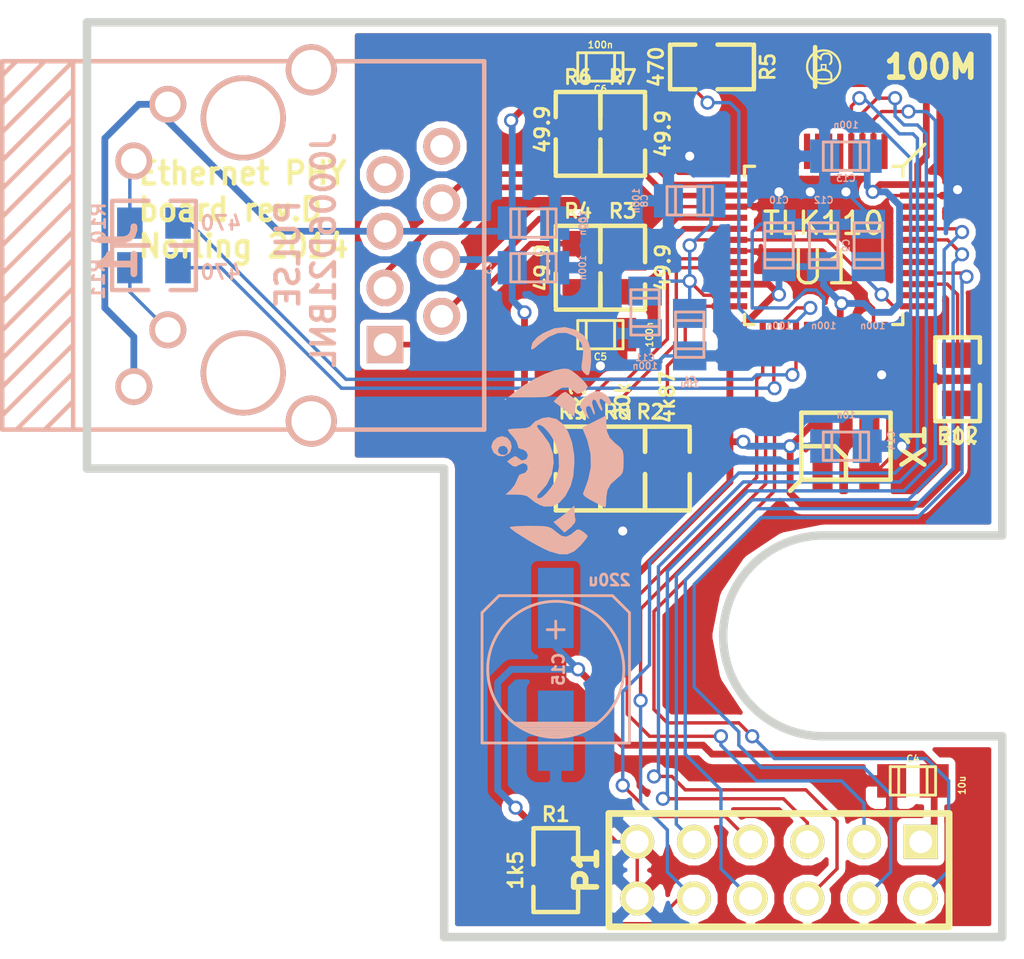
<source format=kicad_pcb>
(kicad_pcb (version 3) (host pcbnew "(2013-jul-07)-stable")

  (general
    (links 84)
    (no_connects 0)
    (area 144.950999 26.62215 192.62865 71.162)
    (thickness 1.6002)
    (drawings 15)
    (tracks 517)
    (zones 0)
    (modules 32)
    (nets 28)
  )

  (page A4)
  (layers
    (15 Front signal hide)
    (0 Back signal)
    (16 B.Adhes user)
    (17 F.Adhes user)
    (18 B.Paste user)
    (19 F.Paste user)
    (20 B.SilkS user)
    (21 F.SilkS user hide)
    (22 B.Mask user)
    (23 F.Mask user)
    (24 Dwgs.User user)
    (25 Cmts.User user)
    (26 Eco1.User user)
    (27 Eco2.User user)
    (28 Edge.Cuts user)
  )

  (setup
    (last_trace_width 0.1524)
    (user_trace_width 0.254)
    (user_trace_width 0.508)
    (trace_clearance 0.1524)
    (zone_clearance 0.3)
    (zone_45_only no)
    (trace_min 0.1524)
    (segment_width 0.1524)
    (edge_width 0.381)
    (via_size 0.635)
    (via_drill 0.4064)
    (via_min_size 0.635)
    (via_min_drill 0.3302)
    (uvia_size 0.508)
    (uvia_drill 0.127)
    (uvias_allowed no)
    (uvia_min_size 0.508)
    (uvia_min_drill 0.127)
    (pcb_text_width 0.3048)
    (pcb_text_size 1.016 1.016)
    (mod_edge_width 0.2032)
    (mod_text_size 1.524 1.524)
    (mod_text_width 0.3048)
    (pad_size 7 7)
    (pad_drill 6.5)
    (pad_to_mask_clearance 0.1524)
    (aux_axis_origin 0 0)
    (visible_elements FFFCDF7F)
    (pcbplotparams
      (layerselection 284196865)
      (usegerberextensions true)
      (excludeedgelayer true)
      (linewidth 0.150000)
      (plotframeref false)
      (viasonmask false)
      (mode 1)
      (useauxorigin false)
      (hpglpennumber 1)
      (hpglpenspeed 20)
      (hpglpendiameter 15)
      (hpglpenoverlay 0)
      (psnegative false)
      (psa4output false)
      (plotreference false)
      (plotvalue true)
      (plotothertext false)
      (plotinvisibletext false)
      (padsonsilk false)
      (subtractmaskfromsilk false)
      (outputformat 1)
      (mirror false)
      (drillshape 0)
      (scaleselection 1)
      (outputdirectory gerber/))
  )

  (net 0 "")
  (net 1 +3.3V)
  (net 2 /ETH_CLK)
  (net 3 /ETH_CRS)
  (net 4 /ETH_MDC)
  (net 5 /ETH_MDIO)
  (net 6 /ETH_RxD0)
  (net 7 /ETH_RxD1)
  (net 8 /ETH_TX_EN)
  (net 9 /ETH_TxD0)
  (net 10 /ETH_TxD1)
  (net 11 /LED1)
  (net 12 /LED2)
  (net 13 /LED3)
  (net 14 /OSC)
  (net 15 /PFB)
  (net 16 /RD+)
  (net 17 /RD-)
  (net 18 /RMII_MODE)
  (net 19 /TD+)
  (net 20 /TD-)
  (net 21 GND)
  (net 22 N-0000029)
  (net 23 N-0000031)
  (net 24 N-0000034)
  (net 25 N-0000037)
  (net 26 N-0000038)
  (net 27 N-0000039)

  (net_class Default "This is the default net class."
    (clearance 0.1524)
    (trace_width 0.1524)
    (via_dia 0.635)
    (via_drill 0.4064)
    (uvia_dia 0.508)
    (uvia_drill 0.127)
    (add_net "")
    (add_net /ETH_CLK)
    (add_net /ETH_CRS)
    (add_net /ETH_MDC)
    (add_net /ETH_MDIO)
    (add_net /ETH_RxD0)
    (add_net /ETH_RxD1)
    (add_net /ETH_TX_EN)
    (add_net /ETH_TxD0)
    (add_net /ETH_TxD1)
    (add_net /LED1)
    (add_net /LED2)
    (add_net /LED3)
    (add_net /OSC)
    (add_net /PFB)
    (add_net /RMII_MODE)
    (add_net GND)
    (add_net N-0000029)
    (add_net N-0000031)
    (add_net N-0000034)
    (add_net N-0000037)
    (add_net N-0000038)
    (add_net N-0000039)
  )

  (net_class Supply ""
    (clearance 0.1524)
    (trace_width 0.3048)
    (via_dia 0.635)
    (via_drill 0.4064)
    (uvia_dia 0.508)
    (uvia_drill 0.127)
    (add_net +3.3V)
  )

  (net_class ethsignal ""
    (clearance 0.1524)
    (trace_width 0.254)
    (via_dia 0.8001)
    (via_drill 0.59944)
    (uvia_dia 0.508)
    (uvia_drill 0.127)
    (add_net /RD+)
    (add_net /RD-)
    (add_net /TD+)
    (add_net /TD-)
  )

  (module LED-1206 (layer Front) (tedit 5391918F) (tstamp 51C09C6C)
    (at 182 30 180)
    (descr "LED 1206 smd package")
    (tags "LED1206 SMD")
    (path /51BA032C)
    (attr smd)
    (fp_text reference D3 (at 0 0 270) (layer F.SilkS)
      (effects (font (size 0.762 0.762) (thickness 0.0889)))
    )
    (fp_text value LED (at 0 2.8 180) (layer F.SilkS) hide
      (effects (font (size 0.762 0.762) (thickness 0.0889)))
    )
    (fp_line (start 0.381 -0.889) (end 0.381 0.889) (layer F.SilkS) (width 0.2032))
    (fp_line (start -0.09906 0.09906) (end 0.09906 0.09906) (layer F.SilkS) (width 0.06604))
    (fp_line (start 0.09906 0.09906) (end 0.09906 -0.09906) (layer F.SilkS) (width 0.06604))
    (fp_line (start -0.09906 -0.09906) (end 0.09906 -0.09906) (layer F.SilkS) (width 0.06604))
    (fp_line (start -0.09906 0.09906) (end -0.09906 -0.09906) (layer F.SilkS) (width 0.06604))
    (fp_arc (start 0 0) (end 0.54864 0.49784) (angle 95.4) (layer F.SilkS) (width 0.1016))
    (fp_arc (start 0 0) (end -0.54864 0.49784) (angle 84.5) (layer F.SilkS) (width 0.1016))
    (fp_arc (start 0 0) (end -0.54864 -0.49784) (angle 95.4) (layer F.SilkS) (width 0.1016))
    (fp_arc (start 0 0) (end 0.54864 -0.49784) (angle 84.5) (layer F.SilkS) (width 0.1016))
    (pad 1 smd rect (at -1.41986 0 180) (size 1.59766 1.80086)
      (layers Front F.Paste F.Mask)
      (net 1 +3.3V)
    )
    (pad 2 smd rect (at 1.41986 0 180) (size 1.59766 1.80086)
      (layers Front F.Paste F.Mask)
      (net 13 /LED3)
    )
  )

  (module pin_array_6x2 (layer Front) (tedit 53919194) (tstamp 5390A291)
    (at 180 66 180)
    (descr "Double rangee de contacts 2 x 6 pins")
    (tags CONN)
    (path /51B9FF2B)
    (fp_text reference P1 (at 8.636 0 270) (layer F.SilkS)
      (effects (font (size 1.016 1.016) (thickness 0.254)))
    )
    (fp_text value CONN_6X2 (at 0 -4.4 180) (layer F.SilkS) hide
      (effects (font (size 1.016 1.016) (thickness 0.2032)))
    )
    (fp_line (start -7.62 -2.54) (end 7.62 -2.54) (layer F.SilkS) (width 0.3048))
    (fp_line (start 7.62 -2.54) (end 7.62 2.54) (layer F.SilkS) (width 0.3048))
    (fp_line (start 7.62 2.54) (end -7.62 2.54) (layer F.SilkS) (width 0.3048))
    (fp_line (start -7.62 2.54) (end -7.62 -2.54) (layer F.SilkS) (width 0.3048))
    (pad 1 thru_hole rect (at -6.35 1.27 180) (size 1.524 1.524) (drill 1.016)
      (layers *.Cu *.Mask F.SilkS)
      (net 1 +3.3V)
    )
    (pad 2 thru_hole circle (at -6.35 -1.27 180) (size 1.524 1.524) (drill 1.016)
      (layers *.Cu *.Mask F.SilkS)
      (net 4 /ETH_MDC)
    )
    (pad 3 thru_hole circle (at -3.81 1.27 180) (size 1.524 1.524) (drill 1.016)
      (layers *.Cu *.Mask F.SilkS)
      (net 2 /ETH_CLK)
    )
    (pad 4 thru_hole circle (at -3.81 -1.27 180) (size 1.524 1.524) (drill 1.016)
      (layers *.Cu *.Mask F.SilkS)
      (net 3 /ETH_CRS)
    )
    (pad 5 thru_hole circle (at -1.27 1.27 180) (size 1.524 1.524) (drill 1.016)
      (layers *.Cu *.Mask F.SilkS)
      (net 8 /ETH_TX_EN)
    )
    (pad 6 thru_hole circle (at -1.27 -1.27 180) (size 1.524 1.524) (drill 1.016)
      (layers *.Cu *.Mask F.SilkS)
      (net 9 /ETH_TxD0)
    )
    (pad 7 thru_hole circle (at 1.27 1.27 180) (size 1.524 1.524) (drill 1.016)
      (layers *.Cu *.Mask F.SilkS)
      (net 10 /ETH_TxD1)
    )
    (pad 8 thru_hole circle (at 1.27 -1.27 180) (size 1.524 1.524) (drill 1.016)
      (layers *.Cu *.Mask F.SilkS)
      (net 6 /ETH_RxD0)
    )
    (pad 9 thru_hole circle (at 3.81 1.27 180) (size 1.524 1.524) (drill 1.016)
      (layers *.Cu *.Mask F.SilkS)
      (net 7 /ETH_RxD1)
    )
    (pad 10 thru_hole circle (at 3.81 -1.27 180) (size 1.524 1.524) (drill 1.016)
      (layers *.Cu *.Mask F.SilkS)
      (net 5 /ETH_MDIO)
    )
    (pad 11 thru_hole circle (at 6.35 1.27 180) (size 1.524 1.524) (drill 1.016)
      (layers *.Cu *.Mask F.SilkS)
      (net 21 GND)
    )
    (pad 12 thru_hole circle (at 6.35 -1.27 180) (size 1.524 1.524) (drill 1.016)
      (layers *.Cu *.Mask F.SilkS)
      (net 21 GND)
    )
    (model pin_array/pins_array_6x2.wrl
      (at (xyz 0 0 0))
      (scale (xyz 1 1 1))
      (rotate (xyz 0 0 0))
    )
  )

  (module c_0805 (layer Back) (tedit 53919258) (tstamp 51BA0748)
    (at 176 42 90)
    (descr "SMT capacitor, 0805")
    (path /51BA046D)
    (fp_text reference C1 (at -2.032 0 180) (layer B.SilkS)
      (effects (font (size 0.29972 0.29972) (thickness 0.06096)) (justify mirror))
    )
    (fp_text value 10u (at -2.2 0 180) (layer B.SilkS)
      (effects (font (size 0.29972 0.29972) (thickness 0.06096)) (justify mirror))
    )
    (fp_line (start 0.635 0.635) (end 0.635 -0.635) (layer B.SilkS) (width 0.127))
    (fp_line (start -0.635 0.635) (end -0.635 -0.6096) (layer B.SilkS) (width 0.127))
    (fp_line (start -1.016 0.635) (end 1.016 0.635) (layer B.SilkS) (width 0.127))
    (fp_line (start 1.016 0.635) (end 1.016 -0.635) (layer B.SilkS) (width 0.127))
    (fp_line (start 1.016 -0.635) (end -1.016 -0.635) (layer B.SilkS) (width 0.127))
    (fp_line (start -1.016 -0.635) (end -1.016 0.635) (layer B.SilkS) (width 0.127))
    (pad 1 smd rect (at 0.9525 0 90) (size 1.30048 1.4986)
      (layers Back B.Paste B.Mask)
      (net 15 /PFB)
    )
    (pad 2 smd rect (at -0.9525 0 90) (size 1.30048 1.4986)
      (layers Back B.Paste B.Mask)
      (net 21 GND)
    )
    (model smd/capacitors/c_0805.wrl
      (at (xyz 0 0 0))
      (scale (xyz 1 1 1))
      (rotate (xyz 0 0 0))
    )
  )

  (module c_0805 (layer Back) (tedit 53919245) (tstamp 51BA073E)
    (at 169 37 180)
    (descr "SMT capacitor, 0805")
    (path /51BF40AB)
    (fp_text reference C2 (at -2.286 0 270) (layer B.SilkS)
      (effects (font (size 0.29972 0.29972) (thickness 0.06096)) (justify mirror))
    )
    (fp_text value 100n (at -2.2 0 270) (layer B.SilkS)
      (effects (font (size 0.29972 0.29972) (thickness 0.06096)) (justify mirror))
    )
    (fp_line (start 0.635 0.635) (end 0.635 -0.635) (layer B.SilkS) (width 0.127))
    (fp_line (start -0.635 0.635) (end -0.635 -0.6096) (layer B.SilkS) (width 0.127))
    (fp_line (start -1.016 0.635) (end 1.016 0.635) (layer B.SilkS) (width 0.127))
    (fp_line (start 1.016 0.635) (end 1.016 -0.635) (layer B.SilkS) (width 0.127))
    (fp_line (start 1.016 -0.635) (end -1.016 -0.635) (layer B.SilkS) (width 0.127))
    (fp_line (start -1.016 -0.635) (end -1.016 0.635) (layer B.SilkS) (width 0.127))
    (pad 1 smd rect (at 0.9525 0 180) (size 1.30048 1.4986)
      (layers Back B.Paste B.Mask)
      (net 1 +3.3V)
    )
    (pad 2 smd rect (at -0.9525 0 180) (size 1.30048 1.4986)
      (layers Back B.Paste B.Mask)
      (net 21 GND)
    )
    (model smd/capacitors/c_0805.wrl
      (at (xyz 0 0 0))
      (scale (xyz 1 1 1))
      (rotate (xyz 0 0 0))
    )
  )

  (module c_0805 (layer Back) (tedit 53919241) (tstamp 51BA0740)
    (at 169 39 180)
    (descr "SMT capacitor, 0805")
    (path /51BF40AF)
    (fp_text reference C3 (at 2.032 0 270) (layer B.SilkS)
      (effects (font (size 0.29972 0.29972) (thickness 0.06096)) (justify mirror))
    )
    (fp_text value 100n (at -2.2 0 270) (layer B.SilkS)
      (effects (font (size 0.29972 0.29972) (thickness 0.06096)) (justify mirror))
    )
    (fp_line (start 0.635 0.635) (end 0.635 -0.635) (layer B.SilkS) (width 0.127))
    (fp_line (start -0.635 0.635) (end -0.635 -0.6096) (layer B.SilkS) (width 0.127))
    (fp_line (start -1.016 0.635) (end 1.016 0.635) (layer B.SilkS) (width 0.127))
    (fp_line (start 1.016 0.635) (end 1.016 -0.635) (layer B.SilkS) (width 0.127))
    (fp_line (start 1.016 -0.635) (end -1.016 -0.635) (layer B.SilkS) (width 0.127))
    (fp_line (start -1.016 -0.635) (end -1.016 0.635) (layer B.SilkS) (width 0.127))
    (pad 1 smd rect (at 0.9525 0 180) (size 1.30048 1.4986)
      (layers Back B.Paste B.Mask)
      (net 1 +3.3V)
    )
    (pad 2 smd rect (at -0.9525 0 180) (size 1.30048 1.4986)
      (layers Back B.Paste B.Mask)
      (net 21 GND)
    )
    (model smd/capacitors/c_0805.wrl
      (at (xyz 0 0 0))
      (scale (xyz 1 1 1))
      (rotate (xyz 0 0 0))
    )
  )

  (module c_0805 (layer Front) (tedit 539190E0) (tstamp 5391911F)
    (at 186 62)
    (descr "SMT capacitor, 0805")
    (path /51BF3D6E)
    (fp_text reference C4 (at 0 -0.9906) (layer F.SilkS)
      (effects (font (size 0.29972 0.29972) (thickness 0.06096)))
    )
    (fp_text value 10u (at 2.2 0.2 90) (layer F.SilkS)
      (effects (font (size 0.29972 0.29972) (thickness 0.06096)))
    )
    (fp_line (start 0.635 -0.635) (end 0.635 0.635) (layer F.SilkS) (width 0.127))
    (fp_line (start -0.635 -0.635) (end -0.635 0.6096) (layer F.SilkS) (width 0.127))
    (fp_line (start -1.016 -0.635) (end 1.016 -0.635) (layer F.SilkS) (width 0.127))
    (fp_line (start 1.016 -0.635) (end 1.016 0.635) (layer F.SilkS) (width 0.127))
    (fp_line (start 1.016 0.635) (end -1.016 0.635) (layer F.SilkS) (width 0.127))
    (fp_line (start -1.016 0.635) (end -1.016 -0.635) (layer F.SilkS) (width 0.127))
    (pad 1 smd rect (at 0.9525 0) (size 1.30048 1.4986)
      (layers Front F.Paste F.Mask)
      (net 1 +3.3V)
    )
    (pad 2 smd rect (at -0.9525 0) (size 1.30048 1.4986)
      (layers Front F.Paste F.Mask)
      (net 21 GND)
    )
    (model smd/capacitors/c_0805.wrl
      (at (xyz 0 0 0))
      (scale (xyz 1 1 1))
      (rotate (xyz 0 0 0))
    )
  )

  (module c_0805 (layer Front) (tedit 539191C2) (tstamp 51BA0744)
    (at 172 42 180)
    (descr "SMT capacitor, 0805")
    (path /51BF3FA6)
    (fp_text reference C5 (at 0 -0.9906 180) (layer F.SilkS)
      (effects (font (size 0.29972 0.29972) (thickness 0.06096)))
    )
    (fp_text value 100n (at -2.2 0 270) (layer F.SilkS)
      (effects (font (size 0.29972 0.29972) (thickness 0.06096)))
    )
    (fp_line (start 0.635 -0.635) (end 0.635 0.635) (layer F.SilkS) (width 0.127))
    (fp_line (start -0.635 -0.635) (end -0.635 0.6096) (layer F.SilkS) (width 0.127))
    (fp_line (start -1.016 -0.635) (end 1.016 -0.635) (layer F.SilkS) (width 0.127))
    (fp_line (start 1.016 -0.635) (end 1.016 0.635) (layer F.SilkS) (width 0.127))
    (fp_line (start 1.016 0.635) (end -1.016 0.635) (layer F.SilkS) (width 0.127))
    (fp_line (start -1.016 0.635) (end -1.016 -0.635) (layer F.SilkS) (width 0.127))
    (pad 1 smd rect (at 0.9525 0 180) (size 1.30048 1.4986)
      (layers Front F.Paste F.Mask)
      (net 1 +3.3V)
    )
    (pad 2 smd rect (at -0.9525 0 180) (size 1.30048 1.4986)
      (layers Front F.Paste F.Mask)
      (net 21 GND)
    )
    (model smd/capacitors/c_0805.wrl
      (at (xyz 0 0 0))
      (scale (xyz 1 1 1))
      (rotate (xyz 0 0 0))
    )
  )

  (module c_0805 (layer Front) (tedit 53919180) (tstamp 51BA0746)
    (at 172 30 180)
    (descr "SMT capacitor, 0805")
    (path /51BF4004)
    (fp_text reference C6 (at 0 -0.9906 180) (layer F.SilkS)
      (effects (font (size 0.29972 0.29972) (thickness 0.06096)))
    )
    (fp_text value 100n (at 0 0.9906 180) (layer F.SilkS)
      (effects (font (size 0.29972 0.29972) (thickness 0.06096)))
    )
    (fp_line (start 0.635 -0.635) (end 0.635 0.635) (layer F.SilkS) (width 0.127))
    (fp_line (start -0.635 -0.635) (end -0.635 0.6096) (layer F.SilkS) (width 0.127))
    (fp_line (start -1.016 -0.635) (end 1.016 -0.635) (layer F.SilkS) (width 0.127))
    (fp_line (start 1.016 -0.635) (end 1.016 0.635) (layer F.SilkS) (width 0.127))
    (fp_line (start 1.016 0.635) (end -1.016 0.635) (layer F.SilkS) (width 0.127))
    (fp_line (start -1.016 0.635) (end -1.016 -0.635) (layer F.SilkS) (width 0.127))
    (pad 1 smd rect (at 0.9525 0 180) (size 1.30048 1.4986)
      (layers Front F.Paste F.Mask)
      (net 1 +3.3V)
    )
    (pad 2 smd rect (at -0.9525 0 180) (size 1.30048 1.4986)
      (layers Front F.Paste F.Mask)
      (net 21 GND)
    )
    (model smd/capacitors/c_0805.wrl
      (at (xyz 0 0 0))
      (scale (xyz 1 1 1))
      (rotate (xyz 0 0 0))
    )
  )

  (module c_0805 (layer Back) (tedit 53919304) (tstamp 51BF441A)
    (at 184 38 270)
    (descr "SMT capacitor, 0805")
    (path /51BF3C63)
    (fp_text reference C9 (at 0 0.9906 270) (layer B.SilkS)
      (effects (font (size 0.29972 0.29972) (thickness 0.06096)) (justify mirror))
    )
    (fp_text value 100n (at 3.6 -0.2 360) (layer B.SilkS)
      (effects (font (size 0.29972 0.29972) (thickness 0.06096)) (justify mirror))
    )
    (fp_line (start 0.635 0.635) (end 0.635 -0.635) (layer B.SilkS) (width 0.127))
    (fp_line (start -0.635 0.635) (end -0.635 -0.6096) (layer B.SilkS) (width 0.127))
    (fp_line (start -1.016 0.635) (end 1.016 0.635) (layer B.SilkS) (width 0.127))
    (fp_line (start 1.016 0.635) (end 1.016 -0.635) (layer B.SilkS) (width 0.127))
    (fp_line (start 1.016 -0.635) (end -1.016 -0.635) (layer B.SilkS) (width 0.127))
    (fp_line (start -1.016 -0.635) (end -1.016 0.635) (layer B.SilkS) (width 0.127))
    (pad 1 smd rect (at 0.9525 0 270) (size 1.30048 1.4986)
      (layers Back B.Paste B.Mask)
      (net 15 /PFB)
    )
    (pad 2 smd rect (at -0.9525 0 270) (size 1.30048 1.4986)
      (layers Back B.Paste B.Mask)
      (net 21 GND)
    )
    (model smd/capacitors/c_0805.wrl
      (at (xyz 0 0 0))
      (scale (xyz 1 1 1))
      (rotate (xyz 0 0 0))
    )
  )

  (module c_0805 (layer Back) (tedit 539192FF) (tstamp 51BF441C)
    (at 180 38 270)
    (descr "SMT capacitor, 0805")
    (path /51BF3D12)
    (fp_text reference C10 (at -2.032 0 360) (layer B.SilkS)
      (effects (font (size 0.29972 0.29972) (thickness 0.06096)) (justify mirror))
    )
    (fp_text value 100n (at 3.6 0 360) (layer B.SilkS)
      (effects (font (size 0.29972 0.29972) (thickness 0.06096)) (justify mirror))
    )
    (fp_line (start 0.635 0.635) (end 0.635 -0.635) (layer B.SilkS) (width 0.127))
    (fp_line (start -0.635 0.635) (end -0.635 -0.6096) (layer B.SilkS) (width 0.127))
    (fp_line (start -1.016 0.635) (end 1.016 0.635) (layer B.SilkS) (width 0.127))
    (fp_line (start 1.016 0.635) (end 1.016 -0.635) (layer B.SilkS) (width 0.127))
    (fp_line (start 1.016 -0.635) (end -1.016 -0.635) (layer B.SilkS) (width 0.127))
    (fp_line (start -1.016 -0.635) (end -1.016 0.635) (layer B.SilkS) (width 0.127))
    (pad 1 smd rect (at 0.9525 0 270) (size 1.30048 1.4986)
      (layers Back B.Paste B.Mask)
      (net 1 +3.3V)
    )
    (pad 2 smd rect (at -0.9525 0 270) (size 1.30048 1.4986)
      (layers Back B.Paste B.Mask)
      (net 21 GND)
    )
    (model smd/capacitors/c_0805.wrl
      (at (xyz 0 0 0))
      (scale (xyz 1 1 1))
      (rotate (xyz 0 0 0))
    )
  )

  (module c_0805 (layer Back) (tedit 5391925B) (tstamp 51BF441E)
    (at 174 41 90)
    (descr "SMT capacitor, 0805")
    (path /51BF3C0E)
    (fp_text reference C11 (at -2.032 0 180) (layer B.SilkS)
      (effects (font (size 0.29972 0.29972) (thickness 0.06096)) (justify mirror))
    )
    (fp_text value 100n (at -2.4 0 180) (layer B.SilkS)
      (effects (font (size 0.29972 0.29972) (thickness 0.06096)) (justify mirror))
    )
    (fp_line (start 0.635 0.635) (end 0.635 -0.635) (layer B.SilkS) (width 0.127))
    (fp_line (start -0.635 0.635) (end -0.635 -0.6096) (layer B.SilkS) (width 0.127))
    (fp_line (start -1.016 0.635) (end 1.016 0.635) (layer B.SilkS) (width 0.127))
    (fp_line (start 1.016 0.635) (end 1.016 -0.635) (layer B.SilkS) (width 0.127))
    (fp_line (start 1.016 -0.635) (end -1.016 -0.635) (layer B.SilkS) (width 0.127))
    (fp_line (start -1.016 -0.635) (end -1.016 0.635) (layer B.SilkS) (width 0.127))
    (pad 1 smd rect (at 0.9525 0 90) (size 1.30048 1.4986)
      (layers Back B.Paste B.Mask)
      (net 15 /PFB)
    )
    (pad 2 smd rect (at -0.9525 0 90) (size 1.30048 1.4986)
      (layers Back B.Paste B.Mask)
      (net 21 GND)
    )
    (model smd/capacitors/c_0805.wrl
      (at (xyz 0 0 0))
      (scale (xyz 1 1 1))
      (rotate (xyz 0 0 0))
    )
  )

  (module c_0805 (layer Back) (tedit 53919302) (tstamp 51BF4420)
    (at 182 38 270)
    (descr "SMT capacitor, 0805")
    (path /51BF3D2A)
    (fp_text reference C12 (at -2.032 0 360) (layer B.SilkS)
      (effects (font (size 0.29972 0.29972) (thickness 0.06096)) (justify mirror))
    )
    (fp_text value 100n (at 3.6 0 360) (layer B.SilkS)
      (effects (font (size 0.29972 0.29972) (thickness 0.06096)) (justify mirror))
    )
    (fp_line (start 0.635 0.635) (end 0.635 -0.635) (layer B.SilkS) (width 0.127))
    (fp_line (start -0.635 0.635) (end -0.635 -0.6096) (layer B.SilkS) (width 0.127))
    (fp_line (start -1.016 0.635) (end 1.016 0.635) (layer B.SilkS) (width 0.127))
    (fp_line (start 1.016 0.635) (end 1.016 -0.635) (layer B.SilkS) (width 0.127))
    (fp_line (start 1.016 -0.635) (end -1.016 -0.635) (layer B.SilkS) (width 0.127))
    (fp_line (start -1.016 -0.635) (end -1.016 0.635) (layer B.SilkS) (width 0.127))
    (pad 1 smd rect (at 0.9525 0 270) (size 1.30048 1.4986)
      (layers Back B.Paste B.Mask)
      (net 1 +3.3V)
    )
    (pad 2 smd rect (at -0.9525 0 270) (size 1.30048 1.4986)
      (layers Back B.Paste B.Mask)
      (net 21 GND)
    )
    (model smd/capacitors/c_0805.wrl
      (at (xyz 0 0 0))
      (scale (xyz 1 1 1))
      (rotate (xyz 0 0 0))
    )
  )

  (module c_0805 (layer Back) (tedit 5391930D) (tstamp 51BF4422)
    (at 183 34)
    (descr "SMT capacitor, 0805")
    (path /51BF3D2C)
    (fp_text reference C13 (at 0 0.9906) (layer B.SilkS)
      (effects (font (size 0.29972 0.29972) (thickness 0.06096)) (justify mirror))
    )
    (fp_text value 100n (at 0 -1.4) (layer B.SilkS)
      (effects (font (size 0.29972 0.29972) (thickness 0.06096)) (justify mirror))
    )
    (fp_line (start 0.635 0.635) (end 0.635 -0.635) (layer B.SilkS) (width 0.127))
    (fp_line (start -0.635 0.635) (end -0.635 -0.6096) (layer B.SilkS) (width 0.127))
    (fp_line (start -1.016 0.635) (end 1.016 0.635) (layer B.SilkS) (width 0.127))
    (fp_line (start 1.016 0.635) (end 1.016 -0.635) (layer B.SilkS) (width 0.127))
    (fp_line (start 1.016 -0.635) (end -1.016 -0.635) (layer B.SilkS) (width 0.127))
    (fp_line (start -1.016 -0.635) (end -1.016 0.635) (layer B.SilkS) (width 0.127))
    (pad 1 smd rect (at 0.9525 0) (size 1.30048 1.4986)
      (layers Back B.Paste B.Mask)
      (net 1 +3.3V)
    )
    (pad 2 smd rect (at -0.9525 0) (size 1.30048 1.4986)
      (layers Back B.Paste B.Mask)
      (net 21 GND)
    )
    (model smd/capacitors/c_0805.wrl
      (at (xyz 0 0 0))
      (scale (xyz 1 1 1))
      (rotate (xyz 0 0 0))
    )
  )

  (module c_0805 (layer Back) (tedit 5391926F) (tstamp 51BF4424)
    (at 183 47 180)
    (descr "SMT capacitor, 0805")
    (path /51BF30CF)
    (fp_text reference C14 (at -2.032 0.254 450) (layer B.SilkS)
      (effects (font (size 0.29972 0.29972) (thickness 0.06096)) (justify mirror))
    )
    (fp_text value 10n (at 0 1.4 180) (layer B.SilkS)
      (effects (font (size 0.29972 0.29972) (thickness 0.06096)) (justify mirror))
    )
    (fp_line (start 0.635 0.635) (end 0.635 -0.635) (layer B.SilkS) (width 0.127))
    (fp_line (start -0.635 0.635) (end -0.635 -0.6096) (layer B.SilkS) (width 0.127))
    (fp_line (start -1.016 0.635) (end 1.016 0.635) (layer B.SilkS) (width 0.127))
    (fp_line (start 1.016 0.635) (end 1.016 -0.635) (layer B.SilkS) (width 0.127))
    (fp_line (start 1.016 -0.635) (end -1.016 -0.635) (layer B.SilkS) (width 0.127))
    (fp_line (start -1.016 -0.635) (end -1.016 0.635) (layer B.SilkS) (width 0.127))
    (pad 1 smd rect (at 0.9525 0 180) (size 1.30048 1.4986)
      (layers Back B.Paste B.Mask)
      (net 1 +3.3V)
    )
    (pad 2 smd rect (at -0.9525 0 180) (size 1.30048 1.4986)
      (layers Back B.Paste B.Mask)
      (net 21 GND)
    )
    (model smd/capacitors/c_0805.wrl
      (at (xyz 0 0 0))
      (scale (xyz 1 1 1))
      (rotate (xyz 0 0 0))
    )
  )

  (module c_0805 (layer Back) (tedit 5391924B) (tstamp 51BF4426)
    (at 176 36)
    (descr "SMT capacitor, 0805")
    (path /51BF3C5F)
    (fp_text reference C8 (at -2.032 0 90) (layer B.SilkS)
      (effects (font (size 0.29972 0.29972) (thickness 0.06096)) (justify mirror))
    )
    (fp_text value 100n (at -2.4 0 90) (layer B.SilkS)
      (effects (font (size 0.29972 0.29972) (thickness 0.06096)) (justify mirror))
    )
    (fp_line (start 0.635 0.635) (end 0.635 -0.635) (layer B.SilkS) (width 0.127))
    (fp_line (start -0.635 0.635) (end -0.635 -0.6096) (layer B.SilkS) (width 0.127))
    (fp_line (start -1.016 0.635) (end 1.016 0.635) (layer B.SilkS) (width 0.127))
    (fp_line (start 1.016 0.635) (end 1.016 -0.635) (layer B.SilkS) (width 0.127))
    (fp_line (start 1.016 -0.635) (end -1.016 -0.635) (layer B.SilkS) (width 0.127))
    (fp_line (start -1.016 -0.635) (end -1.016 0.635) (layer B.SilkS) (width 0.127))
    (pad 1 smd rect (at 0.9525 0) (size 1.30048 1.4986)
      (layers Back B.Paste B.Mask)
      (net 15 /PFB)
    )
    (pad 2 smd rect (at -0.9525 0) (size 1.30048 1.4986)
      (layers Back B.Paste B.Mask)
      (net 21 GND)
    )
    (model smd/capacitors/c_0805.wrl
      (at (xyz 0 0 0))
      (scale (xyz 1 1 1))
      (rotate (xyz 0 0 0))
    )
  )

  (module c_elec_6.3x5.3 (layer Back) (tedit 53955828) (tstamp 52596623)
    (at 170 57 90)
    (descr "SMT capacitor, aluminium electrolytic, 6.3x5.3")
    (path /51C087FE)
    (fp_text reference C15 (at 0 0.127 90) (layer B.SilkS)
      (effects (font (size 0.50038 0.50038) (thickness 0.11938)) (justify mirror))
    )
    (fp_text value 220u (at 4 2.4 180) (layer B.SilkS)
      (effects (font (size 0.50038 0.50038) (thickness 0.11938)) (justify mirror))
    )
    (fp_line (start -2.921 0.762) (end -2.921 -0.762) (layer B.SilkS) (width 0.127))
    (fp_line (start -2.794 -1.143) (end -2.794 1.143) (layer B.SilkS) (width 0.127))
    (fp_line (start -2.667 1.397) (end -2.667 -1.397) (layer B.SilkS) (width 0.127))
    (fp_line (start -2.54 -1.651) (end -2.54 1.651) (layer B.SilkS) (width 0.127))
    (fp_line (start -2.413 1.778) (end -2.413 -1.778) (layer B.SilkS) (width 0.127))
    (fp_circle (center 0 0) (end -3.048 0) (layer B.SilkS) (width 0.127))
    (fp_line (start -3.302 3.302) (end -3.302 -3.302) (layer B.SilkS) (width 0.127))
    (fp_line (start -3.302 -3.302) (end 2.54 -3.302) (layer B.SilkS) (width 0.127))
    (fp_line (start 2.54 -3.302) (end 3.302 -2.54) (layer B.SilkS) (width 0.127))
    (fp_line (start 3.302 -2.54) (end 3.302 2.54) (layer B.SilkS) (width 0.127))
    (fp_line (start 3.302 2.54) (end 2.54 3.302) (layer B.SilkS) (width 0.127))
    (fp_line (start 2.54 3.302) (end -3.302 3.302) (layer B.SilkS) (width 0.127))
    (fp_line (start 2.159 0) (end 1.397 0) (layer B.SilkS) (width 0.127))
    (fp_line (start 1.778 0.381) (end 1.778 -0.381) (layer B.SilkS) (width 0.127))
    (pad 1 smd rect (at 2.75082 0 90) (size 3.59918 1.6002)
      (layers Back B.Paste B.Mask)
      (net 1 +3.3V)
    )
    (pad 2 smd rect (at -2.75082 0 90) (size 3.59918 1.6002)
      (layers Back B.Paste B.Mask)
      (net 21 GND)
    )
    (model smd/capacitors/c_elec_6_3x5_3.wrl
      (at (xyz 0 0 0))
      (scale (xyz 1 1 1))
      (rotate (xyz 0 0 0))
    )
  )

  (module SM0805-jonas (layer Front) (tedit 539190CC) (tstamp 51BA08EA)
    (at 170 66 90)
    (path /51BA01CF)
    (attr smd)
    (fp_text reference R1 (at 2.49936 0 180) (layer F.SilkS)
      (effects (font (size 0.635 0.635) (thickness 0.127)))
    )
    (fp_text value 1k5 (at 0 -1.8 90) (layer F.SilkS)
      (effects (font (size 0.635 0.635) (thickness 0.127)))
    )
    (fp_line (start 0.24892 -1.00076) (end 1.75006 -1.00076) (layer F.SilkS) (width 0.20066))
    (fp_line (start 1.87706 -1.00076) (end 1.87706 1.00076) (layer F.SilkS) (width 0.20066))
    (fp_line (start 1.75006 1.00076) (end 0.24892 1.00076) (layer F.SilkS) (width 0.20066))
    (fp_line (start -0.7493 -1.00076) (end -1.75006 -1.00076) (layer F.SilkS) (width 0.20066))
    (fp_line (start -1.87706 -1.00076) (end -1.87706 1.00076) (layer F.SilkS) (width 0.20066))
    (fp_line (start -1.75006 1.00076) (end -0.7493 1.00076) (layer F.SilkS) (width 0.20066))
    (pad 1 smd rect (at -1.0795 0 90) (size 1.143 1.397)
      (layers Front F.Paste F.Mask)
      (net 5 /ETH_MDIO)
    )
    (pad 2 smd rect (at 1.0795 0 90) (size 1.143 1.397)
      (layers Front F.Paste F.Mask)
      (net 1 +3.3V)
    )
    (model smd/chip_cms.wrl
      (at (xyz 0 0 0))
      (scale (xyz 0.1 0.1 0.1))
      (rotate (xyz 0 0 0))
    )
  )

  (module SM0805-jonas (layer Front) (tedit 53919184) (tstamp 51BA08F2)
    (at 177 30)
    (path /51BA07B1)
    (attr smd)
    (fp_text reference R5 (at 2.49936 0 90) (layer F.SilkS)
      (effects (font (size 0.635 0.635) (thickness 0.127)))
    )
    (fp_text value 470 (at -2.49936 0 90) (layer F.SilkS)
      (effects (font (size 0.635 0.635) (thickness 0.127)))
    )
    (fp_line (start 0.24892 -1.00076) (end 1.75006 -1.00076) (layer F.SilkS) (width 0.20066))
    (fp_line (start 1.87706 -1.00076) (end 1.87706 1.00076) (layer F.SilkS) (width 0.20066))
    (fp_line (start 1.75006 1.00076) (end 0.24892 1.00076) (layer F.SilkS) (width 0.20066))
    (fp_line (start -0.7493 -1.00076) (end -1.75006 -1.00076) (layer F.SilkS) (width 0.20066))
    (fp_line (start -1.87706 -1.00076) (end -1.87706 1.00076) (layer F.SilkS) (width 0.20066))
    (fp_line (start -1.75006 1.00076) (end -0.7493 1.00076) (layer F.SilkS) (width 0.20066))
    (pad 1 smd rect (at -1.0795 0) (size 1.143 1.397)
      (layers Front F.Paste F.Mask)
      (net 26 N-0000038)
    )
    (pad 2 smd rect (at 1.0795 0) (size 1.143 1.397)
      (layers Front F.Paste F.Mask)
      (net 13 /LED3)
    )
    (model smd/chip_cms.wrl
      (at (xyz 0 0 0))
      (scale (xyz 0.1 0.1 0.1))
      (rotate (xyz 0 0 0))
    )
  )

  (module SM0805-jonas (layer Back) (tedit 53919224) (tstamp 51BF4410)
    (at 152 37 180)
    (path /51BF3A88)
    (attr smd)
    (fp_text reference R10 (at 2.49936 0 450) (layer B.SilkS)
      (effects (font (size 0.635 0.635) (thickness 0.127)) (justify mirror))
    )
    (fp_text value 470 (at -3 0 180) (layer B.SilkS)
      (effects (font (size 0.635 0.635) (thickness 0.127)) (justify mirror))
    )
    (fp_line (start 0.24892 1.00076) (end 1.75006 1.00076) (layer B.SilkS) (width 0.20066))
    (fp_line (start 1.87706 1.00076) (end 1.87706 -1.00076) (layer B.SilkS) (width 0.20066))
    (fp_line (start 1.75006 -1.00076) (end 0.24892 -1.00076) (layer B.SilkS) (width 0.20066))
    (fp_line (start -0.7493 1.00076) (end -1.75006 1.00076) (layer B.SilkS) (width 0.20066))
    (fp_line (start -1.87706 1.00076) (end -1.87706 -1.00076) (layer B.SilkS) (width 0.20066))
    (fp_line (start -1.75006 -1.00076) (end -0.7493 -1.00076) (layer B.SilkS) (width 0.20066))
    (pad 1 smd rect (at -1.0795 0 180) (size 1.143 1.397)
      (layers Back B.Paste B.Mask)
      (net 25 N-0000037)
    )
    (pad 2 smd rect (at 1.0795 0 180) (size 1.143 1.397)
      (layers Back B.Paste B.Mask)
      (net 11 /LED1)
    )
    (model smd/chip_cms.wrl
      (at (xyz 0 0 0))
      (scale (xyz 0.1 0.1 0.1))
      (rotate (xyz 0 0 0))
    )
  )

  (module SM0805-jonas (layer Back) (tedit 5391921F) (tstamp 51BF440E)
    (at 152 39 180)
    (path /51BF3A8B)
    (attr smd)
    (fp_text reference R11 (at 2.54 -0.508 450) (layer B.SilkS)
      (effects (font (size 0.635 0.635) (thickness 0.127)) (justify mirror))
    )
    (fp_text value 470 (at -3 -0.2 180) (layer B.SilkS)
      (effects (font (size 0.635 0.635) (thickness 0.127)) (justify mirror))
    )
    (fp_line (start 0.24892 1.00076) (end 1.75006 1.00076) (layer B.SilkS) (width 0.20066))
    (fp_line (start 1.87706 1.00076) (end 1.87706 -1.00076) (layer B.SilkS) (width 0.20066))
    (fp_line (start 1.75006 -1.00076) (end 0.24892 -1.00076) (layer B.SilkS) (width 0.20066))
    (fp_line (start -0.7493 1.00076) (end -1.75006 1.00076) (layer B.SilkS) (width 0.20066))
    (fp_line (start -1.87706 1.00076) (end -1.87706 -1.00076) (layer B.SilkS) (width 0.20066))
    (fp_line (start -1.75006 -1.00076) (end -0.7493 -1.00076) (layer B.SilkS) (width 0.20066))
    (pad 1 smd rect (at -1.0795 0 180) (size 1.143 1.397)
      (layers Back B.Paste B.Mask)
      (net 27 N-0000039)
    )
    (pad 2 smd rect (at 1.0795 0 180) (size 1.143 1.397)
      (layers Back B.Paste B.Mask)
      (net 12 /LED2)
    )
    (model smd/chip_cms.wrl
      (at (xyz 0 0 0))
      (scale (xyz 0.1 0.1 0.1))
      (rotate (xyz 0 0 0))
    )
  )

  (module SM0805-jonas (layer Front) (tedit 53919141) (tstamp 51BA08EC)
    (at 175 48 270)
    (path /51BA064C)
    (attr smd)
    (fp_text reference R2 (at -2.54 0.762 360) (layer F.SilkS)
      (effects (font (size 0.635 0.635) (thickness 0.127)))
    )
    (fp_text value 4k87 (at -3.2 0 270) (layer F.SilkS)
      (effects (font (size 0.635 0.635) (thickness 0.127)))
    )
    (fp_line (start 0.24892 -1.00076) (end 1.75006 -1.00076) (layer F.SilkS) (width 0.20066))
    (fp_line (start 1.87706 -1.00076) (end 1.87706 1.00076) (layer F.SilkS) (width 0.20066))
    (fp_line (start 1.75006 1.00076) (end 0.24892 1.00076) (layer F.SilkS) (width 0.20066))
    (fp_line (start -0.7493 -1.00076) (end -1.75006 -1.00076) (layer F.SilkS) (width 0.20066))
    (fp_line (start -1.87706 -1.00076) (end -1.87706 1.00076) (layer F.SilkS) (width 0.20066))
    (fp_line (start -1.75006 1.00076) (end -0.7493 1.00076) (layer F.SilkS) (width 0.20066))
    (pad 1 smd rect (at -1.0795 0 270) (size 1.143 1.397)
      (layers Front F.Paste F.Mask)
      (net 22 N-0000029)
    )
    (pad 2 smd rect (at 1.0795 0 270) (size 1.143 1.397)
      (layers Front F.Paste F.Mask)
      (net 21 GND)
    )
    (model smd/chip_cms.wrl
      (at (xyz 0 0 0))
      (scale (xyz 0.1 0.1 0.1))
      (rotate (xyz 0 0 0))
    )
  )

  (module SM0805-jonas (layer Front) (tedit 5391917A) (tstamp 51BA08EE)
    (at 173 39 90)
    (path /51BC7C82)
    (attr smd)
    (fp_text reference R3 (at 2.54 0 180) (layer F.SilkS)
      (effects (font (size 0.635 0.635) (thickness 0.127)))
    )
    (fp_text value 49.9 (at 0 1.8 90) (layer F.SilkS)
      (effects (font (size 0.635 0.635) (thickness 0.127)))
    )
    (fp_line (start 0.24892 -1.00076) (end 1.75006 -1.00076) (layer F.SilkS) (width 0.20066))
    (fp_line (start 1.87706 -1.00076) (end 1.87706 1.00076) (layer F.SilkS) (width 0.20066))
    (fp_line (start 1.75006 1.00076) (end 0.24892 1.00076) (layer F.SilkS) (width 0.20066))
    (fp_line (start -0.7493 -1.00076) (end -1.75006 -1.00076) (layer F.SilkS) (width 0.20066))
    (fp_line (start -1.87706 -1.00076) (end -1.87706 1.00076) (layer F.SilkS) (width 0.20066))
    (fp_line (start -1.75006 1.00076) (end -0.7493 1.00076) (layer F.SilkS) (width 0.20066))
    (pad 1 smd rect (at -1.0795 0 90) (size 1.143 1.397)
      (layers Front F.Paste F.Mask)
      (net 1 +3.3V)
    )
    (pad 2 smd rect (at 1.0795 0 90) (size 1.143 1.397)
      (layers Front F.Paste F.Mask)
      (net 20 /TD-)
    )
    (model smd/chip_cms.wrl
      (at (xyz 0 0 0))
      (scale (xyz 0.1 0.1 0.1))
      (rotate (xyz 0 0 0))
    )
  )

  (module SM0805-jonas (layer Front) (tedit 5391917C) (tstamp 51BA08F0)
    (at 171 39 270)
    (path /51BF3F7E)
    (attr smd)
    (fp_text reference R4 (at -2.54 0 360) (layer F.SilkS)
      (effects (font (size 0.635 0.635) (thickness 0.127)))
    )
    (fp_text value 49.9 (at 0 1.6 270) (layer F.SilkS)
      (effects (font (size 0.635 0.635) (thickness 0.127)))
    )
    (fp_line (start 0.24892 -1.00076) (end 1.75006 -1.00076) (layer F.SilkS) (width 0.20066))
    (fp_line (start 1.87706 -1.00076) (end 1.87706 1.00076) (layer F.SilkS) (width 0.20066))
    (fp_line (start 1.75006 1.00076) (end 0.24892 1.00076) (layer F.SilkS) (width 0.20066))
    (fp_line (start -0.7493 -1.00076) (end -1.75006 -1.00076) (layer F.SilkS) (width 0.20066))
    (fp_line (start -1.87706 -1.00076) (end -1.87706 1.00076) (layer F.SilkS) (width 0.20066))
    (fp_line (start -1.75006 1.00076) (end -0.7493 1.00076) (layer F.SilkS) (width 0.20066))
    (pad 1 smd rect (at -1.0795 0 270) (size 1.143 1.397)
      (layers Front F.Paste F.Mask)
      (net 19 /TD+)
    )
    (pad 2 smd rect (at 1.0795 0 270) (size 1.143 1.397)
      (layers Front F.Paste F.Mask)
      (net 1 +3.3V)
    )
    (model smd/chip_cms.wrl
      (at (xyz 0 0 0))
      (scale (xyz 0.1 0.1 0.1))
      (rotate (xyz 0 0 0))
    )
  )

  (module SM0805-jonas (layer Front) (tedit 53919176) (tstamp 51BF4416)
    (at 171 33 270)
    (path /51BF4006)
    (attr smd)
    (fp_text reference R6 (at -2.54 0 360) (layer F.SilkS)
      (effects (font (size 0.635 0.635) (thickness 0.127)))
    )
    (fp_text value 49.9 (at -0.2 1.6 270) (layer F.SilkS)
      (effects (font (size 0.635 0.635) (thickness 0.127)))
    )
    (fp_line (start 0.24892 -1.00076) (end 1.75006 -1.00076) (layer F.SilkS) (width 0.20066))
    (fp_line (start 1.87706 -1.00076) (end 1.87706 1.00076) (layer F.SilkS) (width 0.20066))
    (fp_line (start 1.75006 1.00076) (end 0.24892 1.00076) (layer F.SilkS) (width 0.20066))
    (fp_line (start -0.7493 -1.00076) (end -1.75006 -1.00076) (layer F.SilkS) (width 0.20066))
    (fp_line (start -1.87706 -1.00076) (end -1.87706 1.00076) (layer F.SilkS) (width 0.20066))
    (fp_line (start -1.75006 1.00076) (end -0.7493 1.00076) (layer F.SilkS) (width 0.20066))
    (pad 1 smd rect (at -1.0795 0 270) (size 1.143 1.397)
      (layers Front F.Paste F.Mask)
      (net 1 +3.3V)
    )
    (pad 2 smd rect (at 1.0795 0 270) (size 1.143 1.397)
      (layers Front F.Paste F.Mask)
      (net 17 /RD-)
    )
    (model smd/chip_cms.wrl
      (at (xyz 0 0 0))
      (scale (xyz 0.1 0.1 0.1))
      (rotate (xyz 0 0 0))
    )
  )

  (module SM0805-jonas (layer Front) (tedit 53919173) (tstamp 51BF4418)
    (at 173 33 90)
    (path /51BF4005)
    (attr smd)
    (fp_text reference R7 (at 2.54 0 180) (layer F.SilkS)
      (effects (font (size 0.635 0.635) (thickness 0.127)))
    )
    (fp_text value 49.9 (at 0 1.8 90) (layer F.SilkS)
      (effects (font (size 0.635 0.635) (thickness 0.127)))
    )
    (fp_line (start 0.24892 -1.00076) (end 1.75006 -1.00076) (layer F.SilkS) (width 0.20066))
    (fp_line (start 1.87706 -1.00076) (end 1.87706 1.00076) (layer F.SilkS) (width 0.20066))
    (fp_line (start 1.75006 1.00076) (end 0.24892 1.00076) (layer F.SilkS) (width 0.20066))
    (fp_line (start -0.7493 -1.00076) (end -1.75006 -1.00076) (layer F.SilkS) (width 0.20066))
    (fp_line (start -1.87706 -1.00076) (end -1.87706 1.00076) (layer F.SilkS) (width 0.20066))
    (fp_line (start -1.75006 1.00076) (end -0.7493 1.00076) (layer F.SilkS) (width 0.20066))
    (pad 1 smd rect (at -1.0795 0 90) (size 1.143 1.397)
      (layers Front F.Paste F.Mask)
      (net 16 /RD+)
    )
    (pad 2 smd rect (at 1.0795 0 90) (size 1.143 1.397)
      (layers Front F.Paste F.Mask)
      (net 1 +3.3V)
    )
    (model smd/chip_cms.wrl
      (at (xyz 0 0 0))
      (scale (xyz 0.1 0.1 0.1))
      (rotate (xyz 0 0 0))
    )
  )

  (module SM0805-jonas (layer Front) (tedit 539191B8) (tstamp 51BF4414)
    (at 173 48 270)
    (path /51BF3E50)
    (attr smd)
    (fp_text reference R8 (at -2.54 0.254 360) (layer F.SilkS)
      (effects (font (size 0.635 0.635) (thickness 0.127)))
    )
    (fp_text value 20k (at -3 0 270) (layer F.SilkS)
      (effects (font (size 0.635 0.635) (thickness 0.127)))
    )
    (fp_line (start 0.24892 -1.00076) (end 1.75006 -1.00076) (layer F.SilkS) (width 0.20066))
    (fp_line (start 1.87706 -1.00076) (end 1.87706 1.00076) (layer F.SilkS) (width 0.20066))
    (fp_line (start 1.75006 1.00076) (end 0.24892 1.00076) (layer F.SilkS) (width 0.20066))
    (fp_line (start -0.7493 -1.00076) (end -1.75006 -1.00076) (layer F.SilkS) (width 0.20066))
    (fp_line (start -1.87706 -1.00076) (end -1.87706 1.00076) (layer F.SilkS) (width 0.20066))
    (fp_line (start -1.75006 1.00076) (end -0.7493 1.00076) (layer F.SilkS) (width 0.20066))
    (pad 1 smd rect (at -1.0795 0 270) (size 1.143 1.397)
      (layers Front F.Paste F.Mask)
      (net 23 N-0000031)
    )
    (pad 2 smd rect (at 1.0795 0 270) (size 1.143 1.397)
      (layers Front F.Paste F.Mask)
      (net 1 +3.3V)
    )
    (model smd/chip_cms.wrl
      (at (xyz 0 0 0))
      (scale (xyz 0.1 0.1 0.1))
      (rotate (xyz 0 0 0))
    )
  )

  (module SM0805-jonas (layer Front) (tedit 539191B7) (tstamp 53919168)
    (at 171 48 270)
    (path /51BF3B6D)
    (attr smd)
    (fp_text reference R9 (at -2.54 0.254 360) (layer F.SilkS)
      (effects (font (size 0.635 0.635) (thickness 0.127)))
    )
    (fp_text value 2k2 (at -3 0 270) (layer F.SilkS)
      (effects (font (size 0.635 0.635) (thickness 0.127)))
    )
    (fp_line (start 0.24892 -1.00076) (end 1.75006 -1.00076) (layer F.SilkS) (width 0.20066))
    (fp_line (start 1.87706 -1.00076) (end 1.87706 1.00076) (layer F.SilkS) (width 0.20066))
    (fp_line (start 1.75006 1.00076) (end 0.24892 1.00076) (layer F.SilkS) (width 0.20066))
    (fp_line (start -0.7493 -1.00076) (end -1.75006 -1.00076) (layer F.SilkS) (width 0.20066))
    (fp_line (start -1.87706 -1.00076) (end -1.87706 1.00076) (layer F.SilkS) (width 0.20066))
    (fp_line (start -1.75006 1.00076) (end -0.7493 1.00076) (layer F.SilkS) (width 0.20066))
    (pad 1 smd rect (at -1.0795 0 270) (size 1.143 1.397)
      (layers Front F.Paste F.Mask)
      (net 24 N-0000034)
    )
    (pad 2 smd rect (at 1.0795 0 270) (size 1.143 1.397)
      (layers Front F.Paste F.Mask)
      (net 1 +3.3V)
    )
    (model smd/chip_cms.wrl
      (at (xyz 0 0 0))
      (scale (xyz 0.1 0.1 0.1))
      (rotate (xyz 0 0 0))
    )
  )

  (module SM0805-jonas (layer Front) (tedit 5391914E) (tstamp 51C0829A)
    (at 188 44 270)
    (path /51C0822B)
    (attr smd)
    (fp_text reference R12 (at 2.49936 0 360) (layer F.SilkS)
      (effects (font (size 0.635 0.635) (thickness 0.127)))
    )
    (fp_text value 20k (at 2.6 0 360) (layer F.SilkS)
      (effects (font (size 0.635 0.635) (thickness 0.127)))
    )
    (fp_line (start 0.24892 -1.00076) (end 1.75006 -1.00076) (layer F.SilkS) (width 0.20066))
    (fp_line (start 1.87706 -1.00076) (end 1.87706 1.00076) (layer F.SilkS) (width 0.20066))
    (fp_line (start 1.75006 1.00076) (end 0.24892 1.00076) (layer F.SilkS) (width 0.20066))
    (fp_line (start -0.7493 -1.00076) (end -1.75006 -1.00076) (layer F.SilkS) (width 0.20066))
    (fp_line (start -1.87706 -1.00076) (end -1.87706 1.00076) (layer F.SilkS) (width 0.20066))
    (fp_line (start -1.75006 1.00076) (end -0.7493 1.00076) (layer F.SilkS) (width 0.20066))
    (pad 1 smd rect (at -1.0795 0 270) (size 1.143 1.397)
      (layers Front F.Paste F.Mask)
      (net 18 /RMII_MODE)
    )
    (pad 2 smd rect (at 1.0795 0 270) (size 1.143 1.397)
      (layers Front F.Paste F.Mask)
      (net 1 +3.3V)
    )
    (model smd/chip_cms.wrl
      (at (xyz 0 0 0))
      (scale (xyz 0.1 0.1 0.1))
      (rotate (xyz 0 0 0))
    )
  )

  (module pulse-J0006D21BNL (layer Back) (tedit 53919237) (tstamp 51BF6418)
    (at 156 38 270)
    (path /51C08463)
    (fp_text reference J1 (at 0.254 5.588 270) (layer B.SilkS)
      (effects (font (size 1.524 1.524) (thickness 0.3048)) (justify mirror))
    )
    (fp_text value PULSE-J0006 (at -0.254 -12.192 270) (layer B.SilkS) hide
      (effects (font (size 1.524 1.524) (thickness 0.3048)) (justify mirror))
    )
    (fp_line (start 8.255 -10.795) (end -8.255 -10.795) (layer B.SilkS) (width 0.2032))
    (fp_line (start -8.255 10.16) (end -7.62 10.795) (layer B.SilkS) (width 0.2032))
    (fp_line (start 6.985 7.62) (end 8.255 8.89) (layer B.SilkS) (width 0.2032))
    (fp_line (start 5.715 7.62) (end 8.255 10.16) (layer B.SilkS) (width 0.2032))
    (fp_line (start 4.445 7.62) (end 7.62 10.795) (layer B.SilkS) (width 0.2032))
    (fp_line (start 3.175 7.62) (end 6.35 10.795) (layer B.SilkS) (width 0.2032))
    (fp_line (start 1.905 7.62) (end 5.08 10.795) (layer B.SilkS) (width 0.2032))
    (fp_line (start 0.635 7.62) (end 3.81 10.795) (layer B.SilkS) (width 0.2032))
    (fp_line (start -0.635 7.62) (end 2.54 10.795) (layer B.SilkS) (width 0.2032))
    (fp_line (start -1.905 7.62) (end 1.27 10.795) (layer B.SilkS) (width 0.2032))
    (fp_line (start -3.175 7.62) (end 0 10.795) (layer B.SilkS) (width 0.2032))
    (fp_line (start -4.445 7.62) (end -1.27 10.795) (layer B.SilkS) (width 0.2032))
    (fp_line (start -5.715 7.62) (end -2.54 10.795) (layer B.SilkS) (width 0.2032))
    (fp_line (start -6.985 7.62) (end -3.81 10.795) (layer B.SilkS) (width 0.2032))
    (fp_line (start -8.255 7.62) (end -5.08 10.795) (layer B.SilkS) (width 0.2032))
    (fp_line (start -8.255 8.89) (end -6.35 10.795) (layer B.SilkS) (width 0.2032))
    (fp_line (start 8.255 7.62) (end -8.255 7.62) (layer B.SilkS) (width 0.2032))
    (fp_line (start -8.255 10.795) (end 8.255 10.795) (layer B.SilkS) (width 0.2032))
    (fp_line (start 8.255 10.795) (end 8.255 -10.795) (layer B.SilkS) (width 0.2032))
    (fp_line (start -8.255 10.795) (end -8.255 -10.795) (layer B.SilkS) (width 0.2032))
    (pad "" thru_hole circle (at -5.715 0 270) (size 3.81 3.81) (drill 3.302)
      (layers *.Cu *.Mask B.SilkS)
    )
    (pad "" thru_hole circle (at 5.715 0 270) (size 3.81 3.81) (drill 3.302)
      (layers *.Cu *.Mask B.SilkS)
    )
    (pad 13 thru_hole circle (at -7.874 -3.048 270) (size 2.286 2.286) (drill 1.778)
      (layers *.Cu *.Mask B.SilkS)
    )
    (pad 13 thru_hole circle (at 7.874 -3.048 270) (size 2.286 2.286) (drill 1.778)
      (layers *.Cu *.Mask B.SilkS)
    )
    (pad 1 thru_hole rect (at 4.445 -6.35 270) (size 1.651 1.651) (drill 1.016)
      (layers *.Cu *.Mask B.SilkS)
      (net 19 /TD+)
    )
    (pad 2 thru_hole circle (at 3.175 -8.89 270) (size 1.651 1.651) (drill 1.016)
      (layers *.Cu *.Mask B.SilkS)
      (net 20 /TD-)
    )
    (pad 3 thru_hole circle (at 1.905 -6.35 270) (size 1.651 1.651) (drill 1.016)
      (layers *.Cu *.Mask B.SilkS)
      (net 16 /RD+)
    )
    (pad 4 thru_hole circle (at 0.635 -8.89 270) (size 1.651 1.651) (drill 1.016)
      (layers *.Cu *.Mask B.SilkS)
      (net 1 +3.3V)
    )
    (pad 5 thru_hole circle (at -0.635 -6.35 270) (size 1.651 1.651) (drill 1.016)
      (layers *.Cu *.Mask B.SilkS)
      (net 1 +3.3V)
    )
    (pad 6 thru_hole circle (at -1.905 -8.89 270) (size 1.651 1.651) (drill 1.016)
      (layers *.Cu *.Mask B.SilkS)
      (net 17 /RD-)
    )
    (pad 7 thru_hole circle (at -3.175 -6.35 270) (size 1.651 1.651) (drill 1.016)
      (layers *.Cu *.Mask B.SilkS)
    )
    (pad 8 thru_hole circle (at -4.445 -8.89 270) (size 1.651 1.651) (drill 1.016)
      (layers *.Cu *.Mask B.SilkS)
    )
    (pad 9 thru_hole circle (at 6.3246 4.9022 270) (size 1.651 1.651) (drill 1.143)
      (layers *.Cu *.Mask B.SilkS)
      (net 1 +3.3V)
    )
    (pad 10 thru_hole circle (at 3.7846 3.3782 270) (size 1.651 1.651) (drill 1.143)
      (layers *.Cu *.Mask B.SilkS)
      (net 12 /LED2)
    )
    (pad 11 thru_hole circle (at -3.7846 4.9022 270) (size 1.651 1.651) (drill 1.143)
      (layers *.Cu *.Mask B.SilkS)
      (net 11 /LED1)
    )
    (pad 12 thru_hole circle (at -6.3246 3.3782 270) (size 1.651 1.651) (drill 1.143)
      (layers *.Cu *.Mask B.SilkS)
      (net 1 +3.3V)
    )
  )

  (module oscillator-3.2x2.5 (layer Front) (tedit 539191A6) (tstamp 51BF4967)
    (at 183 47)
    (path /51BC7D2A)
    (fp_text reference X1 (at 3.048 0 90) (layer F.SilkS)
      (effects (font (size 1.016 1.016) (thickness 0.2032)))
    )
    (fp_text value ASEMB-50.000MHZ-LC-T (at 9 -1.6 90) (layer F.SilkS) hide
      (effects (font (size 0.762 0.762) (thickness 0.1905)))
    )
    (fp_line (start -2 1.5) (end -2.5 2) (layer F.SilkS) (width 0.2032))
    (fp_line (start -2 0) (end -0.5 0) (layer F.SilkS) (width 0.2032))
    (fp_line (start -0.5 0) (end 0 0.5) (layer F.SilkS) (width 0.2032))
    (fp_line (start 0 0.5) (end 0 1.5) (layer F.SilkS) (width 0.2032))
    (fp_line (start -1.99898 -1.50114) (end 1.99898 -1.50114) (layer F.SilkS) (width 0.2032))
    (fp_line (start 1.99898 -1.50114) (end 1.99898 1.50114) (layer F.SilkS) (width 0.2032))
    (fp_line (start 1.99898 1.50114) (end -1.99898 1.50114) (layer F.SilkS) (width 0.2032))
    (fp_line (start -1.99898 1.50114) (end -1.99898 -1.50114) (layer F.SilkS) (width 0.2032))
    (fp_line (start -1.6002 -1.24968) (end 1.6002 -1.24968) (layer Dwgs.User) (width 0.2032))
    (fp_line (start 1.6002 -1.24968) (end 1.6002 1.24968) (layer Dwgs.User) (width 0.2032))
    (fp_line (start 1.6002 1.24968) (end -1.6002 1.24968) (layer Dwgs.User) (width 0.2032))
    (fp_line (start -1.6002 1.24968) (end -1.6002 -1.24968) (layer Dwgs.User) (width 0.2032))
    (pad 1 smd rect (at -1.04902 1.24968) (size 0.89916 1.6002)
      (layers Front F.Paste F.Mask)
    )
    (pad 2 smd rect (at 1.04902 1.24968) (size 0.89916 1.6002)
      (layers Front F.Paste F.Mask)
      (net 21 GND)
    )
    (pad 3 smd rect (at 1.04902 -1.24968) (size 0.89916 1.6002)
      (layers Front F.Paste F.Mask)
      (net 14 /OSC)
    )
    (pad 4 smd rect (at -1.04902 -1.24968) (size 0.89916 1.6002)
      (layers Front F.Paste F.Mask)
      (net 1 +3.3V)
    )
  )

  (module QFP50P900X900-48M (layer Front) (tedit 539190B3) (tstamp 51BF49C7)
    (at 182 38 180)
    (descr "QFP-48, 0.50mm pitch")
    (path /51BC83AF)
    (fp_text reference U1 (at 0 -0.99314 180) (layer F.SilkS)
      (effects (font (size 1.48844 1.48844) (thickness 0.14986)))
    )
    (fp_text value TLK110 (at 0 0.99314 180) (layer F.SilkS)
      (effects (font (size 1 1) (thickness 0.14986)))
    )
    (fp_line (start -3.54584 -3.54584) (end -3.54584 -3.09118) (layer F.SilkS) (width 0.14986))
    (fp_line (start -3.54584 -3.54584) (end -3.09118 -3.54584) (layer F.SilkS) (width 0.14986))
    (fp_line (start -3.54584 3.54584) (end -3.09118 3.54584) (layer F.SilkS) (width 0.14986))
    (fp_line (start -3.54584 3.54584) (end -3.54584 3.09118) (layer F.SilkS) (width 0.14986))
    (fp_line (start 3.54584 3.54584) (end 3.54584 3.09118) (layer F.SilkS) (width 0.14986))
    (fp_line (start 3.54584 3.54584) (end 3.09118 3.54584) (layer F.SilkS) (width 0.14986))
    (fp_line (start 3.54584 -3.54584) (end 3.09118 -3.54584) (layer F.SilkS) (width 0.14986))
    (fp_line (start 3.54584 -3.54584) (end 3.54584 -3.09118) (layer F.SilkS) (width 0.14986))
    (fp_line (start -3.54584 3.54584) (end -4.53898 4.53898) (layer F.SilkS) (width 0.14986))
    (pad 1 smd rect (at -2.72796 4.2164 90) (size 1.5875 0.27686)
      (layers Front F.Paste F.Mask)
    )
    (pad 2 smd rect (at -2.23266 4.2164 90) (size 1.5875 0.27686)
      (layers Front F.Paste F.Mask)
      (net 8 /ETH_TX_EN)
    )
    (pad 3 smd rect (at -1.73736 4.2164 90) (size 1.5875 0.27686)
      (layers Front F.Paste F.Mask)
      (net 9 /ETH_TxD0)
    )
    (pad 4 smd rect (at -1.23952 4.2164 90) (size 1.5875 0.27686)
      (layers Front F.Paste F.Mask)
      (net 10 /ETH_TxD1)
    )
    (pad 5 smd rect (at -0.74422 4.2164 90) (size 1.5875 0.27686)
      (layers Front F.Paste F.Mask)
    )
    (pad 6 smd rect (at -0.24892 4.2164 90) (size 1.5875 0.27686)
      (layers Front F.Paste F.Mask)
    )
    (pad 7 smd rect (at 0.24892 4.2164 90) (size 1.5875 0.27686)
      (layers Front F.Paste F.Mask)
    )
    (pad 8 smd rect (at 0.74422 4.2164 90) (size 1.5875 0.27686)
      (layers Front F.Paste F.Mask)
    )
    (pad 9 smd rect (at 1.23952 4.2164 90) (size 1.5875 0.27686)
      (layers Front F.Paste F.Mask)
    )
    (pad 10 smd rect (at 1.73736 4.2164 90) (size 1.5875 0.27686)
      (layers Front F.Paste F.Mask)
    )
    (pad 11 smd rect (at 2.23266 4.2164 90) (size 1.5875 0.27686)
      (layers Front F.Paste F.Mask)
    )
    (pad 12 smd rect (at 2.72796 4.2164 90) (size 1.5875 0.27686)
      (layers Front F.Paste F.Mask)
    )
    (pad 13 smd rect (at 4.2164 2.72796 180) (size 1.5875 0.27686)
      (layers Front F.Paste F.Mask)
      (net 17 /RD-)
    )
    (pad 14 smd rect (at 4.2164 2.23266 180) (size 1.5875 0.27686)
      (layers Front F.Paste F.Mask)
      (net 16 /RD+)
    )
    (pad 15 smd rect (at 4.2164 1.73736 180) (size 1.5875 0.27686)
      (layers Front F.Paste F.Mask)
      (net 21 GND)
    )
    (pad 16 smd rect (at 4.2164 1.23952 180) (size 1.5875 0.27686)
      (layers Front F.Paste F.Mask)
      (net 20 /TD-)
    )
    (pad 17 smd rect (at 4.2164 0.74422 180) (size 1.5875 0.27686)
      (layers Front F.Paste F.Mask)
      (net 19 /TD+)
    )
    (pad 18 smd rect (at 4.2164 0.24892 180) (size 1.5875 0.27686)
      (layers Front F.Paste F.Mask)
      (net 15 /PFB)
    )
    (pad 19 smd rect (at 4.2164 -0.24892 180) (size 1.5875 0.27686)
      (layers Front F.Paste F.Mask)
      (net 21 GND)
    )
    (pad 20 smd rect (at 4.2164 -0.74422 180) (size 1.5875 0.27686)
      (layers Front F.Paste F.Mask)
      (net 24 N-0000034)
    )
    (pad 21 smd rect (at 4.2164 -1.23952 180) (size 1.5875 0.27686)
      (layers Front F.Paste F.Mask)
      (net 23 N-0000031)
    )
    (pad 22 smd rect (at 4.2164 -1.73736 180) (size 1.5875 0.27686)
      (layers Front F.Paste F.Mask)
      (net 1 +3.3V)
    )
    (pad 23 smd rect (at 4.2164 -2.23266 180) (size 1.5875 0.27686)
      (layers Front F.Paste F.Mask)
      (net 15 /PFB)
    )
    (pad 24 smd rect (at 4.2164 -2.72796 180) (size 1.5875 0.27686)
      (layers Front F.Paste F.Mask)
      (net 22 N-0000029)
    )
    (pad 25 smd rect (at 2.72796 -4.2164 270) (size 1.5875 0.27686)
      (layers Front F.Paste F.Mask)
      (net 2 /ETH_CLK)
    )
    (pad 26 smd rect (at 2.23266 -4.2164 270) (size 1.5875 0.27686)
      (layers Front F.Paste F.Mask)
      (net 27 N-0000039)
    )
    (pad 27 smd rect (at 1.73736 -4.2164 270) (size 1.5875 0.27686)
      (layers Front F.Paste F.Mask)
      (net 26 N-0000038)
    )
    (pad 28 smd rect (at 1.23952 -4.2164 270) (size 1.5875 0.27686)
      (layers Front F.Paste F.Mask)
      (net 25 N-0000037)
    )
    (pad 29 smd rect (at 0.74422 -4.2164 270) (size 1.5875 0.27686)
      (layers Front F.Paste F.Mask)
    )
    (pad 30 smd rect (at 0.24892 -4.2164 270) (size 1.5875 0.27686)
      (layers Front F.Paste F.Mask)
      (net 5 /ETH_MDIO)
    )
    (pad 31 smd rect (at -0.24892 -4.2164 270) (size 1.5875 0.27686)
      (layers Front F.Paste F.Mask)
      (net 4 /ETH_MDC)
    )
    (pad 32 smd rect (at -0.74422 -4.2164 270) (size 1.5875 0.27686)
      (layers Front F.Paste F.Mask)
      (net 1 +3.3V)
    )
    (pad 33 smd rect (at -1.23952 -4.2164 270) (size 1.5875 0.27686)
      (layers Front F.Paste F.Mask)
    )
    (pad 34 smd rect (at -1.73736 -4.2164 270) (size 1.5875 0.27686)
      (layers Front F.Paste F.Mask)
      (net 14 /OSC)
    )
    (pad 35 smd rect (at -2.23266 -4.2164 270) (size 1.5875 0.27686)
      (layers Front F.Paste F.Mask)
      (net 21 GND)
    )
    (pad 36 smd rect (at -2.72796 -4.2164 270) (size 1.5875 0.27686)
      (layers Front F.Paste F.Mask)
      (net 21 GND)
    )
    (pad 37 smd rect (at -4.2164 -2.72796) (size 1.5875 0.27686)
      (layers Front F.Paste F.Mask)
      (net 15 /PFB)
    )
    (pad 38 smd rect (at -4.2164 -2.23266) (size 1.5875 0.27686)
      (layers Front F.Paste F.Mask)
    )
    (pad 39 smd rect (at -4.2164 -1.73736) (size 1.5875 0.27686)
      (layers Front F.Paste F.Mask)
      (net 18 /RMII_MODE)
    )
    (pad 40 smd rect (at -4.2164 -1.23952) (size 1.5875 0.27686)
      (layers Front F.Paste F.Mask)
      (net 3 /ETH_CRS)
    )
    (pad 41 smd rect (at -4.2164 -0.74422) (size 1.5875 0.27686)
      (layers Front F.Paste F.Mask)
    )
    (pad 42 smd rect (at -4.2164 -0.24892) (size 1.5875 0.27686)
      (layers Front F.Paste F.Mask)
    )
    (pad 43 smd rect (at -4.2164 0.24892) (size 1.5875 0.27686)
      (layers Front F.Paste F.Mask)
      (net 6 /ETH_RxD0)
    )
    (pad 44 smd rect (at -4.2164 0.74422) (size 1.5875 0.27686)
      (layers Front F.Paste F.Mask)
      (net 7 /ETH_RxD1)
    )
    (pad 45 smd rect (at -4.2164 1.23952) (size 1.5875 0.27686)
      (layers Front F.Paste F.Mask)
    )
    (pad 46 smd rect (at -4.2164 1.73736) (size 1.5875 0.27686)
      (layers Front F.Paste F.Mask)
    )
    (pad 47 smd rect (at -4.2164 2.23266) (size 1.5875 0.27686)
      (layers Front F.Paste F.Mask)
      (net 21 GND)
    )
    (pad 48 smd rect (at -4.2164 2.72796) (size 1.5875 0.27686)
      (layers Front F.Paste F.Mask)
      (net 1 +3.3V)
    )
  )

  (module LOGO (layer Back) (tedit 5391911D) (tstamp 53918F85)
    (at 169.4 46.8 90)
    (fp_text reference G*** (at 0 -5.08 90) (layer B.SilkS) hide
      (effects (font (size 1.524 1.524) (thickness 0.3048)) (justify mirror))
    )
    (fp_text value LOGO (at -8.2 -1.4 360) (layer B.SilkS) hide
      (effects (font (size 1.524 1.524) (thickness 0.3048)) (justify mirror))
    )
    (fp_poly (pts (xy -1.83134 3.65506) (xy -1.83896 3.6703) (xy -1.87706 3.82524) (xy -1.87452 3.95732)
      (xy -1.88722 4.10464) (xy -1.93548 4.14782) (xy -2.00152 4.07416) (xy -2.0447 3.89382)
      (xy -2.04724 3.87858) (xy -2.10058 3.68046) (xy -2.18948 3.57378) (xy -2.19202 3.57124)
      (xy -2.27076 3.58394) (xy -2.2606 3.7211) (xy -2.25806 3.7338) (xy -2.25044 3.94208)
      (xy -2.28854 4.064) (xy -2.34696 4.12242) (xy -2.36728 4.03352) (xy -2.36982 3.97764)
      (xy -2.39776 3.6957) (xy -2.46126 3.4925) (xy -2.54762 3.40868) (xy -2.57048 3.41122)
      (xy -2.6289 3.51282) (xy -2.6416 3.73126) (xy -2.63906 3.79476) (xy -2.63906 4.03098)
      (xy -2.68478 4.14274) (xy -2.70256 4.14782) (xy -2.76098 4.07162) (xy -2.79146 3.88874)
      (xy -2.794 3.84302) (xy -2.82448 3.63474) (xy -2.90068 3.57378) (xy -2.98704 3.66014)
      (xy -3.048 3.86588) (xy -3.10896 4.04368) (xy -3.19532 4.08432) (xy -3.27152 3.98018)
      (xy -3.29692 3.78206) (xy -3.26898 3.55854) (xy -3.19024 3.37312) (xy -3.18516 3.36804)
      (xy -2.96164 3.19024) (xy -2.6543 3.08864) (xy -2.35712 3.09118) (xy -2.15646 3.18262)
      (xy -1.97358 3.33756) (xy -1.85166 3.51028) (xy -1.83134 3.65506) (xy -1.83134 3.65506)) (layer B.Mask) (width 0.00254))
    (fp_poly (pts (xy 1.51892 3.78968) (xy 1.4859 3.99034) (xy 1.40208 4.09194) (xy 1.3081 4.07416)
      (xy 1.2573 3.9116) (xy 1.25476 3.8735) (xy 1.20142 3.65252) (xy 1.12014 3.57124)
      (xy 1.04902 3.63474) (xy 1.016 3.84302) (xy 0.99314 4.04368) (xy 0.9398 4.14528)
      (xy 0.92456 4.14782) (xy 0.87122 4.07162) (xy 0.85598 3.86588) (xy 0.85852 3.79476)
      (xy 0.85598 3.55854) (xy 0.81026 3.42392) (xy 0.79248 3.40868) (xy 0.70358 3.45694)
      (xy 0.63246 3.6322) (xy 0.5969 3.89636) (xy 0.59182 3.97764) (xy 0.57912 4.11226)
      (xy 0.5334 4.09448) (xy 0.51054 4.064) (xy 0.46736 3.8862) (xy 0.4826 3.7338)
      (xy 0.4953 3.58902) (xy 0.42164 3.5687) (xy 0.41402 3.57124) (xy 0.32512 3.67538)
      (xy 0.27178 3.87096) (xy 0.26924 3.87858) (xy 0.2286 4.064) (xy 0.16256 4.14782)
      (xy 0.15748 4.14782) (xy 0.1016 4.0767) (xy 0.09652 3.95732) (xy 0.09398 3.76428)
      (xy 0.0635 3.6703) (xy 0.06604 3.53314) (xy 0.17526 3.36296) (xy 0.35052 3.2004)
      (xy 0.55118 3.0988) (xy 0.57912 3.09118) (xy 0.88646 3.09118) (xy 1.19126 3.19278)
      (xy 1.4097 3.36804) (xy 1.49352 3.55854) (xy 1.51892 3.78968) (xy 1.51892 3.78968)) (layer B.Mask) (width 0.00254))
    (fp_poly (pts (xy 1.1811 2.86258) (xy 0.81026 2.86258) (xy 0.45212 2.89814) (xy 0.1778 3.02006)
      (xy -0.07112 3.26644) (xy -0.13208 3.34518) (xy -0.26924 3.50774) (xy -0.39624 3.5941)
      (xy -0.5715 3.6322) (xy -0.85598 3.63982) (xy -0.889 3.63982) (xy -1.18364 3.6322)
      (xy -1.36906 3.59918) (xy -1.4986 3.5179) (xy -1.63068 3.36296) (xy -1.64338 3.34518)
      (xy -1.89738 3.06578) (xy -2.15646 2.91846) (xy -2.49174 2.86512) (xy -2.59334 2.86258)
      (xy -2.81432 2.85242) (xy -2.93624 2.82448) (xy -2.94386 2.8067) (xy -2.7305 2.37998)
      (xy -2.57302 2.08788) (xy -2.45618 1.91262) (xy -2.36728 1.83134) (xy -2.29362 1.8288)
      (xy -2.28854 1.83134) (xy -2.13868 1.88976) (xy -1.89484 1.9812) (xy -1.69164 2.05232)
      (xy -1.13792 2.16916) (xy -0.53848 2.15646) (xy 0.05334 2.01676) (xy 0.2286 1.94818)
      (xy 0.45466 1.8542) (xy 0.60452 1.80086) (xy 0.63754 1.79578) (xy 0.68326 1.87706)
      (xy 0.78232 2.0701) (xy 0.9144 2.33172) (xy 0.91948 2.34188) (xy 1.1811 2.86258)
      (xy 1.1811 2.86258)) (layer B.SilkS) (width 0.00254))
    (fp_poly (pts (xy -2.921 1.94564) (xy -2.94894 1.99136) (xy -3.11658 1.97866) (xy -3.3274 1.97104)
      (xy -3.42392 2.032) (xy -3.3909 2.12344) (xy -3.25374 2.20218) (xy -3.10388 2.27584)
      (xy -3.06832 2.33172) (xy -3.16738 2.33172) (xy -3.33502 2.2733) (xy -3.53568 2.21488)
      (xy -3.65252 2.26314) (xy -3.6703 2.34696) (xy -3.54584 2.4384) (xy -3.42646 2.49174)
      (xy -3.24104 2.58572) (xy -3.15722 2.66192) (xy -3.1623 2.68224) (xy -3.26898 2.68478)
      (xy -3.429 2.62382) (xy -3.62204 2.5527) (xy -3.69824 2.59588) (xy -3.64236 2.7305)
      (xy -3.56362 2.82702) (xy -3.44678 2.99466) (xy -3.46964 3.07594) (xy -3.62204 3.05816)
      (xy -3.69824 3.02514) (xy -3.8608 2.89052) (xy -3.9878 2.68478) (xy -4.04622 2.49174)
      (xy -4.02082 2.31902) (xy -3.93192 2.12598) (xy -3.78206 1.92786) (xy -3.59664 1.77546)
      (xy -3.41376 1.69164) (xy -3.2766 1.7018) (xy -3.2385 1.75514) (xy -3.13436 1.8542)
      (xy -3.08864 1.86182) (xy -2.9464 1.91516) (xy -2.921 1.94564) (xy -2.921 1.94564)) (layer B.Mask) (width 0.00254))
    (fp_poly (pts (xy 2.26568 2.51968) (xy 2.21234 2.68478) (xy 2.09042 2.87528) (xy 1.92532 3.01752)
      (xy 1.76276 3.08356) (xy 1.651 3.04546) (xy 1.64846 3.04038) (xy 1.66878 2.93624)
      (xy 1.79324 2.79908) (xy 1.79324 2.79654) (xy 1.92278 2.65176) (xy 1.90754 2.5654)
      (xy 1.77038 2.57048) (xy 1.651 2.62382) (xy 1.48082 2.68732) (xy 1.3843 2.68224)
      (xy 1.41986 2.61874) (xy 1.56972 2.5273) (xy 1.64846 2.49174) (xy 1.85166 2.3876)
      (xy 1.89992 2.30124) (xy 1.8796 2.26568) (xy 1.74752 2.2225) (xy 1.52654 2.28346)
      (xy 1.33604 2.34442) (xy 1.2192 2.34696) (xy 1.21412 2.34188) (xy 1.24714 2.28854)
      (xy 1.38684 2.23774) (xy 1.55194 2.159) (xy 1.61036 2.06502) (xy 1.54432 1.96342)
      (xy 1.37668 1.96088) (xy 1.15824 2.0447) (xy 1.03378 2.10566) (xy 1.03886 2.06756)
      (xy 1.08966 2.00152) (xy 1.2319 1.88722) (xy 1.31572 1.86182) (xy 1.44018 1.79324)
      (xy 1.4605 1.75514) (xy 1.55448 1.68656) (xy 1.7145 1.71958) (xy 1.905 1.83642)
      (xy 2.08026 2.01168) (xy 2.15392 2.12598) (xy 2.25552 2.3495) (xy 2.26568 2.51968)
      (xy 2.26568 2.51968)) (layer B.SilkS) (width 0.00254))
    (fp_poly (pts (xy 5.14096 1.00584) (xy 5.03174 1.45034) (xy 5.00126 1.5113) (xy 4.77012 1.84658)
      (xy 4.4704 2.06502) (xy 4.0767 2.17424) (xy 3.57378 2.18186) (xy 3.19786 2.13868)
      (xy 3.00736 2.08534) (xy 2.98196 1.98882) (xy 3.1115 1.8415) (xy 3.23596 1.7653)
      (xy 3.4036 1.7526) (xy 3.67284 1.79324) (xy 3.683 1.79578) (xy 4.1021 1.83134)
      (xy 4.4196 1.74752) (xy 4.66598 1.52908) (xy 4.74218 1.41986) (xy 4.88188 1.05918)
      (xy 4.86918 0.6858) (xy 4.699 0.28448) (xy 4.3688 -0.14986) (xy 4.35864 -0.16002)
      (xy 4.18592 -0.36576) (xy 4.13258 -0.47752) (xy 4.18592 -0.508) (xy 4.45008 -0.44196)
      (xy 4.69138 -0.22606) (xy 4.86664 0.02794) (xy 5.08508 0.53086) (xy 5.14096 1.00584)
      (xy 5.14096 1.00584)) (layer B.SilkS) (width 0.00254))
    (fp_poly (pts (xy -3.76936 -0.5969) (xy -3.77444 -0.1905) (xy -3.7846 0.08382) (xy -3.81508 0.26924)
      (xy -3.8735 0.4064) (xy -3.96494 0.5334) (xy -4.04368 0.6223) (xy -4.21894 0.86614)
      (xy -4.2545 1.06934) (xy -4.14782 1.2827) (xy -4.04368 1.4097) (xy -3.937 1.5494)
      (xy -3.937 1.6637) (xy -4.02336 1.81102) (xy -4.14274 1.96596) (xy -4.23164 2.02946)
      (xy -4.23164 2.032) (xy -4.32562 1.97866) (xy -4.49834 1.84404) (xy -4.6482 1.7145)
      (xy -4.9149 1.41986) (xy -5.0419 1.12014) (xy -5.0419 0.77216) (xy -4.91998 0.34036)
      (xy -4.91236 0.32004) (xy -4.80314 0.07366) (xy -4.64058 -0.23876) (xy -4.44754 -0.58166)
      (xy -4.24434 -0.91186) (xy -4.05892 -1.19634) (xy -3.90906 -1.39446) (xy -3.83794 -1.46558)
      (xy -3.81 -1.40462) (xy -3.78714 -1.2065) (xy -3.77444 -0.90424) (xy -3.76936 -0.5969)
      (xy -3.76936 -0.5969)) (layer B.SilkS) (width 0.00254))
    (fp_poly (pts (xy 3.2766 0.9271) (xy 3.26644 1.15062) (xy 3.18262 1.31826) (xy 3.0226 1.53416)
      (xy 2.82702 1.7526) (xy 2.63652 1.9304) (xy 2.4892 2.02438) (xy 2.46126 2.032)
      (xy 2.36982 1.96596) (xy 2.2479 1.81356) (xy 2.24536 1.81102) (xy 2.15392 1.64846)
      (xy 2.16916 1.53416) (xy 2.27838 1.40462) (xy 2.43332 1.143) (xy 2.41808 0.86614)
      (xy 2.2352 0.5842) (xy 2.2225 0.56896) (xy 2.1209 0.45466) (xy 2.05486 0.34036)
      (xy 2.01422 0.1905) (xy 1.99644 -0.03556) (xy 1.99136 -0.37338) (xy 1.99136 -0.60198)
      (xy 1.99136 -1.53162) (xy 2.21742 -1.25222) (xy 2.54 -0.81534) (xy 2.82194 -0.34544)
      (xy 3.048 0.12446) (xy 3.20548 0.5588) (xy 3.2766 0.9271) (xy 3.2766 0.9271)) (layer B.SilkS) (width 0.00254))
    (fp_poly (pts (xy 1.76022 -2.60858) (xy 1.67894 -2.45364) (xy 1.67894 -2.78638) (xy 1.59766 -3.04292)
      (xy 1.40716 -3.22072) (xy 1.13792 -3.2893) (xy 0.9779 -3.26898) (xy 0.77216 -3.17754)
      (xy 0.71628 -3.0353) (xy 0.81026 -2.8321) (xy 0.98552 -2.6289) (xy 1.22936 -2.4003)
      (xy 1.39954 -2.30886) (xy 1.524 -2.34188) (xy 1.62052 -2.49174) (xy 1.67894 -2.78638)
      (xy 1.67894 -2.45364) (xy 1.62306 -2.34696) (xy 1.59258 -2.31394) (xy 1.48082 -2.18186)
      (xy 1.45288 -2.0701) (xy 1.50876 -1.91262) (xy 1.5621 -1.80086) (xy 1.64846 -1.54686)
      (xy 1.71958 -1.20396) (xy 1.75514 -0.889) (xy 1.71958 -0.23368) (xy 1.5367 0.37084)
      (xy 1.2192 0.9017) (xy 0.78994 1.33858) (xy 0.25908 1.66878) (xy -0.35052 1.8669)
      (xy -0.74422 1.91516) (xy -1.13284 1.91262) (xy -1.48844 1.87198) (xy -1.651 1.83388)
      (xy -2.28346 1.54432) (xy -2.80162 1.1303) (xy -3.20294 0.59182) (xy -3.3147 0.381)
      (xy -3.51282 -0.2286) (xy -3.55854 -0.87376) (xy -3.4544 -1.51638) (xy -3.38836 -1.71196)
      (xy -3.29438 -1.96596) (xy -3.26136 -2.11582) (xy -3.2893 -2.21488) (xy -3.3782 -2.32156)
      (xy -3.38836 -2.33172) (xy -3.53314 -2.59588) (xy -3.53568 -2.89306) (xy -3.40106 -3.15976)
      (xy -3.36042 -3.20294) (xy -3.0861 -3.36296) (xy -2.78384 -3.35788) (xy -2.5019 -3.20802)
      (xy -2.32156 -3.09118) (xy -2.16916 -3.08356) (xy -2.0574 -3.12674) (xy -1.86436 -3.18008)
      (xy -1.72466 -3.1242) (xy -1.66624 -3.04292) (xy -1.72974 -2.95656) (xy -1.8669 -2.86512)
      (xy -2.0955 -2.64668) (xy -2.30632 -2.30124) (xy -2.4765 -1.8796) (xy -2.4765 -3.0099)
      (xy -2.4892 -3.11912) (xy -2.60858 -3.21056) (xy -2.61874 -3.21564) (xy -2.91846 -3.302)
      (xy -3.18516 -3.24866) (xy -3.38074 -3.0734) (xy -3.46964 -2.80162) (xy -3.46964 -2.7559)
      (xy -3.429 -2.5146) (xy -3.32486 -2.33934) (xy -3.2131 -2.286) (xy -3.12674 -2.34188)
      (xy -2.96164 -2.47904) (xy -2.8067 -2.62128) (xy -2.58064 -2.85242) (xy -2.4765 -3.0099)
      (xy -2.4765 -1.8796) (xy -2.58318 -1.4224) (xy -2.59842 -1.29286) (xy -2.6543 -0.96774)
      (xy -2.7432 -0.71374) (xy -2.794 -0.635) (xy -3.01752 -0.30734) (xy -3.11912 0.04826)
      (xy -3.13182 0.28702) (xy -3.05054 0.6858) (xy -2.80924 1.03632) (xy -2.40792 1.3335)
      (xy -2.17932 1.4478) (xy -1.93294 1.54686) (xy -1.68656 1.60782) (xy -1.38938 1.6383)
      (xy -0.98552 1.64846) (xy -0.889 1.64846) (xy -0.4826 1.64592) (xy -0.19304 1.6256)
      (xy 0.03556 1.57734) (xy 0.25654 1.49606) (xy 0.46736 1.397) (xy 0.91186 1.10744)
      (xy 1.20904 0.76708) (xy 1.35382 0.3937) (xy 1.34112 -0.00254) (xy 1.16332 -0.4064)
      (xy 1.11506 -0.47752) (xy 0.92202 -0.83566) (xy 0.82042 -1.27762) (xy 0.81788 -1.31572)
      (xy 0.70866 -1.83388) (xy 0.5207 -2.30124) (xy 0.27178 -2.67462) (xy 0.02794 -2.89052)
      (xy -0.20574 -3.0099) (xy -0.40386 -3.03276) (xy -0.5842 -2.9972) (xy -0.97282 -2.95656)
      (xy -1.2954 -3.05562) (xy -1.52654 -3.28168) (xy -1.5621 -3.34772) (xy -1.6637 -3.58902)
      (xy -1.6764 -3.68808) (xy -1.59512 -3.65506) (xy -1.44526 -3.52044) (xy -1.23952 -3.36296)
      (xy -1.11252 -3.3528) (xy -1.06426 -3.48488) (xy -1.07696 -3.6195) (xy -1.11506 -3.85318)
      (xy -0.9398 -3.57886) (xy -0.77978 -3.36804) (xy -0.6604 -3.31724) (xy -0.56896 -3.42138)
      (xy -0.54356 -3.4925) (xy -0.4826 -3.68046) (xy -0.41402 -3.4925) (xy -0.31242 -3.34518)
      (xy -0.2159 -3.30454) (xy -0.06096 -3.26898) (xy 0.16256 -3.18262) (xy 0.20828 -3.15976)
      (xy 0.40894 -3.07594) (xy 0.5334 -3.0734) (xy 0.65532 -3.15976) (xy 0.70358 -3.20294)
      (xy 0.9652 -3.36042) (xy 1.22682 -3.37566) (xy 1.46558 -3.28168) (xy 1.65354 -3.10388)
      (xy 1.76022 -2.8702) (xy 1.76022 -2.60858) (xy 1.76022 -2.60858)) (layer B.Mask) (width 0.00254))
    (fp_poly (pts (xy -2.86004 1.43764) (xy -3.11658 1.43764) (xy -3.34264 1.45288) (xy -3.49504 1.4859)
      (xy -3.62966 1.45542) (xy -3.80746 1.30556) (xy -3.84556 1.26238) (xy -4.07162 0.9906)
      (xy -3.8354 0.74422) (xy -3.59664 0.4953) (xy -3.46964 0.69088) (xy -3.33248 0.88138)
      (xy -3.14706 1.10744) (xy -3.10134 1.16078) (xy -2.86004 1.43764) (xy -2.86004 1.43764)) (layer B.SilkS) (width 0.00254))
    (fp_poly (pts (xy 2.2352 1.02616) (xy 2.22758 1.04902) (xy 2.12344 1.19634) (xy 1.97866 1.35636)
      (xy 1.84912 1.47574) (xy 1.78562 1.50876) (xy 1.6764 1.49098) (xy 1.47066 1.46558)
      (xy 1.42494 1.4605) (xy 1.11252 1.42748) (xy 1.4605 0.9652) (xy 1.80594 0.50292)
      (xy 2.04216 0.72898) (xy 2.18186 0.89662) (xy 2.2352 1.02616) (xy 2.2352 1.02616)) (layer B.SilkS) (width 0.00254))
    (fp_poly (pts (xy 1.10236 0.28194) (xy 1.02108 0.62484) (xy 0.79502 0.92202) (xy 0.762 0.94234)
      (xy 0.762 -0.13462) (xy 0.762 -0.14478) (xy 0.74168 -0.23622) (xy 0.66294 -0.2286)
      (xy 0.50546 -0.11684) (xy 0.3556 0.01016) (xy -0.0762 0.31496) (xy -0.5334 0.47244)
      (xy -0.93218 0.508) (xy -1.45288 0.42672) (xy -1.92278 0.19812) (xy -2.19456 -0.03556)
      (xy -2.39014 -0.21336) (xy -2.50444 -0.2413) (xy -2.54 -0.13208) (xy -2.47142 0.00254)
      (xy -2.2987 0.18542) (xy -2.06248 0.37592) (xy -1.80594 0.5461) (xy -1.59766 0.64516)
      (xy -1.12268 0.74168) (xy -0.60706 0.72644) (xy -0.13208 0.60452) (xy -0.08382 0.5842)
      (xy 0.22098 0.41656) (xy 0.49022 0.22098) (xy 0.68326 0.0254) (xy 0.762 -0.13462)
      (xy 0.762 0.94234) (xy 0.44196 1.15824) (xy -0.02286 1.32842) (xy -0.57658 1.4224)
      (xy -0.92456 1.4351) (xy -1.5367 1.38684) (xy -1.97866 1.26746) (xy -2.42824 1.03632)
      (xy -2.73558 0.75438) (xy -2.89814 0.4318) (xy -2.90576 0.08636) (xy -2.83464 -0.11684)
      (xy -2.69748 -0.3556) (xy -2.54762 -0.54356) (xy -2.53238 -0.55626) (xy -2.43078 -0.70104)
      (xy -2.37998 -0.92456) (xy -2.36982 -1.17856) (xy -2.36982 -1.651) (xy -2.15138 -1.41478)
      (xy -1.93802 -1.24206) (xy -1.70688 -1.13538) (xy -1.68656 -1.1303) (xy -1.48844 -1.0414)
      (xy -1.43764 -0.92456) (xy -1.37668 -0.75692) (xy -1.23444 -0.66294) (xy -1.07442 -0.6731)
      (xy -1.01346 -0.72136) (xy -0.95758 -0.8509) (xy -1.01854 -1.00838) (xy -1.03886 -1.0414)
      (xy -1.1176 -1.19888) (xy -1.08712 -1.32588) (xy -1.02362 -1.4097) (xy -0.88392 -1.58242)
      (xy -0.73914 -1.39192) (xy -0.6477 -1.2446) (xy -0.66802 -1.15062) (xy -0.72136 -1.09982)
      (xy -0.8382 -0.92456) (xy -0.7874 -0.74422) (xy -0.7493 -0.6985) (xy -0.60198 -0.65024)
      (xy -0.44958 -0.71628) (xy -0.34798 -0.8636) (xy -0.33782 -0.93472) (xy -0.27686 -1.07442)
      (xy -0.16256 -1.10236) (xy 0.00762 -1.15824) (xy 0.21082 -1.30048) (xy 0.25654 -1.3462)
      (xy 0.4191 -1.4859) (xy 0.52832 -1.54686) (xy 0.5461 -1.54432) (xy 0.57404 -1.44018)
      (xy 0.58928 -1.22174) (xy 0.59436 -1.04902) (xy 0.61468 -0.74422) (xy 0.67564 -0.56388)
      (xy 0.70358 -0.5334) (xy 0.91694 -0.32004) (xy 1.05918 -0.00762) (xy 1.10236 0.28194)
      (xy 1.10236 0.28194)) (layer B.SilkS) (width 0.00254))
    (fp_poly (pts (xy -1.1176 -1.87452) (xy -1.12522 -1.80594) (xy -1.15824 -1.70942) (xy -1.17348 -1.77546)
      (xy -1.17602 -1.7907) (xy -1.25222 -1.9431) (xy -1.41478 -1.98882) (xy -1.51892 -1.95072)
      (xy -1.60274 -1.82372) (xy -1.56972 -1.67894) (xy -1.44526 -1.58242) (xy -1.37414 -1.5748)
      (xy -1.24968 -1.55956) (xy -1.27 -1.48336) (xy -1.2827 -1.46812) (xy -1.4605 -1.36906)
      (xy -1.6891 -1.37668) (xy -1.89484 -1.48336) (xy -1.89738 -1.48844) (xy -2.0193 -1.70942)
      (xy -2.00914 -1.94818) (xy -1.88976 -2.15392) (xy -1.67894 -2.27584) (xy -1.57226 -2.286)
      (xy -1.36144 -2.2225) (xy -1.1938 -2.06756) (xy -1.1176 -1.87452) (xy -1.1176 -1.87452)) (layer B.Mask) (width 0.00254))
    (fp_poly (pts (xy 0.254 -1.80594) (xy 0.18288 -1.57734) (xy 0.00762 -1.42748) (xy -0.18288 -1.38176)
      (xy -0.18288 -1.7272) (xy -0.2159 -1.90246) (xy -0.3556 -1.98882) (xy -0.47752 -1.97358)
      (xy -0.5715 -1.86182) (xy -0.58674 -1.69164) (xy -0.5334 -1.57988) (xy -0.3937 -1.5367)
      (xy -0.24892 -1.60782) (xy -0.18288 -1.7272) (xy -0.18288 -1.38176) (xy -0.22098 -1.3716)
      (xy -0.44704 -1.4351) (xy -0.53594 -1.5113) (xy -0.65278 -1.74244) (xy -0.63246 -1.9812)
      (xy -0.49784 -2.17932) (xy -0.26924 -2.28092) (xy -0.19558 -2.286) (xy 0.01524 -2.21234)
      (xy 0.18542 -2.032) (xy 0.254 -1.80848) (xy 0.254 -1.80594) (xy 0.254 -1.80594)) (layer B.SilkS) (width 0.00254))
    (fp_poly (pts (xy 1.94818 -1.651) (xy 1.905 -1.61036) (xy 1.86436 -1.651) (xy 1.905 -1.69418)
      (xy 1.94818 -1.651) (xy 1.94818 -1.651)) (layer B.SilkS) (width 0.00254))
    (fp_poly (pts (xy 0.21336 -2.4638) (xy -0.1016 -2.51206) (xy -0.33274 -2.52476) (xy -0.50292 -2.45364)
      (xy -0.65278 -2.31902) (xy -0.889 -2.07518) (xy -1.12522 -2.31902) (xy -1.31318 -2.47904)
      (xy -1.49098 -2.52984) (xy -1.6764 -2.51206) (xy -1.98882 -2.4638) (xy -1.78054 -2.63652)
      (xy -1.55194 -2.76098) (xy -1.31572 -2.7559) (xy -0.93218 -2.7051) (xy -0.55626 -2.73304)
      (xy -0.46482 -2.75082) (xy -0.1905 -2.74066) (xy 0 -2.63144) (xy 0.21336 -2.4638)
      (xy 0.21336 -2.4638)) (layer B.Mask) (width 0.00254))
    (fp_poly (pts (xy -2.86766 -2.96418) (xy -2.96672 -2.8321) (xy -2.99974 -2.79908) (xy -3.21564 -2.59588)
      (xy -3.21564 -2.78384) (xy -3.1496 -2.96672) (xy -2.9845 -3.048) (xy -2.87528 -3.0353)
      (xy -2.86766 -2.96418) (xy -2.86766 -2.96418)) (layer B.Mask) (width 0.00254))
    (fp_poly (pts (xy 1.44018 -2.75844) (xy 1.36652 -2.71526) (xy 1.2065 -2.80416) (xy 1.16078 -2.8448)
      (xy 0.92202 -3.048) (xy 1.14046 -3.048) (xy 1.32334 -3.00736) (xy 1.40716 -2.92608)
      (xy 1.44018 -2.75844) (xy 1.44018 -2.75844)) (layer B.Mask) (width 0.00254))
  )

  (gr_text 100M (at 186.8 30) (layer F.SilkS)
    (effects (font (size 1.016 1.016) (thickness 0.254)))
  )
  (gr_line (start 182 51) (end 190 51) (angle 90) (layer Edge.Cuts) (width 0.381))
  (gr_line (start 182 60) (end 190 60) (angle 90) (layer Edge.Cuts) (width 0.381))
  (gr_arc (start 182 55.5) (end 182 60) (angle 90) (layer Edge.Cuts) (width 0.381))
  (gr_arc (start 182 55.5) (end 177.5 55.5) (angle 90) (layer Edge.Cuts) (width 0.381))
  (gr_line (start 149 48) (end 165 48) (angle 90) (layer Edge.Cuts) (width 0.381))
  (gr_line (start 149 28) (end 149 48) (angle 90) (layer Edge.Cuts) (width 0.381))
  (gr_line (start 190 28) (end 149 28) (angle 90) (layer Edge.Cuts) (width 0.381))
  (gr_line (start 190 51) (end 190 28) (angle 90) (layer Edge.Cuts) (width 0.381))
  (gr_line (start 190 69) (end 190 60) (angle 90) (layer Edge.Cuts) (width 0.381))
  (gr_line (start 165 69) (end 165 48) (angle 90) (layer Edge.Cuts) (width 0.381))
  (gr_line (start 165 69) (end 190 69) (angle 90) (layer Edge.Cuts) (width 0.381))
  (gr_text "Ethernet PHY\nboard rev.D\nNorling 2014" (at 151.2 36.4) (layer F.SilkS)
    (effects (font (size 1.016 0.9398) (thickness 0.2032)) (justify left))
  )
  (gr_text PULSE (at 158 38.4 90) (layer B.SilkS)
    (effects (font (size 1.016 1.016) (thickness 0.2032)) (justify mirror))
  )
  (gr_text J0006D21BNL (at 159.6 38.2 90) (layer B.SilkS)
    (effects (font (size 1.016 1.016) (thickness 0.2032)) (justify mirror))
  )

  (segment (start 170 54.24918) (end 170 56) (width 0.3048) (layer Back) (net 1))
  (segment (start 170 56) (end 171 57) (width 0.3048) (layer Back) (net 1) (tstamp 53919417))
  (segment (start 188 45.0795) (end 188 48) (width 0.3048) (layer Front) (net 1))
  (segment (start 180.5 49.1) (end 180.5 47) (width 0.3048) (layer Front) (net 1) (tstamp 53918ABA))
  (segment (start 181 49.6) (end 180.5 49.1) (width 0.3048) (layer Front) (net 1) (tstamp 53918AB9))
  (segment (start 186.4 49.6) (end 181 49.6) (width 0.3048) (layer Front) (net 1) (tstamp 53918AB7))
  (segment (start 188 48) (end 186.4 49.6) (width 0.3048) (layer Front) (net 1) (tstamp 53918AB5))
  (segment (start 167.4 62.2) (end 167.4 62.4) (width 0.3048) (layer Back) (net 1))
  (segment (start 168 57) (end 167.4 57.6) (width 0.3048) (layer Back) (net 1) (tstamp 53918A90))
  (segment (start 167.4 57.6) (end 167.4 62.2) (width 0.3048) (layer Back) (net 1) (tstamp 53918A91))
  (segment (start 171 57) (end 168 57) (width 0.3048) (layer Back) (net 1))
  (segment (start 169.9205 64.9205) (end 170 64.9205) (width 0.3048) (layer Front) (net 1) (tstamp 53918A9A))
  (segment (start 168.2 63.2) (end 169.9205 64.9205) (width 0.3048) (layer Front) (net 1) (tstamp 53918A99))
  (via (at 168.2 63.2) (size 0.635) (layers Front Back) (net 1))
  (segment (start 167.4 62.4) (end 168.2 63.2) (width 0.3048) (layer Back) (net 1) (tstamp 53918A97))
  (segment (start 172.4 59.8) (end 173 60.4) (width 0.3048) (layer Front) (net 1))
  (segment (start 186.9525 62) (end 186.9525 61.3525) (width 0.3048) (layer Front) (net 1))
  (segment (start 186.4 60.8) (end 179.2795 60.8) (width 0.3048) (layer Front) (net 1) (tstamp 53918683))
  (segment (start 186.9525 61.3525) (end 186.4 60.8) (width 0.3048) (layer Front) (net 1) (tstamp 53918682))
  (segment (start 179.2795 60.8) (end 178.6 60.8) (width 0.3048) (layer Front) (net 1))
  (segment (start 172.4 59.8) (end 172.4 58.4) (width 0.3048) (layer Front) (net 1) (tstamp 53918A75))
  (segment (start 178.6 60.8) (end 177.2 60.8) (width 0.3048) (layer Front) (net 1))
  (segment (start 177 60.8) (end 176.6 60.4) (width 0.3048) (layer Front) (net 1) (tstamp 53918A6A))
  (segment (start 176.6 60.4) (end 173.2 60.4) (width 0.3048) (layer Front) (net 1) (tstamp 53918A6B))
  (segment (start 177.2 60.8) (end 177 60.8) (width 0.3048) (layer Front) (net 1))
  (segment (start 173 60.4) (end 173.2 60.4) (width 0.3048) (layer Front) (net 1) (tstamp 53918A7A))
  (segment (start 183.41986 30) (end 185.6 30) (width 0.3048) (layer Front) (net 1))
  (segment (start 186.2164 34.3836) (end 186.2164 35.27204) (width 0.3048) (layer Front) (net 1) (tstamp 539188C9))
  (segment (start 186.6 34) (end 186.2164 34.3836) (width 0.3048) (layer Front) (net 1) (tstamp 539188C8))
  (segment (start 186.6 31) (end 186.6 34) (width 0.3048) (layer Front) (net 1) (tstamp 539188C7))
  (segment (start 185.6 30) (end 186.6 31) (width 0.3048) (layer Front) (net 1) (tstamp 539188C6))
  (segment (start 171 31.9205) (end 171 30.0475) (width 0.3048) (layer Front) (net 1))
  (segment (start 171 30.0475) (end 171.0475 30) (width 0.3048) (layer Front) (net 1) (tstamp 5391888D))
  (segment (start 180 38.9525) (end 182 38.9525) (width 0.3048) (layer Back) (net 1))
  (segment (start 182.8 40.6) (end 183.8 40.6) (width 0.3048) (layer Back) (net 1))
  (segment (start 184.8 35.6) (end 184.2 35.6) (width 0.3048) (layer Back) (net 1) (tstamp 5391886B))
  (segment (start 185.4 36.2) (end 184.8 35.6) (width 0.3048) (layer Back) (net 1) (tstamp 5391886A))
  (segment (start 185.4 40.6) (end 185.4 36.2) (width 0.3048) (layer Back) (net 1) (tstamp 53918869))
  (segment (start 185 41) (end 185.4 40.6) (width 0.3048) (layer Back) (net 1) (tstamp 53918868))
  (segment (start 184.2 41) (end 185 41) (width 0.3048) (layer Back) (net 1) (tstamp 53918867))
  (segment (start 183.8 40.6) (end 184.2 41) (width 0.3048) (layer Back) (net 1) (tstamp 53918866))
  (segment (start 177.8 45.8) (end 177.8 42.2) (width 0.3048) (layer Front) (net 1))
  (segment (start 177.8 46.8) (end 177.8 45.8) (width 0.3048) (layer Front) (net 1) (tstamp 53918845))
  (segment (start 179.8 40.2) (end 180 40.2) (width 0.3048) (layer Front) (net 1) (tstamp 5391884F))
  (segment (start 177.8 42.2) (end 179.8 40.2) (width 0.3048) (layer Front) (net 1) (tstamp 5391884D))
  (segment (start 177.8 46.8) (end 178.4 46.8) (width 0.3048) (layer Front) (net 1))
  (segment (start 178.6 47) (end 180.5 47) (width 0.3048) (layer Back) (net 1) (tstamp 5391884A))
  (segment (start 178.4 46.8) (end 178.6 47) (width 0.3048) (layer Back) (net 1) (tstamp 53918849))
  (via (at 178.4 46.8) (size 0.635) (layers Front Back) (net 1))
  (segment (start 171 31.9205) (end 168.4795 31.9205) (width 0.3048) (layer Front) (net 1))
  (segment (start 168.0475 32.4475) (end 168.0475 37) (width 0.3048) (layer Back) (net 1) (tstamp 53918840))
  (segment (start 168 32.4) (end 168.0475 32.4475) (width 0.3048) (layer Back) (net 1) (tstamp 5391883F))
  (via (at 168 32.4) (size 0.635) (layers Front Back) (net 1))
  (segment (start 168.4795 31.9205) (end 168 32.4) (width 0.3048) (layer Front) (net 1) (tstamp 5391883D))
  (segment (start 173 31.9205) (end 171 31.9205) (width 0.3048) (layer Front) (net 1))
  (segment (start 171.0475 42) (end 169.8 42) (width 0.3048) (layer Front) (net 1))
  (segment (start 169.8 42) (end 168.6 43.2) (width 0.3048) (layer Front) (net 1) (tstamp 5391882E))
  (segment (start 171 40.0795) (end 171 41.9525) (width 0.3048) (layer Front) (net 1))
  (segment (start 171 41.9525) (end 171.0475 42) (width 0.3048) (layer Front) (net 1) (tstamp 5391882B))
  (segment (start 173 40.0795) (end 171 40.0795) (width 0.3048) (layer Front) (net 1))
  (segment (start 168.0475 39) (end 168.0475 40.4475) (width 0.3048) (layer Back) (net 1))
  (segment (start 168.0475 40.4475) (end 168.6 41) (width 0.3048) (layer Back) (net 1) (tstamp 53918821))
  (via (at 168.6 41) (size 0.635) (layers Front Back) (net 1))
  (segment (start 168.6 41) (end 168.6 43.2) (width 0.3048) (layer Front) (net 1) (tstamp 53918823))
  (segment (start 170.9205 49) (end 171 49.0795) (width 0.3048) (layer Front) (net 1) (tstamp 53918826))
  (segment (start 168.6 43.2) (end 168.6 48) (width 0.3048) (layer Front) (net 1) (tstamp 53918831))
  (segment (start 168.6 48) (end 169.6 49) (width 0.3048) (layer Front) (net 1) (tstamp 53918824))
  (segment (start 169.6 49) (end 170.9205 49) (width 0.3048) (layer Front) (net 1) (tstamp 53918825))
  (segment (start 168.0475 37) (end 168.0475 39) (width 0.3048) (layer Back) (net 1))
  (segment (start 151.0978 44.3246) (end 151.0978 42.0978) (width 0.3048) (layer Back) (net 1))
  (segment (start 151.3246 31.6754) (end 152.6218 31.6754) (width 0.3048) (layer Back) (net 1) (tstamp 5391881B))
  (segment (start 149.8 33.2) (end 151.3246 31.6754) (width 0.3048) (layer Back) (net 1) (tstamp 53918819))
  (segment (start 149.8 40.8) (end 149.8 33.2) (width 0.3048) (layer Back) (net 1) (tstamp 53918817))
  (segment (start 151.0978 42.0978) (end 149.8 40.8) (width 0.3048) (layer Back) (net 1) (tstamp 53918815))
  (segment (start 152.6218 31.6754) (end 152.6218 32.4218) (width 0.3048) (layer Back) (net 1))
  (segment (start 157.565 37.365) (end 162.35 37.365) (width 0.3048) (layer Back) (net 1) (tstamp 53918811))
  (segment (start 152.6218 32.4218) (end 157.565 37.365) (width 0.3048) (layer Back) (net 1) (tstamp 53918810))
  (segment (start 173 49.0795) (end 173 48.4) (width 0.3048) (layer Front) (net 1))
  (segment (start 173.4 48) (end 177.8 48) (width 0.3048) (layer Front) (net 1) (tstamp 5391880A))
  (segment (start 173 48.4) (end 173.4 48) (width 0.3048) (layer Front) (net 1) (tstamp 53918809))
  (segment (start 171 49.0795) (end 173 49.0795) (width 0.3048) (layer Front) (net 1))
  (segment (start 172.4 58.4) (end 172.4 54) (width 0.3048) (layer Front) (net 1))
  (segment (start 172.4 54) (end 177.8 48.6) (width 0.3048) (layer Front) (net 1) (tstamp 53918801))
  (segment (start 177.8 48.6) (end 177.8 48) (width 0.3048) (layer Front) (net 1) (tstamp 53918803))
  (segment (start 177.8 48) (end 177.8 46.8) (width 0.3048) (layer Front) (net 1) (tstamp 5391880D))
  (segment (start 172.4 58.4) (end 171 57) (width 0.3048) (layer Front) (net 1) (tstamp 539187FF))
  (via (at 171 57) (size 0.635) (layers Front Back) (net 1))
  (segment (start 186.2164 35.27204) (end 184.52796 35.27204) (width 0.3048) (layer Front) (net 1))
  (segment (start 184.52796 35.27204) (end 184.2 35.6) (width 0.3048) (layer Front) (net 1) (tstamp 539187CE))
  (via (at 184.2 35.6) (size 0.635) (layers Front Back) (net 1))
  (segment (start 183.9525 35.3525) (end 183.9525 34) (width 0.3048) (layer Back) (net 1) (tstamp 539187D1))
  (segment (start 184.2 35.6) (end 183.9525 35.3525) (width 0.3048) (layer Back) (net 1) (tstamp 539187D0))
  (segment (start 177.7836 39.73736) (end 179.53736 39.73736) (width 0.3048) (layer Front) (net 1))
  (segment (start 179.53736 39.73736) (end 180 40.2) (width 0.3048) (layer Front) (net 1) (tstamp 539187C9))
  (segment (start 180 40.2) (end 180 38.9525) (width 0.3048) (layer Back) (net 1) (tstamp 539187CB))
  (via (at 180 40.2) (size 0.635) (layers Front Back) (net 1))
  (segment (start 182.74422 42.2164) (end 182.74422 40.65578) (width 0.3048) (layer Front) (net 1))
  (segment (start 182 39.8) (end 182 38.9525) (width 0.3048) (layer Back) (net 1) (tstamp 539187C5))
  (segment (start 182.8 40.6) (end 182 39.8) (width 0.3048) (layer Back) (net 1) (tstamp 539187C4))
  (via (at 182.8 40.6) (size 0.635) (layers Front Back) (net 1))
  (segment (start 182.74422 40.65578) (end 182.8 40.6) (width 0.3048) (layer Front) (net 1) (tstamp 539187C2))
  (segment (start 181.95098 45.75032) (end 181.74968 45.75032) (width 0.3048) (layer Front) (net 1))
  (segment (start 181.74968 45.75032) (end 180.5 47) (width 0.3048) (layer Front) (net 1) (tstamp 5390EEC8))
  (via (at 180.5 47) (size 0.635) (layers Front Back) (net 1))
  (segment (start 180.5 47) (end 182.0475 47) (width 0.3048) (layer Back) (net 1) (tstamp 5390EECA))
  (segment (start 182.74422 42.49072) (end 182.74422 44.95708) (width 0.3048) (layer Front) (net 1))
  (segment (start 182.74422 44.95708) (end 181.95098 45.75032) (width 0.3048) (layer Front) (net 1) (tstamp 5390EEA8))
  (segment (start 186.9525 62) (end 186.9525 64.1275) (width 0.3048) (layer Front) (net 1))
  (segment (start 186.9525 64.1275) (end 186.35 64.73) (width 0.3048) (layer Front) (net 1) (tstamp 5390EC8F))
  (segment (start 164.89 38.635) (end 167.6825 38.635) (width 0.3048) (layer Back) (net 1))
  (segment (start 167.6825 38.635) (end 168.0475 39) (width 0.3048) (layer Back) (net 1) (tstamp 5390E3BD))
  (segment (start 162.35 37.365) (end 167.6825 37.365) (width 0.3048) (layer Back) (net 1))
  (segment (start 167.6825 37.365) (end 168.0475 37) (width 0.3048) (layer Back) (net 1) (tstamp 5390E3B9))
  (segment (start 173.2 54.6) (end 173.2 54.2) (width 0.1524) (layer Front) (net 2))
  (segment (start 173.2 54.2) (end 179 48.4) (width 0.1524) (layer Front) (net 2) (tstamp 53918E97))
  (segment (start 173.2 57.8) (end 173.2 54.6) (width 0.1524) (layer Front) (net 2))
  (segment (start 179 44) (end 179 48.4) (width 0.1524) (layer Front) (net 2) (tstamp 53918601))
  (segment (start 179.27204 43.72796) (end 179 44) (width 0.1524) (layer Front) (net 2) (tstamp 539185FE))
  (segment (start 179.27204 42.2164) (end 179.27204 43.72796) (width 0.1524) (layer Front) (net 2))
  (segment (start 183.81 63.01) (end 183.81 64.73) (width 0.1524) (layer Back) (net 2) (tstamp 53918A45))
  (segment (start 182.8 62) (end 183.81 63.01) (width 0.1524) (layer Back) (net 2) (tstamp 53918A43))
  (segment (start 179 62) (end 182.8 62) (width 0.1524) (layer Back) (net 2) (tstamp 53918A41))
  (segment (start 177.4 60.4) (end 179 62) (width 0.1524) (layer Back) (net 2) (tstamp 53918A40))
  (segment (start 177.4 60) (end 177.4 60.4) (width 0.1524) (layer Back) (net 2) (tstamp 53918A3F))
  (via (at 177.4 60) (size 0.635) (layers Front Back) (net 2))
  (segment (start 174.2 60) (end 177.4 60) (width 0.1524) (layer Front) (net 2) (tstamp 53918A3C))
  (segment (start 173.2 59) (end 174.2 60) (width 0.1524) (layer Front) (net 2) (tstamp 53918A3B))
  (segment (start 173.2 57.8) (end 173.2 59) (width 0.1524) (layer Front) (net 2) (tstamp 53918A39))
  (segment (start 176.2 57.2) (end 176.2 57.8) (width 0.1524) (layer Back) (net 3))
  (segment (start 180.8 50.2) (end 179.2 50.2) (width 0.1524) (layer Back) (net 3))
  (segment (start 188.2 48.2) (end 186.2 50.2) (width 0.1524) (layer Back) (net 3) (tstamp 53918636))
  (segment (start 186.2 50.2) (end 180.8 50.2) (width 0.1524) (layer Back) (net 3) (tstamp 53918638))
  (segment (start 186.2164 39.23952) (end 188.23952 39.23952) (width 0.1524) (layer Front) (net 3))
  (segment (start 188.2 39.6) (end 188.2 42.8) (width 0.1524) (layer Back) (net 3) (tstamp 539185CD))
  (segment (start 188.4 39.4) (end 188.2 39.6) (width 0.1524) (layer Back) (net 3) (tstamp 539185CC))
  (via (at 188.4 39.4) (size 0.635) (layers Front Back) (net 3))
  (segment (start 188.23952 39.23952) (end 188.4 39.4) (width 0.1524) (layer Front) (net 3) (tstamp 539185CA))
  (segment (start 188.2 42.8) (end 188.2 48.2) (width 0.1524) (layer Back) (net 3))
  (segment (start 176.2 53.2) (end 176.2 57.2) (width 0.1524) (layer Back) (net 3) (tstamp 5391863E))
  (segment (start 179.2 50.2) (end 176.2 53.2) (width 0.1524) (layer Back) (net 3) (tstamp 5391863C))
  (segment (start 185 66.08) (end 183.81 67.27) (width 0.1524) (layer Back) (net 3) (tstamp 53918A1A))
  (segment (start 185 62.6) (end 185 66.08) (width 0.1524) (layer Back) (net 3) (tstamp 53918A18))
  (segment (start 183.8 61.4) (end 185 62.6) (width 0.1524) (layer Back) (net 3) (tstamp 53918A16))
  (segment (start 179.2 61.4) (end 183.8 61.4) (width 0.1524) (layer Back) (net 3) (tstamp 53918A14))
  (segment (start 178.2 60.4) (end 179.2 61.4) (width 0.1524) (layer Back) (net 3) (tstamp 53918A13))
  (segment (start 178.2 59.8) (end 178.2 60.4) (width 0.1524) (layer Back) (net 3) (tstamp 53918A12))
  (segment (start 176.2 57.8) (end 178.2 59.8) (width 0.1524) (layer Back) (net 3) (tstamp 53918A11))
  (segment (start 174.4 54.6) (end 174.4 54.4) (width 0.1524) (layer Front) (net 4))
  (segment (start 178.2 59.4) (end 178.8 60) (width 0.1524) (layer Front) (net 4) (tstamp 53918E82))
  (via (at 178.8 60) (size 0.635) (layers Front Back) (net 4))
  (segment (start 178.8 60) (end 179.8 61) (width 0.1524) (layer Back) (net 4) (tstamp 53918A06))
  (segment (start 179.8 61) (end 186.6 61) (width 0.1524) (layer Back) (net 4) (tstamp 53918A07))
  (segment (start 186.6 61) (end 187.6 62) (width 0.1524) (layer Back) (net 4) (tstamp 53918A09))
  (segment (start 187.6 62) (end 187.6 66.02) (width 0.1524) (layer Back) (net 4) (tstamp 53918A0B))
  (segment (start 186.35 67.27) (end 187.6 66.02) (width 0.1524) (layer Back) (net 4) (tstamp 53918A0D))
  (segment (start 174.4 54.6) (end 174.4 58.8) (width 0.1524) (layer Front) (net 4) (tstamp 53918E79))
  (segment (start 174.4 58.8) (end 175 59.4) (width 0.1524) (layer Front) (net 4) (tstamp 53918E7B))
  (segment (start 175 59.4) (end 178.2 59.4) (width 0.1524) (layer Front) (net 4) (tstamp 53918E7D))
  (segment (start 174.4 54.4) (end 179.8 49) (width 0.1524) (layer Front) (net 4) (tstamp 53918EB2))
  (segment (start 182.24892 42.2164) (end 182.24892 43.75108) (width 0.1524) (layer Front) (net 4))
  (segment (start 179.8 46.2) (end 179.8 48.4) (width 0.1524) (layer Front) (net 4) (tstamp 539185EF))
  (segment (start 182.24892 43.75108) (end 179.8 46.2) (width 0.1524) (layer Front) (net 4) (tstamp 539185ED))
  (segment (start 179.8 48.4) (end 179.8 49) (width 0.1524) (layer Front) (net 4))
  (segment (start 173.8 54.6) (end 173.8 54.295198) (width 0.1524) (layer Front) (net 5))
  (segment (start 173.8 54.295198) (end 179.4 48.695198) (width 0.1524) (layer Front) (net 5) (tstamp 53918E9D))
  (segment (start 173.8 58.4) (end 173.8 54.6) (width 0.1524) (layer Front) (net 5))
  (segment (start 173.8 58.4) (end 173.8 63) (width 0.1524) (layer Back) (net 5))
  (segment (start 173.8 63) (end 174.2 63.4) (width 0.1524) (layer Back) (net 5) (tstamp 53918A4B))
  (via (at 173.8 58.4) (size 0.635) (layers Front Back) (net 5))
  (segment (start 179.4 48.4) (end 179.4 48.695198) (width 0.1524) (layer Front) (net 5))
  (segment (start 181.75108 42.2164) (end 181.75108 43.64892) (width 0.1524) (layer Front) (net 5))
  (segment (start 179.4 46) (end 179.4 48.4) (width 0.1524) (layer Front) (net 5) (tstamp 539185F5))
  (segment (start 181.75108 43.64892) (end 179.4 46) (width 0.1524) (layer Front) (net 5) (tstamp 539185F3))
  (segment (start 175 66.08) (end 176.19 67.27) (width 0.1524) (layer Back) (net 5) (tstamp 53918A28))
  (segment (start 174.2 63.4) (end 175 64.2) (width 0.1524) (layer Back) (net 5) (tstamp 53918A24))
  (segment (start 175 64.2) (end 175 66.08) (width 0.1524) (layer Back) (net 5) (tstamp 53918A26))
  (segment (start 170 67.0795) (end 171.4795 67.0795) (width 0.1524) (layer Front) (net 5))
  (segment (start 175.53 67.27) (end 176.19 67.27) (width 0.1524) (layer Front) (net 5) (tstamp 539189EA))
  (segment (start 174.4 68.4) (end 175.53 67.27) (width 0.1524) (layer Front) (net 5) (tstamp 539189E8))
  (segment (start 172.8 68.4) (end 174.4 68.4) (width 0.1524) (layer Front) (net 5) (tstamp 539189E6))
  (segment (start 171.4795 67.0795) (end 172.8 68.4) (width 0.1524) (layer Front) (net 5) (tstamp 539189E4))
  (segment (start 175.8 57) (end 175.8 60.8) (width 0.1524) (layer Back) (net 6))
  (segment (start 179 49.8) (end 175.8 53) (width 0.1524) (layer Back) (net 6) (tstamp 53918642))
  (segment (start 175.8 53) (end 175.8 57) (width 0.1524) (layer Back) (net 6) (tstamp 53918644))
  (segment (start 187.8 42.8) (end 187.8 48) (width 0.1524) (layer Back) (net 6))
  (segment (start 187.8 38.8) (end 187.8 42.8) (width 0.1524) (layer Back) (net 6) (tstamp 539185C5))
  (segment (start 186.49072 37.75108) (end 187.55108 37.75108) (width 0.1524) (layer Front) (net 6))
  (via (at 188.2 38.4) (size 0.635) (layers Front Back) (net 6))
  (segment (start 187.55108 37.75108) (end 188.2 38.4) (width 0.1524) (layer Front) (net 6) (tstamp 5390EF0A))
  (segment (start 188.2 38.4) (end 187.8 38.8) (width 0.1524) (layer Back) (net 6))
  (segment (start 186 49.8) (end 180.6 49.8) (width 0.1524) (layer Back) (net 6) (tstamp 53918632))
  (segment (start 187.8 48) (end 186 49.8) (width 0.1524) (layer Back) (net 6) (tstamp 53918630))
  (segment (start 180.6 49.8) (end 179 49.8) (width 0.1524) (layer Back) (net 6))
  (segment (start 177.4 65.94) (end 178.73 67.27) (width 0.1524) (layer Back) (net 6) (tstamp 539189BC))
  (segment (start 177.4 62.4) (end 177.4 65.94) (width 0.1524) (layer Back) (net 6) (tstamp 539189BA))
  (segment (start 175.8 60.8) (end 177.4 62.4) (width 0.1524) (layer Back) (net 6) (tstamp 539189B8))
  (segment (start 175.4 56.6) (end 175.4 63.94) (width 0.1524) (layer Back) (net 7))
  (segment (start 178.8 49.4) (end 175.4 52.8) (width 0.1524) (layer Back) (net 7) (tstamp 53918648))
  (segment (start 175.4 52.8) (end 175.4 56.6) (width 0.1524) (layer Back) (net 7) (tstamp 5391864A))
  (segment (start 187.4 42.8) (end 187.4 47.8) (width 0.1524) (layer Back) (net 7))
  (segment (start 187.4 38.2) (end 187.4 42.8) (width 0.1524) (layer Back) (net 7) (tstamp 539185BF))
  (segment (start 186.49072 37.25578) (end 188.05578 37.25578) (width 0.1524) (layer Front) (net 7))
  (via (at 188.2 37.4) (size 0.635) (layers Front Back) (net 7))
  (segment (start 188.05578 37.25578) (end 188.2 37.4) (width 0.1524) (layer Front) (net 7) (tstamp 5390EF03))
  (segment (start 188.2 37.4) (end 187.4 38.2) (width 0.1524) (layer Back) (net 7))
  (segment (start 185.8 49.4) (end 181 49.4) (width 0.1524) (layer Back) (net 7) (tstamp 5391862C))
  (segment (start 187.4 47.8) (end 185.8 49.4) (width 0.1524) (layer Back) (net 7) (tstamp 5391862A))
  (segment (start 181 49.4) (end 178.8 49.4) (width 0.1524) (layer Back) (net 7))
  (segment (start 175.4 63.94) (end 176.19 64.73) (width 0.1524) (layer Back) (net 7) (tstamp 539189C0))
  (segment (start 175 55.6) (end 175 62.6) (width 0.1524) (layer Back) (net 8))
  (segment (start 178.6 49) (end 175 52.6) (width 0.1524) (layer Back) (net 8) (tstamp 5391864E))
  (segment (start 175 52.6) (end 175 55.6) (width 0.1524) (layer Back) (net 8) (tstamp 53918650))
  (segment (start 187 41.6) (end 187 47.6) (width 0.1524) (layer Back) (net 8))
  (segment (start 184.23266 33.50928) (end 184.23266 32.36734) (width 0.1524) (layer Front) (net 8))
  (via (at 185.8 32) (size 0.635) (layers Front Back) (net 8))
  (segment (start 184.6 32) (end 185.8 32) (width 0.1524) (layer Front) (net 8) (tstamp 5390EAAB))
  (segment (start 184.23266 32.36734) (end 184.6 32) (width 0.1524) (layer Front) (net 8) (tstamp 5390EAA6))
  (segment (start 187 33.2) (end 187 41.6) (width 0.1524) (layer Back) (net 8))
  (segment (start 185.6 49) (end 180.6 49) (width 0.1524) (layer Back) (net 8) (tstamp 53918626))
  (segment (start 187 47.6) (end 185.6 49) (width 0.1524) (layer Back) (net 8) (tstamp 53918624))
  (segment (start 180.6 49) (end 178.6 49) (width 0.1524) (layer Back) (net 8))
  (segment (start 187 32.4) (end 186.6 32) (width 0.1524) (layer Back) (net 8) (tstamp 53918987))
  (segment (start 186.6 32) (end 185.8 32) (width 0.1524) (layer Back) (net 8) (tstamp 53918988))
  (segment (start 187 33.2) (end 187 32.4) (width 0.1524) (layer Back) (net 8))
  (segment (start 181.27 63.87) (end 181.27 64.73) (width 0.1524) (layer Front) (net 8) (tstamp 539189FA))
  (segment (start 180.2 62.8) (end 181.27 63.87) (width 0.1524) (layer Front) (net 8) (tstamp 539189F9))
  (segment (start 174.8 62.8) (end 180.2 62.8) (width 0.1524) (layer Front) (net 8) (tstamp 539189F8))
  (via (at 174.8 62.8) (size 0.635) (layers Front Back) (net 8))
  (segment (start 175 62.6) (end 174.8 62.8) (width 0.1524) (layer Back) (net 8) (tstamp 539189F6))
  (segment (start 174.6 55) (end 174.6 61.6) (width 0.1524) (layer Back) (net 9))
  (segment (start 178.4 48.6) (end 174.6 52.4) (width 0.1524) (layer Back) (net 9) (tstamp 53918654))
  (segment (start 174.6 52.4) (end 174.6 55) (width 0.1524) (layer Back) (net 9) (tstamp 53918656))
  (segment (start 186.6 42.6) (end 186.6 47.4) (width 0.1524) (layer Back) (net 9))
  (segment (start 183.73736 32.06264) (end 184.4 31.4) (width 0.1524) (layer Front) (net 9) (tstamp 5390EAB0))
  (segment (start 184.4 31.4) (end 185.2 31.4) (width 0.1524) (layer Front) (net 9) (tstamp 5390EAB2))
  (via (at 185.2 31.4) (size 0.635) (layers Front Back) (net 9))
  (segment (start 183.73736 33.50928) (end 183.73736 32.06264) (width 0.1524) (layer Front) (net 9))
  (segment (start 185.2 32.2) (end 185.6 32.6) (width 0.1524) (layer Back) (net 9) (tstamp 5390EB31))
  (segment (start 185.2 31.4) (end 185.2 32.2) (width 0.1524) (layer Back) (net 9))
  (segment (start 186.6 33.6) (end 186.6 42.6) (width 0.1524) (layer Back) (net 9))
  (segment (start 185.4 48.6) (end 180.6 48.6) (width 0.1524) (layer Back) (net 9) (tstamp 53918620))
  (segment (start 186.6 47.4) (end 185.4 48.6) (width 0.1524) (layer Back) (net 9) (tstamp 5391861E))
  (segment (start 180.6 48.6) (end 178.4 48.6) (width 0.1524) (layer Back) (net 9))
  (segment (start 186.6 33) (end 186.2 32.6) (width 0.1524) (layer Back) (net 9) (tstamp 5391898B))
  (segment (start 186.2 32.6) (end 185.6 32.6) (width 0.1524) (layer Back) (net 9) (tstamp 5391898C))
  (segment (start 186.6 33.6) (end 186.6 33) (width 0.1524) (layer Back) (net 9))
  (segment (start 182.6 65.94) (end 181.27 67.27) (width 0.1524) (layer Front) (net 9) (tstamp 53918A56))
  (segment (start 182.6 63.8) (end 182.6 65.94) (width 0.1524) (layer Front) (net 9) (tstamp 53918A54))
  (segment (start 181.2 62.4) (end 182.6 63.8) (width 0.1524) (layer Front) (net 9) (tstamp 53918A53))
  (segment (start 175.8 62.4) (end 181.2 62.4) (width 0.1524) (layer Front) (net 9) (tstamp 53918A52))
  (segment (start 175.2 61.8) (end 175.8 62.4) (width 0.1524) (layer Front) (net 9) (tstamp 53918A51))
  (segment (start 174.4 61.8) (end 175.2 61.8) (width 0.1524) (layer Front) (net 9) (tstamp 53918A50))
  (via (at 174.4 61.8) (size 0.635) (layers Front Back) (net 9))
  (segment (start 174.6 61.6) (end 174.4 61.8) (width 0.1524) (layer Back) (net 9) (tstamp 53918A4E))
  (segment (start 174.2 54) (end 174.2 56.8) (width 0.1524) (layer Back) (net 10))
  (segment (start 178.2 48.2) (end 174.2 52.2) (width 0.1524) (layer Back) (net 10) (tstamp 5391865A))
  (segment (start 174.2 52.2) (end 174.2 54) (width 0.1524) (layer Back) (net 10) (tstamp 5391865C))
  (segment (start 186.2 42.6) (end 186.2 47.2) (width 0.1524) (layer Back) (net 10))
  (segment (start 186.2 34) (end 186.2 42.6) (width 0.1524) (layer Back) (net 10) (tstamp 5390EEF2))
  (segment (start 183.23952 31.76048) (end 183.6 31.4) (width 0.1524) (layer Front) (net 10) (tstamp 5390EAB8))
  (via (at 183.6 31.4) (size 0.635) (layers Front Back) (net 10))
  (segment (start 183.23952 33.50928) (end 183.23952 31.76048) (width 0.1524) (layer Front) (net 10))
  (segment (start 185.2 48.2) (end 180.2 48.2) (width 0.1524) (layer Back) (net 10) (tstamp 5391861A))
  (segment (start 186.2 47.2) (end 185.2 48.2) (width 0.1524) (layer Back) (net 10) (tstamp 53918618))
  (segment (start 180.2 48.2) (end 178.2 48.2) (width 0.1524) (layer Back) (net 10))
  (segment (start 186.2 33.2) (end 186 33) (width 0.1524) (layer Back) (net 10) (tstamp 53918991))
  (segment (start 186 33) (end 185.6 33) (width 0.1524) (layer Back) (net 10) (tstamp 53918992))
  (segment (start 186.2 34) (end 186.2 33.2) (width 0.1524) (layer Back) (net 10))
  (segment (start 185.4 33) (end 183.8 31.4) (width 0.1524) (layer Back) (net 10) (tstamp 53918999))
  (segment (start 183.8 31.4) (end 183.6 31.4) (width 0.1524) (layer Back) (net 10) (tstamp 5391899A))
  (segment (start 185.6 33) (end 185.4 33) (width 0.1524) (layer Back) (net 10))
  (segment (start 177.6 63.6) (end 178.73 64.73) (width 0.1524) (layer Front) (net 10) (tstamp 53918A62))
  (segment (start 174.4 63.6) (end 177.6 63.6) (width 0.1524) (layer Front) (net 10) (tstamp 53918A60))
  (segment (start 173 62.2) (end 174.4 63.6) (width 0.1524) (layer Front) (net 10) (tstamp 53918A5F))
  (via (at 173 62.2) (size 0.635) (layers Front Back) (net 10))
  (segment (start 173 58) (end 173 62.2) (width 0.1524) (layer Back) (net 10) (tstamp 53918A5C))
  (segment (start 174.2 56.8) (end 173 58) (width 0.1524) (layer Back) (net 10) (tstamp 53918A5A))
  (segment (start 150.9205 37) (end 150.9205 34.3927) (width 0.1524) (layer Back) (net 11))
  (segment (start 150.9205 34.3927) (end 151.0978 34.2154) (width 0.1524) (layer Back) (net 11) (tstamp 5390E3C2))
  (segment (start 150.9205 39) (end 150.9205 40.0833) (width 0.1524) (layer Back) (net 12))
  (segment (start 150.9205 40.0833) (end 152.6218 41.7846) (width 0.1524) (layer Back) (net 12) (tstamp 5390E3C5))
  (segment (start 178.0795 30) (end 180.58014 30) (width 0.1524) (layer Front) (net 13))
  (segment (start 183.73736 42.49072) (end 183.73736 45.43866) (width 0.1524) (layer Front) (net 14))
  (segment (start 183.73736 45.43866) (end 184.04902 45.75032) (width 0.1524) (layer Front) (net 14) (tstamp 5390EEA5))
  (segment (start 177.7836 37.75108) (end 182.15108 37.75108) (width 0.1524) (layer Front) (net 15))
  (segment (start 182.15108 37.75108) (end 184.6 40.2) (width 0.1524) (layer Front) (net 15) (tstamp 53918AD0))
  (segment (start 176 39.6) (end 176 38) (width 0.1524) (layer Back) (net 15))
  (segment (start 186.2164 40.72796) (end 185.12796 40.72796) (width 0.1524) (layer Front) (net 15))
  (segment (start 185.12796 40.72796) (end 184.6 40.2) (width 0.1524) (layer Front) (net 15) (tstamp 53918860))
  (segment (start 184 39.6) (end 184 38.9525) (width 0.1524) (layer Back) (net 15) (tstamp 53918863))
  (via (at 184.6 40.2) (size 0.635) (layers Front Back) (net 15))
  (segment (start 184.6 40.2) (end 184 39.6) (width 0.1524) (layer Back) (net 15) (tstamp 53918862))
  (segment (start 176 39.6) (end 174.4475 39.6) (width 0.1524) (layer Back) (net 15))
  (segment (start 174.4475 39.6) (end 174 40.0475) (width 0.1524) (layer Back) (net 15) (tstamp 5391878E))
  (segment (start 177.7836 40.23266) (end 176.63266 40.23266) (width 0.1524) (layer Front) (net 15))
  (segment (start 176 39.6) (end 176 41.0475) (width 0.1524) (layer Back) (net 15) (tstamp 5391878B))
  (via (at 176 39.6) (size 0.635) (layers Front Back) (net 15))
  (segment (start 176.63266 40.23266) (end 176 39.6) (width 0.1524) (layer Front) (net 15) (tstamp 53918788))
  (segment (start 177.7836 37.75108) (end 176.24892 37.75108) (width 0.1524) (layer Front) (net 15))
  (segment (start 176.24892 37.75108) (end 176 38) (width 0.1524) (layer Front) (net 15) (tstamp 53918742))
  (via (at 176 38) (size 0.635) (layers Front Back) (net 15))
  (segment (start 176.9525 37.0475) (end 176.9525 36) (width 0.1524) (layer Back) (net 15) (tstamp 53918745))
  (segment (start 176 38) (end 176.9525 37.0475) (width 0.1524) (layer Back) (net 15) (tstamp 53918744))
  (segment (start 166.4 36.2) (end 166.4 36) (width 0.254) (layer Front) (net 16))
  (segment (start 167 35.4) (end 167.2 35.4) (width 0.254) (layer Front) (net 16) (tstamp 5391893B))
  (segment (start 166.4 36) (end 167 35.4) (width 0.254) (layer Front) (net 16) (tstamp 5391893A))
  (segment (start 166.4 36.6) (end 166.4 36.2) (width 0.254) (layer Front) (net 16))
  (segment (start 171.6 35.4) (end 171.8 35.2) (width 0.254) (layer Front) (net 16) (tstamp 53918935))
  (segment (start 172.9205 34.0795) (end 171.8 35.2) (width 0.254) (layer Front) (net 16) (tstamp 53918912))
  (segment (start 173 34.0795) (end 172.9205 34.0795) (width 0.254) (layer Front) (net 16))
  (segment (start 167.2 35.4) (end 171.6 35.4) (width 0.254) (layer Front) (net 16) (tstamp 53918934))
  (segment (start 162.35 39.25) (end 162.35 39.905) (width 0.254) (layer Front) (net 16) (tstamp 5391891B))
  (segment (start 164.2 37.4) (end 162.35 39.25) (width 0.254) (layer Front) (net 16) (tstamp 53918919))
  (segment (start 165.6 37.4) (end 164.2 37.4) (width 0.254) (layer Front) (net 16) (tstamp 53918917))
  (segment (start 166.4 36.6) (end 165.6 37.4) (width 0.254) (layer Front) (net 16) (tstamp 53918931))
  (segment (start 177.7836 35.76734) (end 174.96734 35.76734) (width 0.254) (layer Front) (net 16))
  (segment (start 173.2795 34.0795) (end 173 34.0795) (width 0.254) (layer Front) (net 16) (tstamp 539188D5))
  (segment (start 174.96734 35.76734) (end 173.2795 34.0795) (width 0.254) (layer Front) (net 16) (tstamp 539188D4))
  (segment (start 165.585 35.4) (end 165.6 35.4) (width 0.254) (layer Front) (net 17))
  (segment (start 170.2795 34.8) (end 171 34.0795) (width 0.254) (layer Front) (net 17) (tstamp 5391892E))
  (segment (start 166.2 34.8) (end 170.2795 34.8) (width 0.254) (layer Front) (net 17) (tstamp 5391892D))
  (segment (start 165.6 35.4) (end 166.2 34.8) (width 0.254) (layer Front) (net 17) (tstamp 5391892C))
  (segment (start 165.585 35.4) (end 164.89 36.095) (width 0.254) (layer Front) (net 17) (tstamp 5391890F))
  (segment (start 177.7836 35.27204) (end 175.27204 35.27204) (width 0.254) (layer Front) (net 17))
  (segment (start 171 33.2) (end 171 34.0795) (width 0.254) (layer Front) (net 17) (tstamp 539188D1))
  (segment (start 171.2 33) (end 171 33.2) (width 0.254) (layer Front) (net 17) (tstamp 539188D0))
  (segment (start 174 33) (end 171.2 33) (width 0.254) (layer Front) (net 17) (tstamp 539188CF))
  (segment (start 174.4 33.4) (end 174 33) (width 0.254) (layer Front) (net 17) (tstamp 539188CE))
  (segment (start 174.4 34.4) (end 174.4 33.4) (width 0.254) (layer Front) (net 17) (tstamp 539188CD))
  (segment (start 175.27204 35.27204) (end 174.4 34.4) (width 0.254) (layer Front) (net 17) (tstamp 539188CC))
  (segment (start 186.49072 39.73736) (end 187.53736 39.73736) (width 0.1524) (layer Front) (net 18))
  (segment (start 188 40.2) (end 188 42.9205) (width 0.1524) (layer Front) (net 18) (tstamp 5390EF36))
  (segment (start 187.53736 39.73736) (end 188 40.2) (width 0.1524) (layer Front) (net 18) (tstamp 5390EF34))
  (segment (start 171 37.9205) (end 168.8795 37.9205) (width 0.254) (layer Front) (net 19))
  (segment (start 165.755 42.445) (end 162.35 42.445) (width 0.254) (layer Front) (net 19) (tstamp 53918929))
  (segment (start 166.4 41.8) (end 165.755 42.445) (width 0.254) (layer Front) (net 19) (tstamp 53918928))
  (segment (start 166.4 40.4) (end 166.4 41.8) (width 0.254) (layer Front) (net 19) (tstamp 53918926))
  (segment (start 168.8795 37.9205) (end 166.4 40.4) (width 0.254) (layer Front) (net 19) (tstamp 53918924))
  (segment (start 177.7836 37.25578) (end 175.74422 37.25578) (width 0.254) (layer Front) (net 19))
  (segment (start 171 38.4) (end 171 37.9205) (width 0.254) (layer Front) (net 19) (tstamp 539188DC))
  (segment (start 171.6 39) (end 171 38.4) (width 0.254) (layer Front) (net 19) (tstamp 539188DB))
  (segment (start 174 39) (end 171.6 39) (width 0.254) (layer Front) (net 19) (tstamp 539188DA))
  (segment (start 175.74422 37.25578) (end 174 39) (width 0.254) (layer Front) (net 19) (tstamp 539188D9))
  (segment (start 173 37.9205) (end 173 37.6) (width 0.254) (layer Front) (net 20))
  (segment (start 169.265 36.8) (end 164.89 41.175) (width 0.254) (layer Front) (net 20) (tstamp 53918920))
  (segment (start 172.2 36.8) (end 169.265 36.8) (width 0.254) (layer Front) (net 20) (tstamp 5391891F))
  (segment (start 173 37.6) (end 172.2 36.8) (width 0.254) (layer Front) (net 20) (tstamp 5391891E))
  (segment (start 177.7836 36.76048) (end 175.43952 36.76048) (width 0.254) (layer Front) (net 20))
  (segment (start 174.2795 37.9205) (end 173 37.9205) (width 0.254) (layer Front) (net 20) (tstamp 539188E1))
  (segment (start 175.43952 36.76048) (end 174.2795 37.9205) (width 0.254) (layer Front) (net 20) (tstamp 539188DF))
  (segment (start 170 59.75082) (end 170 63) (width 0.1524) (layer Back) (net 21))
  (segment (start 171.73 64.73) (end 173.65 64.73) (width 0.1524) (layer Back) (net 21) (tstamp 5391941C))
  (segment (start 170 63) (end 171.73 64.73) (width 0.1524) (layer Back) (net 21) (tstamp 5391941A))
  (segment (start 177.7836 36.26264) (end 173.76264 36.26264) (width 0.1524) (layer Front) (net 21))
  (segment (start 173.76264 36.26264) (end 173.5 36) (width 0.1524) (layer Front) (net 21) (tstamp 53918E2B))
  (segment (start 186.2164 35.76734) (end 187.73266 35.76734) (width 0.1524) (layer Front) (net 21))
  (segment (start 182.0475 30.5475) (end 182.0475 34) (width 0.1524) (layer Back) (net 21) (tstamp 53918E03))
  (segment (start 182 30.5) (end 182.0475 30.5475) (width 0.1524) (layer Back) (net 21) (tstamp 53918E02))
  (segment (start 188 30.5) (end 182 30.5) (width 0.1524) (layer Back) (net 21) (tstamp 53918E00))
  (segment (start 188 35.5) (end 188 30.5) (width 0.1524) (layer Back) (net 21) (tstamp 53918DFF))
  (via (at 188 35.5) (size 0.635) (layers Front Back) (net 21))
  (segment (start 187.73266 35.76734) (end 188 35.5) (width 0.1524) (layer Front) (net 21) (tstamp 53918DF9))
  (segment (start 177.7836 36.26264) (end 179.33736 36.26264) (width 0.1524) (layer Front) (net 21))
  (segment (start 179.33736 36.26264) (end 179.4 36.2) (width 0.1524) (layer Front) (net 21) (tstamp 53918B43))
  (segment (start 177.7836 38.24892) (end 181.64892 38.24892) (width 0.1524) (layer Front) (net 21))
  (segment (start 181.64892 38.24892) (end 184.23266 40.83266) (width 0.1524) (layer Front) (net 21) (tstamp 53918AD6))
  (segment (start 184.23266 40.83266) (end 184.23266 42.2164) (width 0.1524) (layer Front) (net 21) (tstamp 53918AD8))
  (segment (start 180 35.6) (end 181.4 35.6) (width 0.1524) (layer Front) (net 21))
  (via (at 181.4 35.6) (size 0.635) (layers Front Back) (net 21))
  (segment (start 172.9525 42) (end 172.9525 43.0475) (width 0.1524) (layer Front) (net 21))
  (segment (start 172.2 43.2) (end 174 43.2) (width 0.1524) (layer Back) (net 21) (tstamp 53918AE1))
  (segment (start 172 43.4) (end 172.2 43.2) (width 0.1524) (layer Back) (net 21) (tstamp 53918AE0))
  (via (at 172 43.4) (size 0.635) (layers Front Back) (net 21))
  (segment (start 172.6 43.4) (end 172 43.4) (width 0.1524) (layer Front) (net 21) (tstamp 53918ADE))
  (segment (start 172.9525 43.0475) (end 172.6 43.4) (width 0.1524) (layer Front) (net 21) (tstamp 53918ADD))
  (segment (start 183.9525 47) (end 185.5 47) (width 0.1524) (layer Back) (net 21))
  (segment (start 184.72796 42.2164) (end 184.72796 43.67204) (width 0.1524) (layer Front) (net 21))
  (segment (start 184.72796 43.67204) (end 184.6 43.8) (width 0.1524) (layer Front) (net 21) (tstamp 53918AC7))
  (segment (start 184.23266 42.2164) (end 184.23266 43.43266) (width 0.1524) (layer Front) (net 21))
  (segment (start 184.23266 43.43266) (end 184.6 43.8) (width 0.1524) (layer Front) (net 21) (tstamp 53918AC4))
  (segment (start 184.72796 43.67204) (end 184.6 43.8) (width 0.1524) (layer Front) (net 21) (tstamp 53918ABD))
  (segment (start 183.9525 45.2) (end 174.8 45.2) (width 0.1524) (layer Back) (net 21))
  (segment (start 173 50.8) (end 173.8 51.6) (width 0.1524) (layer Front) (net 21) (tstamp 53918AB0))
  (via (at 173 50.8) (size 0.635) (layers Front Back) (net 21))
  (segment (start 173 47) (end 173 50.8) (width 0.1524) (layer Back) (net 21) (tstamp 53918AAD))
  (segment (start 174.8 45.2) (end 173 47) (width 0.1524) (layer Back) (net 21) (tstamp 53918AAB))
  (segment (start 183.9525 47) (end 183.9525 45.2) (width 0.1524) (layer Back) (net 21))
  (segment (start 183.9525 45.2) (end 183.9525 44.7525) (width 0.1524) (layer Back) (net 21) (tstamp 53918AA9))
  (segment (start 183.9525 44.7525) (end 181.5 42.3) (width 0.1524) (layer Back) (net 21) (tstamp 53918A9D))
  (segment (start 185.0475 62) (end 177 62) (width 0.1524) (layer Front) (net 21))
  (segment (start 176 61) (end 170.4 61) (width 0.1524) (layer Front) (net 21) (tstamp 53918A7F))
  (segment (start 177 62) (end 176 61) (width 0.1524) (layer Front) (net 21) (tstamp 53918A7D))
  (segment (start 173.65 64.73) (end 172.73 64.73) (width 0.1524) (layer Front) (net 21))
  (segment (start 174.2 51.2) (end 175 50.4) (width 0.1524) (layer Front) (net 21) (tstamp 53918693))
  (segment (start 173.8 51.6) (end 174.2 51.2) (width 0.1524) (layer Front) (net 21) (tstamp 53918AB3))
  (segment (start 175 50.4) (end 175 49.0795) (width 0.1524) (layer Front) (net 21) (tstamp 53918676))
  (segment (start 170.4 55) (end 173.8 51.6) (width 0.1524) (layer Front) (net 21) (tstamp 539189E0))
  (segment (start 170.4 61) (end 170.4 55) (width 0.1524) (layer Front) (net 21) (tstamp 53918A83))
  (segment (start 170.4 62.4) (end 170.4 61) (width 0.1524) (layer Front) (net 21) (tstamp 539189DE))
  (segment (start 172.73 64.73) (end 170.4 62.4) (width 0.1524) (layer Front) (net 21) (tstamp 539189DC))
  (segment (start 173.65 67.27) (end 173.65 64.73) (width 0.1524) (layer Front) (net 21))
  (segment (start 185.895198 43.8) (end 185.8 43.8) (width 0.1524) (layer Back) (net 21) (tstamp 539189AB))
  (via (at 184.6 43.8) (size 0.635) (layers Front Back) (net 21))
  (segment (start 184.6 43.8) (end 185.895198 43.8) (width 0.1524) (layer Back) (net 21) (tstamp 539189AA))
  (segment (start 185.895198 42) (end 185.895198 46.604802) (width 0.1524) (layer Back) (net 21))
  (segment (start 182.0475 32.7525) (end 182.2 32.6) (width 0.1524) (layer Back) (net 21) (tstamp 5391899D))
  (segment (start 182.2 32.6) (end 184.4 32.6) (width 0.1524) (layer Back) (net 21) (tstamp 5391899E))
  (segment (start 184.4 32.6) (end 185.895198 34.095198) (width 0.1524) (layer Back) (net 21) (tstamp 5391899F))
  (segment (start 185.895198 34.095198) (end 185.895198 42) (width 0.1524) (layer Back) (net 21) (tstamp 539189A1))
  (segment (start 182.0475 34) (end 182.0475 32.7525) (width 0.1524) (layer Back) (net 21))
  (segment (start 185.895198 46.604802) (end 185.5 47) (width 0.1524) (layer Back) (net 21) (tstamp 539189A5))
  (segment (start 178.8 40.8) (end 180.4 40.8) (width 0.1524) (layer Back) (net 21))
  (segment (start 180.4 40.8) (end 181.2 40) (width 0.1524) (layer Back) (net 21) (tstamp 5391897D))
  (segment (start 181.2 40) (end 181.661182 40) (width 0.1524) (layer Back) (net 21) (tstamp 5391897E))
  (segment (start 181.661182 40) (end 182 40.338818) (width 0.1524) (layer Back) (net 21) (tstamp 5391897F))
  (segment (start 182 40.338818) (end 182 41.8) (width 0.1524) (layer Back) (net 21) (tstamp 53918980))
  (segment (start 182 41.8) (end 181.5 42.3) (width 0.1524) (layer Back) (net 21) (tstamp 53918981))
  (segment (start 180 37.0475) (end 179.1525 37.0475) (width 0.1524) (layer Back) (net 21))
  (segment (start 178.8 37.4) (end 178.8 40.8) (width 0.1524) (layer Back) (net 21) (tstamp 5391896F))
  (segment (start 179.1525 37.0475) (end 178.8 37.4) (width 0.1524) (layer Back) (net 21) (tstamp 5391896E))
  (segment (start 180.8475 42.9525) (end 176 42.9525) (width 0.1524) (layer Back) (net 21) (tstamp 53918983))
  (segment (start 181.5 42.3) (end 180.8475 42.9525) (width 0.1524) (layer Back) (net 21) (tstamp 53918AA1))
  (segment (start 174 41.9525) (end 170.9525 41.9525) (width 0.1524) (layer Back) (net 21))
  (segment (start 169.9525 40.9525) (end 169.9525 39) (width 0.1524) (layer Back) (net 21) (tstamp 53918962))
  (segment (start 170.9525 41.9525) (end 169.9525 40.9525) (width 0.1524) (layer Back) (net 21) (tstamp 53918960))
  (segment (start 174 41.9525) (end 174 43.2) (width 0.1524) (layer Back) (net 21))
  (segment (start 174 43.2) (end 174.6 43.2) (width 0.1524) (layer Back) (net 21) (tstamp 5391895B))
  (segment (start 174.6 43.2) (end 174.8475 42.9525) (width 0.1524) (layer Back) (net 21) (tstamp 5391895C))
  (segment (start 174.8475 42.9525) (end 176 42.9525) (width 0.1524) (layer Back) (net 21) (tstamp 5391895D))
  (segment (start 175.0475 36) (end 175.0475 34.9525) (width 0.1524) (layer Back) (net 21))
  (segment (start 176 34) (end 176.4 33.6) (width 0.1524) (layer Front) (net 21) (tstamp 53918955))
  (via (at 176 34) (size 0.635) (layers Front Back) (net 21))
  (segment (start 175.0475 34.9525) (end 176 34) (width 0.1524) (layer Back) (net 21) (tstamp 53918952))
  (segment (start 169.9525 39) (end 169.9525 37) (width 0.1524) (layer Back) (net 21))
  (segment (start 175.0475 36) (end 172.6 36) (width 0.1524) (layer Back) (net 21))
  (segment (start 171.6 37) (end 169.9525 37) (width 0.1524) (layer Back) (net 21) (tstamp 5391894C))
  (segment (start 172.6 36) (end 171.6 37) (width 0.1524) (layer Back) (net 21) (tstamp 5391894A))
  (segment (start 172.9525 30) (end 174.4 30) (width 0.1524) (layer Front) (net 21))
  (segment (start 174.4 30) (end 174.8 30.4) (width 0.1524) (layer Front) (net 21) (tstamp 5391893F))
  (segment (start 174.8 30.4) (end 174.8 32) (width 0.1524) (layer Front) (net 21) (tstamp 53918940))
  (segment (start 174.8 32) (end 176.4 33.6) (width 0.1524) (layer Front) (net 21) (tstamp 53918941))
  (segment (start 179.6 35.6) (end 180 35.6) (width 0.1524) (layer Front) (net 21) (tstamp 53918947))
  (segment (start 176.4 33.6) (end 177 34.2) (width 0.1524) (layer Front) (net 21) (tstamp 53918958))
  (segment (start 177 34.2) (end 178.2 34.2) (width 0.1524) (layer Front) (net 21) (tstamp 53918943))
  (segment (start 178.2 34.2) (end 179.6 35.6) (width 0.1524) (layer Front) (net 21) (tstamp 53918945))
  (segment (start 182 37.0475) (end 184 37.0475) (width 0.1524) (layer Back) (net 21))
  (segment (start 180 37.0475) (end 182 37.0475) (width 0.1524) (layer Back) (net 21))
  (segment (start 186.2164 35.76734) (end 185.03266 35.76734) (width 0.1524) (layer Front) (net 21))
  (segment (start 185.03266 35.76734) (end 184.4 36.4) (width 0.1524) (layer Front) (net 21) (tstamp 539187EB))
  (segment (start 184.4 36.4) (end 183.8 36.4) (width 0.1524) (layer Front) (net 21) (tstamp 539187ED))
  (segment (start 183.8 36.4) (end 183 35.6) (width 0.1524) (layer Front) (net 21) (tstamp 539187EF))
  (via (at 183 35.6) (size 0.635) (layers Front Back) (net 21))
  (segment (start 183 35.6) (end 184 36.6) (width 0.1524) (layer Back) (net 21) (tstamp 539187F1))
  (segment (start 184 36.6) (end 184 37.0475) (width 0.1524) (layer Back) (net 21) (tstamp 539187F2))
  (segment (start 181.4 35.6) (end 181.8 35.6) (width 0.1524) (layer Back) (net 21))
  (segment (start 182.0475 35.3525) (end 182.0475 34) (width 0.1524) (layer Back) (net 21) (tstamp 539187E8))
  (segment (start 181.8 35.6) (end 182.0475 35.3525) (width 0.1524) (layer Back) (net 21) (tstamp 539187E7))
  (segment (start 182 36.2) (end 182 37.0475) (width 0.1524) (layer Back) (net 21) (tstamp 539187E0))
  (segment (start 181.4 35.6) (end 182 36.2) (width 0.1524) (layer Back) (net 21) (tstamp 539187DF))
  (segment (start 180 35.6) (end 180 37.0475) (width 0.1524) (layer Back) (net 21) (tstamp 539187D7))
  (via (at 180 35.6) (size 0.635) (layers Front Back) (net 21))
  (segment (start 179.33736 36.26264) (end 179.4 36.2) (width 0.1524) (layer Front) (net 21) (tstamp 539187D4))
  (segment (start 179.4 36.2) (end 180 35.6) (width 0.1524) (layer Front) (net 21) (tstamp 53918B46))
  (segment (start 184.04902 48.24968) (end 184.25032 48.24968) (width 0.1524) (layer Front) (net 21))
  (via (at 185.5 47) (size 0.635) (layers Front Back) (net 21))
  (segment (start 184.25032 48.24968) (end 185.5 47) (width 0.1524) (layer Front) (net 21) (tstamp 5390EECE))
  (segment (start 177.7836 40.72796) (end 176.07204 40.72796) (width 0.1524) (layer Front) (net 22))
  (segment (start 175 43.4) (end 175 46.9205) (width 0.1524) (layer Front) (net 22) (tstamp 53918909))
  (segment (start 175.8 42.6) (end 175 43.4) (width 0.1524) (layer Front) (net 22) (tstamp 53918907))
  (segment (start 175.8 41) (end 175.8 42.6) (width 0.1524) (layer Front) (net 22) (tstamp 53918906))
  (segment (start 176.07204 40.72796) (end 175.8 41) (width 0.1524) (layer Front) (net 22) (tstamp 53918905))
  (segment (start 175.4 40.6) (end 175.4 42.4) (width 0.1524) (layer Front) (net 23))
  (segment (start 176.63952 39.23952) (end 176.4 39) (width 0.1524) (layer Front) (net 23) (tstamp 539188E8))
  (segment (start 176.4 39) (end 175.6 39) (width 0.1524) (layer Front) (net 23) (tstamp 539188E9))
  (segment (start 175.6 39) (end 175.4 39.2) (width 0.1524) (layer Front) (net 23) (tstamp 539188EA))
  (segment (start 175.4 39.2) (end 175.4 40.6) (width 0.1524) (layer Front) (net 23) (tstamp 539188EB))
  (segment (start 177.7836 39.23952) (end 176.63952 39.23952) (width 0.1524) (layer Front) (net 23))
  (segment (start 173 44.8) (end 173 46.9205) (width 0.1524) (layer Front) (net 23) (tstamp 53918901))
  (segment (start 175.4 42.4) (end 173 44.8) (width 0.1524) (layer Front) (net 23) (tstamp 539188FF))
  (segment (start 175 40.6) (end 175 42.2) (width 0.1524) (layer Front) (net 24))
  (segment (start 176.74422 38.74422) (end 176.6 38.6) (width 0.1524) (layer Front) (net 24) (tstamp 539188EE))
  (segment (start 176.6 38.6) (end 175.4 38.6) (width 0.1524) (layer Front) (net 24) (tstamp 539188EF))
  (segment (start 175.4 38.6) (end 175 39) (width 0.1524) (layer Front) (net 24) (tstamp 539188F0))
  (segment (start 175 39) (end 175 40.6) (width 0.1524) (layer Front) (net 24) (tstamp 539188F1))
  (segment (start 177.7836 38.74422) (end 176.74422 38.74422) (width 0.1524) (layer Front) (net 24))
  (segment (start 171 45.4) (end 171 46.9205) (width 0.1524) (layer Front) (net 24) (tstamp 539188FB))
  (segment (start 172.4 44) (end 171 45.4) (width 0.1524) (layer Front) (net 24) (tstamp 539188F9))
  (segment (start 173.2 44) (end 172.4 44) (width 0.1524) (layer Front) (net 24) (tstamp 539188F7))
  (segment (start 175 42.2) (end 173.2 44) (width 0.1524) (layer Front) (net 24) (tstamp 539188F5))
  (segment (start 180.6 43.8) (end 179 43.8) (width 0.1524) (layer Back) (net 25))
  (segment (start 180.76048 43.63952) (end 180.6 43.8) (width 0.1524) (layer Front) (net 25) (tstamp 53918603))
  (via (at 180.6 43.8) (size 0.635) (layers Front Back) (net 25))
  (segment (start 180.76048 42.2164) (end 180.76048 43.63952) (width 0.1524) (layer Front) (net 25))
  (segment (start 153.6 37) (end 153.0795 37) (width 0.1524) (layer Back) (net 25) (tstamp 53918615))
  (segment (start 160.6 44) (end 153.6 37) (width 0.1524) (layer Back) (net 25) (tstamp 53918613))
  (segment (start 178.8 44) (end 160.6 44) (width 0.1524) (layer Back) (net 25) (tstamp 53918612))
  (segment (start 179 43.8) (end 178.8 44) (width 0.1524) (layer Back) (net 25) (tstamp 53918611))
  (segment (start 180.26264 42.2164) (end 180.26264 41.33736) (width 0.1524) (layer Front) (net 26))
  (segment (start 180.8 40.8) (end 181.4 40.8) (width 0.1524) (layer Front) (net 26) (tstamp 5391897A))
  (segment (start 180.26264 41.33736) (end 180.8 40.8) (width 0.1524) (layer Front) (net 26) (tstamp 53918979))
  (segment (start 180 41.4) (end 180.8 41.4) (width 0.1524) (layer Back) (net 26))
  (via (at 181.4 40.8) (size 0.635) (layers Front Back) (net 26))
  (segment (start 180.8 41.4) (end 181.4 40.8) (width 0.1524) (layer Back) (net 26) (tstamp 53918972))
  (segment (start 178.2 32) (end 178.2 40.8) (width 0.1524) (layer Back) (net 26))
  (segment (start 178.8 41.4) (end 180 41.4) (width 0.1524) (layer Back) (net 26) (tstamp 5391896A))
  (segment (start 178.2 40.8) (end 178.8 41.4) (width 0.1524) (layer Back) (net 26) (tstamp 53918969))
  (segment (start 178.2 32) (end 177.8 31.6) (width 0.1524) (layer Back) (net 26) (tstamp 53918967))
  (segment (start 175.9205 30.7205) (end 175.9205 30) (width 0.1524) (layer Front) (net 26) (tstamp 539188C0))
  (segment (start 176.8 31.6) (end 175.9205 30.7205) (width 0.1524) (layer Front) (net 26) (tstamp 539188BF))
  (via (at 176.8 31.6) (size 0.635) (layers Front Back) (net 26))
  (segment (start 177.8 31.6) (end 176.8 31.6) (width 0.1524) (layer Back) (net 26) (tstamp 539188BC))
  (segment (start 179.8 44.4) (end 160.4 44.4) (width 0.1524) (layer Back) (net 27))
  (segment (start 179.76734 44.36734) (end 179.8 44.4) (width 0.1524) (layer Front) (net 27) (tstamp 53918607))
  (via (at 179.8 44.4) (size 0.635) (layers Front Back) (net 27))
  (segment (start 179.76734 42.2164) (end 179.76734 44.36734) (width 0.1524) (layer Front) (net 27))
  (segment (start 155 39) (end 153.0795 39) (width 0.1524) (layer Back) (net 27) (tstamp 5391860D))
  (segment (start 160.4 44.4) (end 155 39) (width 0.1524) (layer Back) (net 27) (tstamp 5391860B))

  (zone (net 21) (net_name GND) (layer Front) (tstamp 53918B83) (hatch edge 0.508)
    (connect_pads (clearance 0.3))
    (min_thickness 0.2)
    (fill (arc_segments 16) (thermal_gap 0.508) (thermal_bridge_width 0.508))
    (polygon
      (pts
        (xy 191 70) (xy 164 70) (xy 164 49) (xy 161 49) (xy 161 27)
        (xy 191 27)
      )
    )
    (filled_polygon
      (pts
        (xy 174.5238 42.002751) (xy 174.210743 42.315808) (xy 174.21074 42.306) (xy 174.05874 42.154) (xy 173.1065 42.154)
        (xy 173.1065 43.2053) (xy 173.213875 43.312675) (xy 173.002751 43.5238) (xy 172.4 43.5238) (xy 172.217766 43.560049)
        (xy 172.063275 43.663276) (xy 170.663276 45.063276) (xy 170.560049 45.217766) (xy 170.5238 45.4) (xy 170.5238 45.948931)
        (xy 170.222284 45.948931) (xy 170.075214 46.009699) (xy 169.962594 46.122123) (xy 169.90157 46.269086) (xy 169.901431 46.428216)
        (xy 169.901431 47.571216) (xy 169.962199 47.718286) (xy 170.074623 47.830906) (xy 170.221586 47.89193) (xy 170.380716 47.892069)
        (xy 171.777716 47.892069) (xy 171.924786 47.831301) (xy 172.000032 47.756185) (xy 172.074623 47.830906) (xy 172.221586 47.89193)
        (xy 172.380716 47.892069) (xy 172.726719 47.892069) (xy 172.609394 48.009394) (xy 172.543553 48.107931) (xy 172.222284 48.107931)
        (xy 172.075214 48.168699) (xy 171.999967 48.243814) (xy 171.925377 48.169094) (xy 171.778414 48.10807) (xy 171.619284 48.107931)
        (xy 170.222284 48.107931) (xy 170.075214 48.168699) (xy 169.962594 48.281123) (xy 169.90157 48.428086) (xy 169.901552 48.4476)
        (xy 169.828811 48.4476) (xy 169.1524 47.771188) (xy 169.1524 43.428812) (xy 169.997191 42.584021) (xy 169.997191 42.828516)
        (xy 170.057959 42.975586) (xy 170.170383 43.088206) (xy 170.317346 43.14923) (xy 170.476476 43.149369) (xy 171.776956 43.149369)
        (xy 171.823266 43.130233) (xy 171.958306 43.265038) (xy 172.181852 43.357405) (xy 172.6465 43.3573) (xy 172.7985 43.2053)
        (xy 172.7985 42.154) (xy 172.7785 42.154) (xy 172.7785 41.846) (xy 172.7985 41.846) (xy 172.7985 41.826)
        (xy 173.1065 41.826) (xy 173.1065 41.846) (xy 174.05874 41.846) (xy 174.21074 41.694) (xy 174.210845 41.371108)
        (xy 174.210634 41.129231) (xy 174.117876 40.905846) (xy 174.052776 40.84086) (xy 174.09843 40.730914) (xy 174.098569 40.571784)
        (xy 174.098569 39.507393) (xy 174.201674 39.486885) (xy 174.201675 39.486885) (xy 174.372645 39.372645) (xy 174.5238 39.22149)
        (xy 174.5238 40.6) (xy 174.5238 42.002751)
      )
    )
    (filled_polygon
      (pts
        (xy 184.214638 40.814545) (xy 184.209021 40.814549) (xy 184.209264 40.81465) (xy 184.078658 40.81465) (xy 184.078658 40.881863)
        (xy 184.011517 40.814722) (xy 183.972761 40.814756) (xy 183.749376 40.907514) (xy 183.634509 41.022581) (xy 183.519714 41.022581)
        (xy 183.488544 41.035459) (xy 183.457864 41.02272) (xy 183.392184 41.022662) (xy 183.407913 41.006962) (xy 183.517376 40.743346)
        (xy 183.517625 40.457907) (xy 183.408622 40.1941) (xy 183.206962 39.992087) (xy 182.943346 39.882624) (xy 182.657907 39.882375)
        (xy 182.3941 39.991378) (xy 182.192087 40.193038) (xy 182.082624 40.456654) (xy 182.082522 40.572952) (xy 182.008622 40.3941)
        (xy 181.806962 40.192087) (xy 181.543346 40.082624) (xy 181.257907 40.082375) (xy 180.9941 40.191378) (xy 180.861446 40.3238)
        (xy 180.8 40.3238) (xy 180.717378 40.340234) (xy 180.717625 40.057907) (xy 180.608622 39.7941) (xy 180.406962 39.592087)
        (xy 180.143346 39.482624) (xy 180.063766 39.482554) (xy 179.927966 39.346754) (xy 179.748755 39.227009) (xy 179.53736 39.18496)
        (xy 178.977419 39.18496) (xy 178.977419 39.021874) (xy 178.965066 38.991978) (xy 178.97728 38.962564) (xy 178.97738 38.847108)
        (xy 179.092486 38.732204) (xy 179.185244 38.508819) (xy 179.185277 38.470062) (xy 179.03335 38.318135) (xy 178.855388 38.318135)
        (xy 178.804227 38.266884) (xy 178.757973 38.247678) (xy 178.803636 38.228811) (xy 178.805169 38.22728) (xy 179.185451 38.22728)
        (xy 179.185277 38.027777) (xy 179.18535 38.027705) (xy 179.185453 38.22728) (xy 181.953831 38.22728) (xy 183.882537 40.155986)
        (xy 183.882375 40.342093) (xy 183.991378 40.6059) (xy 184.193038 40.807913) (xy 184.209016 40.814547) (xy 184.214638 40.814545)
      )
    )
    (filled_polygon
      (pts
        (xy 185.035459 39.488335) (xy 185.02272 39.519016) (xy 185.022642 39.607794) (xy 185.006962 39.592087) (xy 184.743346 39.482624)
        (xy 184.555909 39.48246) (xy 182.487804 37.414356) (xy 182.333314 37.311129) (xy 182.15108 37.27488) (xy 178.977419 37.27488)
        (xy 178.977419 37.038134) (xy 178.965066 37.008238) (xy 178.97728 36.978824) (xy 178.977383 36.860826) (xy 179.092486 36.745924)
        (xy 179.185244 36.522539) (xy 179.185277 36.483782) (xy 179.03335 36.331855) (xy 178.852853 36.331855) (xy 178.804227 36.283144)
        (xy 178.757973 36.263938) (xy 178.803636 36.245071) (xy 178.855372 36.193425) (xy 179.03335 36.193425) (xy 179.185277 36.041497)
        (xy 179.185244 36.002741) (xy 179.092486 35.779356) (xy 178.977419 35.664489) (xy 178.977419 35.549694) (xy 178.965066 35.519798)
        (xy 178.97728 35.490384) (xy 178.977419 35.331254) (xy 178.977419 35.054394) (xy 178.92316 34.923077) (xy 179.053696 34.97728)
        (xy 179.212826 34.977419) (xy 179.489686 34.977419) (xy 179.519581 34.965066) (xy 179.548996 34.97728) (xy 179.708126 34.977419)
        (xy 179.984986 34.977419) (xy 180.014881 34.965066) (xy 180.044296 34.97728) (xy 180.203426 34.977419) (xy 180.480286 34.977419)
        (xy 180.511455 34.96454) (xy 180.542136 34.97728) (xy 180.701266 34.977419) (xy 180.978126 34.977419) (xy 181.008021 34.965066)
        (xy 181.037436 34.97728) (xy 181.196566 34.977419) (xy 181.473426 34.977419) (xy 181.503321 34.965066) (xy 181.532736 34.97728)
        (xy 181.691866 34.977419) (xy 181.968726 34.977419) (xy 181.999895 34.96454) (xy 182.030576 34.97728) (xy 182.189706 34.977419)
        (xy 182.466566 34.977419) (xy 182.496461 34.965066) (xy 182.525876 34.97728) (xy 182.685006 34.977419) (xy 182.961866 34.977419)
        (xy 182.991761 34.965066) (xy 183.021176 34.97728) (xy 183.180306 34.977419) (xy 183.457166 34.977419) (xy 183.488335 34.96454)
        (xy 183.519016 34.97728) (xy 183.678146 34.977419) (xy 183.827883 34.977419) (xy 183.7941 34.991378) (xy 183.592087 35.193038)
        (xy 183.482624 35.456654) (xy 183.482375 35.742093) (xy 183.591378 36.0059) (xy 183.793038 36.207913) (xy 184.056654 36.317376)
        (xy 184.342093 36.317625) (xy 184.6059 36.208622) (xy 184.807913 36.006962) (xy 184.814724 35.990559) (xy 184.814756 36.027239)
        (xy 184.907514 36.250624) (xy 185.022581 36.36549) (xy 185.022581 36.480286) (xy 185.035459 36.511455) (xy 185.02272 36.542136)
        (xy 185.022581 36.701266) (xy 185.022581 36.978126) (xy 185.034933 37.008021) (xy 185.02272 37.037436) (xy 185.022581 37.196566)
        (xy 185.022581 37.473426) (xy 185.034933 37.503321) (xy 185.02272 37.532736) (xy 185.022581 37.691866) (xy 185.022581 37.968726)
        (xy 185.035459 37.999895) (xy 185.02272 38.030576) (xy 185.022581 38.189706) (xy 185.022581 38.466566) (xy 185.034933 38.496461)
        (xy 185.02272 38.525876) (xy 185.022581 38.685006) (xy 185.022581 38.961866) (xy 185.034933 38.991761) (xy 185.02272 39.021176)
        (xy 185.022581 39.180306) (xy 185.022581 39.457166) (xy 185.035459 39.488335)
      )
    )
    (filled_polygon
      (pts
        (xy 189.4095 68.4095) (xy 186.63506 68.4095) (xy 187.00736 68.255669) (xy 187.33452 67.929079) (xy 187.511797 67.50215)
        (xy 187.5122 67.039878) (xy 187.335669 66.61264) (xy 187.009079 66.28548) (xy 186.58215 66.108203) (xy 186.119878 66.1078)
        (xy 185.69264 66.284331) (xy 185.36548 66.610921) (xy 185.188203 67.03785) (xy 185.1878 67.500122) (xy 185.364331 67.92736)
        (xy 185.690921 68.25452) (xy 186.064153 68.4095) (xy 184.09506 68.4095) (xy 184.46736 68.255669) (xy 184.79452 67.929079)
        (xy 184.971797 67.50215) (xy 184.9722 67.039878) (xy 184.795669 66.61264) (xy 184.469079 66.28548) (xy 184.04215 66.108203)
        (xy 183.579878 66.1078) (xy 183.15264 66.284331) (xy 182.82548 66.610921) (xy 182.648203 67.03785) (xy 182.6478 67.500122)
        (xy 182.824331 67.92736) (xy 183.150921 68.25452) (xy 183.524153 68.4095) (xy 181.55506 68.4095) (xy 181.92736 68.255669)
        (xy 182.25452 67.929079) (xy 182.431797 67.50215) (xy 182.4322 67.039878) (xy 182.356581 66.856866) (xy 182.936724 66.276724)
        (xy 183.039951 66.122234) (xy 183.039951 66.122233) (xy 183.0762 65.94) (xy 183.0762 65.639668) (xy 183.150921 65.71452)
        (xy 183.57785 65.891797) (xy 184.040122 65.8922) (xy 184.46736 65.715669) (xy 184.79452 65.389079) (xy 184.971797 64.96215)
        (xy 184.9722 64.499878) (xy 184.8935 64.309409) (xy 184.8935 63.2053) (xy 184.8935 62.154) (xy 183.94126 62.154)
        (xy 183.78926 62.306) (xy 183.789155 62.628892) (xy 183.789366 62.870769) (xy 183.882124 63.094154) (xy 184.053306 63.265038)
        (xy 184.276852 63.357405) (xy 184.7415 63.3573) (xy 184.8935 63.2053) (xy 184.8935 64.309409) (xy 184.795669 64.07264)
        (xy 184.469079 63.74548) (xy 184.04215 63.568203) (xy 183.579878 63.5678) (xy 183.15264 63.744331) (xy 183.0762 63.820637)
        (xy 183.0762 63.8) (xy 183.076199 63.799999) (xy 183.039951 63.617766) (xy 182.936724 63.463276) (xy 182.936724 63.463275)
        (xy 181.536724 62.063276) (xy 181.382234 61.960049) (xy 181.2 61.9238) (xy 175.997248 61.9238) (xy 175.536724 61.463276)
        (xy 175.382234 61.360049) (xy 175.2 61.3238) (xy 174.938444 61.3238) (xy 174.806962 61.192087) (xy 174.543346 61.082624)
        (xy 174.257907 61.082375) (xy 173.9941 61.191378) (xy 173.792087 61.393038) (xy 173.682624 61.656654) (xy 173.682375 61.942093)
        (xy 173.791378 62.2059) (xy 173.993038 62.407913) (xy 174.157545 62.476222) (xy 174.096554 62.623105) (xy 173.717462 62.244014)
        (xy 173.717625 62.057907) (xy 173.608622 61.7941) (xy 173.406962 61.592087) (xy 173.143346 61.482624) (xy 172.857907 61.482375)
        (xy 172.5941 61.591378) (xy 172.392087 61.793038) (xy 172.282624 62.056654) (xy 172.282375 62.342093) (xy 172.391378 62.6059)
        (xy 172.593038 62.807913) (xy 172.856654 62.917376) (xy 173.044091 62.917539) (xy 173.494185 63.367634) (xy 173.280714 63.38286)
        (xy 172.958553 63.516304) (xy 172.885422 63.747634) (xy 173.65 64.512211) (xy 173.664142 64.498069) (xy 173.88193 64.715857)
        (xy 173.867789 64.73) (xy 174.632366 65.494578) (xy 174.863696 65.421447) (xy 175.027827 64.928632) (xy 175.0278 64.960122)
        (xy 175.204331 65.38736) (xy 175.530921 65.71452) (xy 175.95785 65.891797) (xy 176.420122 65.8922) (xy 176.84736 65.715669)
        (xy 177.17452 65.389079) (xy 177.351797 64.96215) (xy 177.3522 64.499878) (xy 177.177139 64.0762) (xy 177.402752 64.0762)
        (xy 177.643373 64.316821) (xy 177.568203 64.49785) (xy 177.5678 64.960122) (xy 177.744331 65.38736) (xy 178.070921 65.71452)
        (xy 178.49785 65.891797) (xy 178.960122 65.8922) (xy 179.38736 65.715669) (xy 179.71452 65.389079) (xy 179.891797 64.96215)
        (xy 179.8922 64.499878) (xy 179.715669 64.07264) (xy 179.389079 63.74548) (xy 178.96215 63.568203) (xy 178.499878 63.5678)
        (xy 178.316866 63.643418) (xy 177.949648 63.2762) (xy 180.002751 63.2762) (xy 180.541699 63.815148) (xy 180.28548 64.070921)
        (xy 180.108203 64.49785) (xy 180.1078 64.960122) (xy 180.284331 65.38736) (xy 180.610921 65.71452) (xy 181.03785 65.891797)
        (xy 181.500122 65.8922) (xy 181.92736 65.715669) (xy 182.1238 65.519571) (xy 182.1238 65.742752) (xy 181.683178 66.183373)
        (xy 181.50215 66.108203) (xy 181.039878 66.1078) (xy 180.61264 66.284331) (xy 180.28548 66.610921) (xy 180.108203 67.03785)
        (xy 180.1078 67.500122) (xy 180.284331 67.92736) (xy 180.610921 68.25452) (xy 180.984153 68.4095) (xy 179.01506 68.4095)
        (xy 179.38736 68.255669) (xy 179.71452 67.929079) (xy 179.891797 67.50215) (xy 179.8922 67.039878) (xy 179.715669 66.61264)
        (xy 179.389079 66.28548) (xy 178.96215 66.108203) (xy 178.499878 66.1078) (xy 178.07264 66.284331) (xy 177.74548 66.610921)
        (xy 177.568203 67.03785) (xy 177.5678 67.500122) (xy 177.744331 67.92736) (xy 178.070921 68.25452) (xy 178.444153 68.4095)
        (xy 176.47506 68.4095) (xy 176.84736 68.255669) (xy 177.17452 67.929079) (xy 177.351797 67.50215) (xy 177.3522 67.039878)
        (xy 177.175669 66.61264) (xy 176.849079 66.28548) (xy 176.42215 66.108203) (xy 175.959878 66.1078) (xy 175.53264 66.284331)
        (xy 175.20548 66.610921) (xy 175.028203 67.03785) (xy 175.02815 67.098401) (xy 175.012365 67.114186) (xy 174.99714 66.900714)
        (xy 174.863696 66.578553) (xy 174.632366 66.505422) (xy 174.414578 66.72321) (xy 174.414578 66.287634) (xy 174.341447 66.056304)
        (xy 174.190753 66.006115) (xy 174.341447 65.943696) (xy 174.414578 65.712366) (xy 173.65 64.947789) (xy 173.432211 65.165577)
        (xy 173.432211 64.73) (xy 172.667634 63.965422) (xy 172.436304 64.038553) (xy 172.264086 64.555648) (xy 172.30286 65.099286)
        (xy 172.436304 65.421447) (xy 172.667634 65.494578) (xy 173.432211 64.73) (xy 173.432211 65.165577) (xy 172.885422 65.712366)
        (xy 172.958553 65.943696) (xy 173.109246 65.993884) (xy 172.958553 66.056304) (xy 172.885422 66.287634) (xy 173.65 67.052211)
        (xy 174.414578 66.287634) (xy 174.414578 66.72321) (xy 173.867789 67.27) (xy 173.881931 67.284142) (xy 173.664142 67.501931)
        (xy 173.65 67.487789) (xy 173.635857 67.50193) (xy 173.418068 67.284141) (xy 173.432211 67.27) (xy 172.667634 66.505422)
        (xy 172.436304 66.578553) (xy 172.264086 67.095648) (xy 172.271381 67.197933) (xy 171.816224 66.742776) (xy 171.661734 66.639549)
        (xy 171.4795 66.6033) (xy 171.098569 66.6033) (xy 171.098569 66.428784) (xy 171.098569 65.412784) (xy 171.098569 64.269784)
        (xy 171.037801 64.122714) (xy 170.925377 64.010094) (xy 170.778414 63.94907) (xy 170.619284 63.948931) (xy 169.730142 63.948931)
        (xy 168.917556 63.136344) (xy 168.917625 63.057907) (xy 168.808622 62.7941) (xy 168.606962 62.592087) (xy 168.343346 62.482624)
        (xy 168.057907 62.482375) (xy 167.7941 62.591378) (xy 167.592087 62.793038) (xy 167.482624 63.056654) (xy 167.482375 63.342093)
        (xy 167.591378 63.6059) (xy 167.793038 63.807913) (xy 168.056654 63.917376) (xy 168.136233 63.917445) (xy 168.901431 64.682642)
        (xy 168.901431 65.571216) (xy 168.962199 65.718286) (xy 169.074623 65.830906) (xy 169.221586 65.89193) (xy 169.380716 65.892069)
        (xy 170.777716 65.892069) (xy 170.924786 65.831301) (xy 171.037406 65.718877) (xy 171.09843 65.571914) (xy 171.098569 65.412784)
        (xy 171.098569 66.428784) (xy 171.037801 66.281714) (xy 170.925377 66.169094) (xy 170.778414 66.10807) (xy 170.619284 66.107931)
        (xy 169.222284 66.107931) (xy 169.075214 66.168699) (xy 168.962594 66.281123) (xy 168.90157 66.428086) (xy 168.901431 66.587216)
        (xy 168.901431 67.730216) (xy 168.962199 67.877286) (xy 169.074623 67.989906) (xy 169.221586 68.05093) (xy 169.380716 68.051069)
        (xy 170.777716 68.051069) (xy 170.924786 67.990301) (xy 171.037406 67.877877) (xy 171.09843 67.730914) (xy 171.098569 67.571784)
        (xy 171.098569 67.5557) (xy 171.282252 67.5557) (xy 172.136052 68.4095) (xy 165.5905 68.4095) (xy 165.5905 48)
        (xy 165.545551 47.774025) (xy 165.417547 47.582453) (xy 165.225975 47.454449) (xy 165 47.4095) (xy 161.1 47.4095)
        (xy 161.1 28.5905) (xy 189.4095 28.5905) (xy 189.4095 50.4095) (xy 182 50.4095) (xy 181.935686 50.422292)
        (xy 181.885602 50.422249) (xy 180.16323 50.763288) (xy 179.950289 50.851273) (xy 179.944733 50.856819) (xy 178.495001 51.823669)
        (xy 178.488253 51.826472) (xy 178.325476 51.989534) (xy 177.354897 53.444854) (xy 177.34977 53.449991) (xy 177.261785 53.662932)
        (xy 176.920746 55.385305) (xy 176.920846 55.5) (xy 176.920746 55.614695) (xy 177.261785 57.337068) (xy 177.34977 57.550009)
        (xy 177.354897 57.555145) (xy 178.278028 58.93932) (xy 178.2 58.9238) (xy 175.197248 58.9238) (xy 174.8762 58.602752)
        (xy 174.8762 54.6) (xy 174.8762 54.597248) (xy 180.058704 49.414743) (xy 180.109394 49.490606) (xy 180.609391 49.990602)
        (xy 180.609394 49.990606) (xy 180.788605 50.11035) (xy 180.788606 50.110351) (xy 180.95795 50.144035) (xy 180.999999 50.1524)
        (xy 180.999999 50.152399) (xy 181 50.1524) (xy 186.4 50.1524) (xy 186.611394 50.110351) (xy 186.611395 50.110351)
        (xy 186.790606 49.990606) (xy 188.390602 48.390608) (xy 188.390605 48.390606) (xy 188.390606 48.390606) (xy 188.51035 48.211395)
        (xy 188.510351 48.211394) (xy 188.5524 48) (xy 188.5524 46.051069) (xy 188.777716 46.051069) (xy 188.924786 45.990301)
        (xy 189.037406 45.877877) (xy 189.09843 45.730914) (xy 189.098569 45.571784) (xy 189.098569 44.428784) (xy 189.037801 44.281714)
        (xy 188.925377 44.169094) (xy 188.778414 44.10807) (xy 188.619284 44.107931) (xy 187.222284 44.107931) (xy 187.075214 44.168699)
        (xy 186.962594 44.281123) (xy 186.90157 44.428086) (xy 186.901431 44.587216) (xy 186.901431 45.730216) (xy 186.962199 45.877286)
        (xy 187.074623 45.989906) (xy 187.221586 46.05093) (xy 187.380716 46.051069) (xy 187.4476 46.051069) (xy 187.4476 47.771188)
        (xy 186.171188 49.0476) (xy 185.106601 49.0476) (xy 185.106705 48.929372) (xy 185.1066 48.55568) (xy 184.9546 48.40368)
        (xy 184.20302 48.40368) (xy 184.20302 48.42368) (xy 183.89502 48.42368) (xy 183.89502 48.40368) (xy 183.14344 48.40368)
        (xy 182.99144 48.55568) (xy 182.991335 48.929372) (xy 182.991438 49.0476) (xy 182.800561 49.0476) (xy 182.800629 48.970564)
        (xy 182.800629 47.370364) (xy 182.739861 47.223294) (xy 182.627437 47.110674) (xy 182.480474 47.04965) (xy 182.321344 47.049511)
        (xy 181.422184 47.049511) (xy 181.275114 47.110279) (xy 181.19995 47.185312) (xy 181.217376 47.143346) (xy 181.217445 47.063766)
        (xy 181.357451 46.92376) (xy 181.421486 46.95035) (xy 181.580616 46.950489) (xy 182.479776 46.950489) (xy 182.626846 46.889721)
        (xy 182.739466 46.777297) (xy 182.80049 46.630334) (xy 182.800629 46.471204) (xy 182.800629 45.681882) (xy 183.134822 45.347688)
        (xy 183.134825 45.347686) (xy 183.134826 45.347686) (xy 183.199371 45.251087) (xy 183.199371 46.629636) (xy 183.260139 46.776706)
        (xy 183.369835 46.886593) (xy 183.255486 46.933842) (xy 183.084304 47.104726) (xy 182.991546 47.328111) (xy 182.991335 47.569988)
        (xy 182.99144 47.94368) (xy 183.14344 48.09568) (xy 183.89502 48.09568) (xy 183.89502 48.07568) (xy 184.20302 48.07568)
        (xy 184.20302 48.09568) (xy 184.9546 48.09568) (xy 185.1066 47.94368) (xy 185.106705 47.569988) (xy 185.106494 47.328111)
        (xy 185.013736 47.104726) (xy 184.842554 46.933842) (xy 184.728072 46.886539) (xy 184.837506 46.777297) (xy 184.89853 46.630334)
        (xy 184.898669 46.471204) (xy 184.898669 44.871004) (xy 184.837901 44.723934) (xy 184.725477 44.611314) (xy 184.578514 44.55029)
        (xy 184.419384 44.550151) (xy 184.21356 44.550151) (xy 184.21356 43.618254) (xy 184.21356 43.494115) (xy 184.244676 43.525286)
        (xy 184.44362 43.607895) (xy 184.453802 43.618077) (xy 184.48031 43.618054) (xy 184.506817 43.618077) (xy 184.516999 43.607895)
        (xy 184.715944 43.525286) (xy 184.797175 43.443913) (xy 184.797175 43.46615) (xy 184.949102 43.618077) (xy 184.987859 43.618044)
        (xy 185.211244 43.525286) (xy 185.382128 43.354104) (xy 185.474495 43.130558) (xy 185.47439 42.5224) (xy 185.32239 42.3704)
        (xy 184.82709 42.3704) (xy 184.797175 42.3704) (xy 184.658745 42.3704) (xy 184.58953 42.3704) (xy 184.58953 42.0624)
        (xy 184.658745 42.0624) (xy 184.797175 42.0624) (xy 184.82709 42.0624) (xy 185.32239 42.0624) (xy 185.47439 41.9104)
        (xy 185.474495 41.302242) (xy 185.459694 41.266422) (xy 185.501866 41.266459) (xy 187.089366 41.266459) (xy 187.236436 41.205691)
        (xy 187.349056 41.093267) (xy 187.41008 40.946304) (xy 187.410219 40.787174) (xy 187.410219 40.510314) (xy 187.397866 40.480418)
        (xy 187.41008 40.451004) (xy 187.410219 40.291874) (xy 187.410219 40.283667) (xy 187.5238 40.397248) (xy 187.5238 41.948931)
        (xy 187.222284 41.948931) (xy 187.075214 42.009699) (xy 186.962594 42.122123) (xy 186.90157 42.269086) (xy 186.901431 42.428216)
        (xy 186.901431 43.571216) (xy 186.962199 43.718286) (xy 187.074623 43.830906) (xy 187.221586 43.89193) (xy 187.380716 43.892069)
        (xy 188.777716 43.892069) (xy 188.924786 43.831301) (xy 189.037406 43.718877) (xy 189.09843 43.571914) (xy 189.098569 43.412784)
        (xy 189.098569 42.269784) (xy 189.037801 42.122714) (xy 188.925377 42.010094) (xy 188.778414 41.94907) (xy 188.619284 41.948931)
        (xy 188.4762 41.948931) (xy 188.4762 40.2) (xy 188.476199 40.199999) (xy 188.4598 40.117553) (xy 188.542093 40.117625)
        (xy 188.8059 40.008622) (xy 189.007913 39.806962) (xy 189.117376 39.543346) (xy 189.117625 39.257907) (xy 189.008622 38.9941)
        (xy 188.811995 38.797129) (xy 188.917376 38.543346) (xy 188.917625 38.257907) (xy 188.808622 37.9941) (xy 188.714699 37.900012)
        (xy 188.807913 37.806962) (xy 188.917376 37.543346) (xy 188.917625 37.257907) (xy 188.808622 36.9941) (xy 188.606962 36.792087)
        (xy 188.343346 36.682624) (xy 188.057907 36.682375) (xy 187.822653 36.77958) (xy 187.410219 36.77958) (xy 187.410219 36.542834)
        (xy 187.39734 36.511664) (xy 187.41008 36.480984) (xy 187.41018 36.365528) (xy 187.525286 36.250624) (xy 187.618044 36.027239)
        (xy 187.618077 35.988482) (xy 187.46615 35.836555) (xy 187.288188 35.836555) (xy 187.237027 35.785304) (xy 187.193839 35.767371)
        (xy 187.236436 35.749771) (xy 187.288172 35.698125) (xy 187.46615 35.698125) (xy 187.618077 35.546197) (xy 187.618044 35.507441)
        (xy 187.525286 35.284056) (xy 187.410219 35.169189) (xy 187.410219 35.054394) (xy 187.349451 34.907324) (xy 187.237027 34.794704)
        (xy 187.090064 34.73368) (xy 186.930934 34.733541) (xy 186.7688 34.733541) (xy 186.7688 34.612412) (xy 186.990606 34.390606)
        (xy 187.110351 34.211395) (xy 187.110351 34.211394) (xy 187.1524 34) (xy 187.1524 31) (xy 187.110351 30.788606)
        (xy 187.11035 30.788605) (xy 186.990606 30.609394) (xy 186.990602 30.609391) (xy 185.990606 29.609394) (xy 185.811395 29.489649)
        (xy 185.6 29.4476) (xy 184.618759 29.4476) (xy 184.618759 29.020354) (xy 184.557991 28.873284) (xy 184.445567 28.760664)
        (xy 184.298604 28.69964) (xy 184.139474 28.699501) (xy 182.541814 28.699501) (xy 182.394744 28.760269) (xy 182.282124 28.872693)
        (xy 182.2211 29.019656) (xy 182.220961 29.178786) (xy 182.220961 30.979646) (xy 182.281729 31.126716) (xy 182.394153 31.239336)
        (xy 182.541116 31.30036) (xy 182.700246 31.300499) (xy 182.882585 31.300499) (xy 182.882451 31.454203) (xy 182.799569 31.578246)
        (xy 182.76332 31.76048) (xy 182.76332 32.589781) (xy 182.526574 32.589781) (xy 182.496678 32.602133) (xy 182.467264 32.58992)
        (xy 182.308134 32.589781) (xy 182.031274 32.589781) (xy 182.000104 32.602659) (xy 181.969424 32.58992) (xy 181.810294 32.589781)
        (xy 181.779039 32.589781) (xy 181.779039 30.821214) (xy 181.779039 29.020354) (xy 181.718271 28.873284) (xy 181.605847 28.760664)
        (xy 181.458884 28.69964) (xy 181.299754 28.699501) (xy 179.702094 28.699501) (xy 179.555024 28.760269) (xy 179.442404 28.872693)
        (xy 179.38138 29.019656) (xy 179.381241 29.178786) (xy 179.381241 29.5238) (xy 179.051069 29.5238) (xy 179.051069 29.222284)
        (xy 178.990301 29.075214) (xy 178.877877 28.962594) (xy 178.730914 28.90157) (xy 178.571784 28.901431) (xy 177.428784 28.901431)
        (xy 177.281714 28.962199) (xy 177.169094 29.074623) (xy 177.10807 29.221586) (xy 177.107931 29.380716) (xy 177.107931 30.777716)
        (xy 177.168699 30.924786) (xy 177.281123 31.037406) (xy 177.428086 31.09843) (xy 177.587216 31.098569) (xy 178.730216 31.098569)
        (xy 178.877286 31.037801) (xy 178.989906 30.925377) (xy 179.05093 30.778414) (xy 179.051069 30.619284) (xy 179.051069 30.4762)
        (xy 179.381241 30.4762) (xy 179.381241 30.979646) (xy 179.442009 31.126716) (xy 179.554433 31.239336) (xy 179.701396 31.30036)
        (xy 179.860526 31.300499) (xy 181.458186 31.300499) (xy 181.605256 31.239731) (xy 181.717876 31.127307) (xy 181.7789 30.980344)
        (xy 181.779039 30.821214) (xy 181.779039 32.589781) (xy 181.533434 32.589781) (xy 181.503538 32.602133) (xy 181.474124 32.58992)
        (xy 181.314994 32.589781) (xy 181.038134 32.589781) (xy 181.008238 32.602133) (xy 180.978824 32.58992) (xy 180.819694 32.589781)
        (xy 180.542834 32.589781) (xy 180.511664 32.602659) (xy 180.480984 32.58992) (xy 180.321854 32.589781) (xy 180.044994 32.589781)
        (xy 180.015098 32.602133) (xy 179.985684 32.58992) (xy 179.826554 32.589781) (xy 179.549694 32.589781) (xy 179.519798 32.602133)
        (xy 179.490384 32.58992) (xy 179.331254 32.589781) (xy 179.054394 32.589781) (xy 178.907324 32.650549) (xy 178.794704 32.762973)
        (xy 178.73368 32.909936) (xy 178.733541 33.069066) (xy 178.733541 34.656566) (xy 178.787799 34.787882) (xy 178.657264 34.73368)
        (xy 178.498134 34.733541) (xy 177.517625 34.733541) (xy 177.517625 31.457907) (xy 177.408622 31.1941) (xy 177.206962 30.992087)
        (xy 176.943346 30.882624) (xy 176.848692 30.882541) (xy 176.89193 30.778414) (xy 176.892069 30.619284) (xy 176.892069 29.222284)
        (xy 176.831301 29.075214) (xy 176.718877 28.962594) (xy 176.571914 28.90157) (xy 176.412784 28.901431) (xy 175.269784 28.901431)
        (xy 175.122714 28.962199) (xy 175.010094 29.074623) (xy 174.94907 29.221586) (xy 174.948931 29.380716) (xy 174.948931 30.777716)
        (xy 175.009699 30.924786) (xy 175.122123 31.037406) (xy 175.269086 31.09843) (xy 175.428216 31.098569) (xy 175.62512 31.098569)
        (xy 176.082537 31.555985) (xy 176.082375 31.742093) (xy 176.191378 32.0059) (xy 176.393038 32.207913) (xy 176.656654 32.317376)
        (xy 176.942093 32.317625) (xy 177.2059 32.208622) (xy 177.407913 32.006962) (xy 177.517376 31.743346) (xy 177.517625 31.457907)
        (xy 177.517625 34.733541) (xy 176.910634 34.733541) (xy 176.882804 34.74504) (xy 175.49033 34.74504) (xy 174.927 34.181709)
        (xy 174.927 33.4) (xy 174.886885 33.198326) (xy 174.886884 33.198325) (xy 174.848977 33.141594) (xy 174.772645 33.027355)
        (xy 174.772645 33.027354) (xy 174.372645 32.627355) (xy 174.201675 32.513115) (xy 174.098499 32.492592) (xy 174.098569 32.412784)
        (xy 174.098569 31.269784) (xy 174.052829 31.159086) (xy 174.117876 31.094154) (xy 174.210634 30.870769) (xy 174.210845 30.628892)
        (xy 174.210845 29.371108) (xy 174.210634 29.129231) (xy 174.117876 28.905846) (xy 173.946694 28.734962) (xy 173.723148 28.642595)
        (xy 173.2585 28.6427) (xy 173.1065 28.7947) (xy 173.1065 29.846) (xy 174.05874 29.846) (xy 174.21074 29.694)
        (xy 174.210845 29.371108) (xy 174.210845 30.628892) (xy 174.21074 30.306) (xy 174.05874 30.154) (xy 173.1065 30.154)
        (xy 173.1065 30.174) (xy 172.7985 30.174) (xy 172.7985 30.154) (xy 172.7785 30.154) (xy 172.7785 29.846)
        (xy 172.7985 29.846) (xy 172.7985 28.7947) (xy 172.6465 28.6427) (xy 172.181852 28.642595) (xy 171.958306 28.734962)
        (xy 171.823306 28.869726) (xy 171.777654 28.85077) (xy 171.618524 28.850631) (xy 170.318044 28.850631) (xy 170.170974 28.911399)
        (xy 170.058354 29.023823) (xy 169.99733 29.170786) (xy 169.997191 29.329916) (xy 169.997191 30.828516) (xy 170.057959 30.975586)
        (xy 170.087107 31.004784) (xy 170.075214 31.009699) (xy 169.962594 31.122123) (xy 169.90157 31.269086) (xy 169.901483 31.3681)
        (xy 168.4795 31.3681) (xy 168.268106 31.410149) (xy 168.088894 31.529894) (xy 167.936344 31.682443) (xy 167.857907 31.682375)
        (xy 167.5941 31.791378) (xy 167.392087 31.993038) (xy 167.282624 32.256654) (xy 167.282375 32.542093) (xy 167.391378 32.8059)
        (xy 167.593038 33.007913) (xy 167.856654 33.117376) (xy 168.142093 33.117625) (xy 168.4059 33.008622) (xy 168.607913 32.806962)
        (xy 168.717376 32.543346) (xy 168.717437 32.4729) (xy 169.901431 32.4729) (xy 169.901431 32.571216) (xy 169.962199 32.718286)
        (xy 170.074623 32.830906) (xy 170.221586 32.89193) (xy 170.380716 32.892069) (xy 170.584113 32.892069) (xy 170.513115 32.998325)
        (xy 170.491313 33.107931) (xy 170.222284 33.107931) (xy 170.075214 33.168699) (xy 169.962594 33.281123) (xy 169.90157 33.428086)
        (xy 169.901431 33.587216) (xy 169.901431 34.273) (xy 166.2 34.273) (xy 166.115711 34.289765) (xy 166.115711 33.312303)
        (xy 165.929533 32.861717) (xy 165.585096 32.516678) (xy 165.134836 32.329714) (xy 164.647303 32.329289) (xy 164.196717 32.515467)
        (xy 163.851678 32.859904) (xy 163.664714 33.310164) (xy 163.664289 33.797697) (xy 163.850467 34.248283) (xy 164.194904 34.593322)
        (xy 164.645164 34.780286) (xy 165.132697 34.780711) (xy 165.583283 34.594533) (xy 165.928322 34.250096) (xy 166.115286 33.799836)
        (xy 166.115711 33.312303) (xy 166.115711 34.289765) (xy 165.998325 34.313115) (xy 165.827355 34.427355) (xy 165.311598 34.943111)
        (xy 165.134836 34.869714) (xy 164.647303 34.869289) (xy 164.196717 35.055467) (xy 163.851678 35.399904) (xy 163.664714 35.850164)
        (xy 163.664289 36.337697) (xy 163.850467 36.788283) (xy 163.984381 36.922431) (xy 163.827355 37.027355) (xy 163.575574 37.279135)
        (xy 163.575711 37.122303) (xy 163.575711 34.582303) (xy 163.389533 34.131717) (xy 163.045096 33.786678) (xy 162.594836 33.599714)
        (xy 162.107303 33.599289) (xy 161.656717 33.785467) (xy 161.311678 34.129904) (xy 161.124714 34.580164) (xy 161.124289 35.067697)
        (xy 161.310467 35.518283) (xy 161.654904 35.863322) (xy 162.105164 36.050286) (xy 162.592697 36.050711) (xy 163.043283 35.864533)
        (xy 163.388322 35.520096) (xy 163.575286 35.069836) (xy 163.575711 34.582303) (xy 163.575711 37.122303) (xy 163.389533 36.671717)
        (xy 163.045096 36.326678) (xy 162.594836 36.139714) (xy 162.107303 36.139289) (xy 161.656717 36.325467) (xy 161.311678 36.669904)
        (xy 161.124714 37.120164) (xy 161.124289 37.607697) (xy 161.310467 38.058283) (xy 161.654904 38.403322) (xy 162.105164 38.590286)
        (xy 162.264285 38.590424) (xy 162.175361 38.679348) (xy 162.107303 38.679289) (xy 161.656717 38.865467) (xy 161.311678 39.209904)
        (xy 161.124714 39.660164) (xy 161.124289 40.147697) (xy 161.310467 40.598283) (xy 161.654904 40.943322) (xy 162.105164 41.130286)
        (xy 162.592697 41.130711) (xy 163.043283 40.944533) (xy 163.388322 40.600096) (xy 163.575286 40.149836) (xy 163.575711 39.662303)
        (xy 163.389533 39.211717) (xy 163.261664 39.083625) (xy 163.66446 38.680829) (xy 163.664289 38.877697) (xy 163.850467 39.328283)
        (xy 164.194904 39.673322) (xy 164.645164 39.860286) (xy 165.132697 39.860711) (xy 165.583283 39.674533) (xy 165.928322 39.330096)
        (xy 166.115286 38.879836) (xy 166.115711 38.392303) (xy 165.929533 37.941717) (xy 165.845538 37.857575) (xy 165.972645 37.772645)
        (xy 166.772645 36.972646) (xy 166.772645 36.972645) (xy 166.848977 36.858406) (xy 166.886884 36.801675) (xy 166.886885 36.801674)
        (xy 166.926999 36.600001) (xy 166.927 36.6) (xy 166.927 36.21829) (xy 167.21829 35.927) (xy 171.6 35.927)
        (xy 171.801674 35.886885) (xy 171.801675 35.886885) (xy 171.972645 35.772645) (xy 172.172645 35.572646) (xy 172.172645 35.572645)
        (xy 172.172647 35.572642) (xy 172.694221 35.051069) (xy 173.505779 35.051069) (xy 174.594695 36.139985) (xy 174.765665 36.254225)
        (xy 174.765666 36.254225) (xy 174.799124 36.26088) (xy 174.96734 36.29434) (xy 175.206798 36.29434) (xy 175.066875 36.387835)
        (xy 174.098569 37.356141) (xy 174.098569 37.269784) (xy 174.037801 37.122714) (xy 173.925377 37.010094) (xy 173.778414 36.94907)
        (xy 173.619284 36.948931) (xy 173.094221 36.948931) (xy 172.572645 36.427355) (xy 172.401675 36.313115) (xy 172.2 36.273)
        (xy 169.265 36.273) (xy 169.096784 36.306459) (xy 169.063325 36.313115) (xy 168.892354 36.427355) (xy 165.300999 40.01871)
        (xy 165.134836 39.949714) (xy 164.647303 39.949289) (xy 164.196717 40.135467) (xy 163.851678 40.479904) (xy 163.664714 40.930164)
        (xy 163.664289 41.417697) (xy 163.850467 41.868283) (xy 163.900097 41.918) (xy 163.575569 41.918) (xy 163.575569 41.540284)
        (xy 163.514801 41.393214) (xy 163.402377 41.280594) (xy 163.255414 41.21957) (xy 163.096284 41.219431) (xy 161.445284 41.219431)
        (xy 161.298214 41.280199) (xy 161.185594 41.392623) (xy 161.12457 41.539586) (xy 161.124431 41.698716) (xy 161.124431 43.349716)
        (xy 161.185199 43.496786) (xy 161.297623 43.609406) (xy 161.444586 43.67043) (xy 161.603716 43.670569) (xy 163.254716 43.670569)
        (xy 163.401786 43.609801) (xy 163.514406 43.497377) (xy 163.57543 43.350414) (xy 163.575569 43.191284) (xy 163.575569 42.972)
        (xy 165.755 42.972) (xy 165.956674 42.931885) (xy 165.956675 42.931885) (xy 166.127645 42.817645) (xy 166.772645 42.172646)
        (xy 166.772645 42.172645) (xy 166.848977 42.058406) (xy 166.886884 42.001675) (xy 166.886885 42.001674) (xy 166.926999 41.800001)
        (xy 166.927 41.8) (xy 166.927 40.61829) (xy 169.09779 38.4475) (xy 169.901431 38.4475) (xy 169.901431 38.571216)
        (xy 169.962199 38.718286) (xy 170.074623 38.830906) (xy 170.221586 38.89193) (xy 170.380716 38.892069) (xy 170.746779 38.892069)
        (xy 170.962641 39.107931) (xy 170.222284 39.107931) (xy 170.075214 39.168699) (xy 169.962594 39.281123) (xy 169.90157 39.428086)
        (xy 169.901431 39.587216) (xy 169.901431 40.730216) (xy 169.962199 40.877286) (xy 170.074623 40.989906) (xy 170.087128 40.995098)
        (xy 170.058354 41.023823) (xy 169.99733 41.170786) (xy 169.997191 41.329916) (xy 169.997191 41.4476) (xy 169.8 41.4476)
        (xy 169.588605 41.489649) (xy 169.409394 41.609394) (xy 169.1524 41.866388) (xy 169.1524 41.462377) (xy 169.207913 41.406962)
        (xy 169.317376 41.143346) (xy 169.317625 40.857907) (xy 169.208622 40.5941) (xy 169.006962 40.392087) (xy 168.743346 40.282624)
        (xy 168.457907 40.282375) (xy 168.1941 40.391378) (xy 167.992087 40.593038) (xy 167.882624 40.856654) (xy 167.882375 41.142093)
        (xy 167.991378 41.4059) (xy 168.0476 41.46222) (xy 168.0476 43.2) (xy 168.0476 48) (xy 168.089649 48.211395)
        (xy 168.209394 48.390606) (xy 169.209391 49.390602) (xy 169.209394 49.390606) (xy 169.388605 49.51035) (xy 169.388606 49.510351)
        (xy 169.6 49.5524) (xy 169.901431 49.5524) (xy 169.901431 49.730216) (xy 169.962199 49.877286) (xy 170.074623 49.989906)
        (xy 170.221586 50.05093) (xy 170.380716 50.051069) (xy 171.777716 50.051069) (xy 171.924786 49.990301) (xy 172.000032 49.915185)
        (xy 172.074623 49.989906) (xy 172.221586 50.05093) (xy 172.380716 50.051069) (xy 173.777716 50.051069) (xy 173.823071 50.032328)
        (xy 173.956646 50.166136) (xy 174.180031 50.258894) (xy 174.421908 50.259105) (xy 174.694 50.259) (xy 174.846 50.107)
        (xy 174.846 49.2335) (xy 174.826 49.2335) (xy 174.826 48.9255) (xy 174.846 48.9255) (xy 174.846 48.9055)
        (xy 175.154 48.9055) (xy 175.154 48.9255) (xy 176.1545 48.9255) (xy 176.3065 48.7735) (xy 176.30656 48.5524)
        (xy 177.066388 48.5524) (xy 176.269894 49.348894) (xy 176.1545 49.2335) (xy 175.154 49.2335) (xy 175.154 50.107)
        (xy 175.306 50.259) (xy 175.359767 50.25902) (xy 172.009394 53.609394) (xy 171.889649 53.788605) (xy 171.8476 54)
        (xy 171.8476 57.066388) (xy 171.717556 56.936344) (xy 171.717625 56.857907) (xy 171.608622 56.5941) (xy 171.406962 56.392087)
        (xy 171.143346 56.282624) (xy 170.857907 56.282375) (xy 170.5941 56.391378) (xy 170.392087 56.593038) (xy 170.282624 56.856654)
        (xy 170.282375 57.142093) (xy 170.391378 57.4059) (xy 170.593038 57.607913) (xy 170.856654 57.717376) (xy 170.936233 57.717445)
        (xy 171.8476 58.628811) (xy 171.8476 59.8) (xy 171.889649 60.011395) (xy 172.009394 60.190606) (xy 172.609394 60.790606)
        (xy 172.788605 60.910351) (xy 172.788606 60.910351) (xy 173 60.9524) (xy 173.2 60.9524) (xy 176.371188 60.9524)
        (xy 176.609391 61.190602) (xy 176.609394 61.190606) (xy 176.788605 61.31035) (xy 176.788606 61.310351) (xy 177 61.3524)
        (xy 177.2 61.3524) (xy 178.6 61.3524) (xy 179.2795 61.3524) (xy 183.789171 61.3524) (xy 183.789155 61.371108)
        (xy 183.78926 61.694) (xy 183.94126 61.846) (xy 184.8935 61.846) (xy 184.8935 61.826) (xy 185.2015 61.826)
        (xy 185.2015 61.846) (xy 185.2215 61.846) (xy 185.2215 62.154) (xy 185.2015 62.154) (xy 185.2015 63.2053)
        (xy 185.3535 63.3573) (xy 185.818148 63.357405) (xy 186.041694 63.265038) (xy 186.176693 63.130273) (xy 186.222346 63.14923)
        (xy 186.381476 63.149369) (xy 186.4001 63.149369) (xy 186.4001 63.567931) (xy 185.508784 63.567931) (xy 185.361714 63.628699)
        (xy 185.249094 63.741123) (xy 185.18807 63.888086) (xy 185.187931 64.047216) (xy 185.187931 65.571216) (xy 185.248699 65.718286)
        (xy 185.361123 65.830906) (xy 185.508086 65.89193) (xy 185.667216 65.892069) (xy 187.191216 65.892069) (xy 187.338286 65.831301)
        (xy 187.450906 65.718877) (xy 187.51193 65.571914) (xy 187.512069 65.412784) (xy 187.512069 63.888784) (xy 187.5049 63.871433)
        (xy 187.5049 63.149369) (xy 187.681956 63.149369) (xy 187.829026 63.088601) (xy 187.941646 62.976177) (xy 188.00267 62.829214)
        (xy 188.002809 62.670084) (xy 188.002809 61.171484) (xy 187.942041 61.024414) (xy 187.829617 60.911794) (xy 187.682654 60.85077)
        (xy 187.523524 60.850631) (xy 187.231842 60.850631) (xy 186.971711 60.5905) (xy 189.4095 60.5905) (xy 189.4095 68.4095)
      )
    )
  )
  (zone (net 21) (net_name GND) (layer Back) (tstamp 53918CEA) (hatch edge 0.508)
    (connect_pads (clearance 0.3))
    (min_thickness 0.2)
    (fill (arc_segments 16) (thermal_gap 0.508) (thermal_bridge_width 0.508))
    (polygon
      (pts
        (xy 191 70) (xy 164 70) (xy 164 49) (xy 161 49) (xy 161 27)
        (xy 191 27)
      )
    )
    (filled_polygon
      (pts
        (xy 185.7238 47.002751) (xy 185.210845 47.515706) (xy 185.210845 46.371108) (xy 185.210634 46.129231) (xy 185.117876 45.905846)
        (xy 184.946694 45.734962) (xy 184.723148 45.642595) (xy 184.2585 45.6427) (xy 184.1065 45.7947) (xy 184.1065 46.846)
        (xy 185.05874 46.846) (xy 185.21074 46.694) (xy 185.210845 46.371108) (xy 185.210845 47.515706) (xy 185.210808 47.515743)
        (xy 185.21074 47.306) (xy 185.05874 47.154) (xy 184.1065 47.154) (xy 184.1065 47.174) (xy 183.7985 47.174)
        (xy 183.7985 47.154) (xy 183.7785 47.154) (xy 183.7785 46.846) (xy 183.7985 46.846) (xy 183.7985 45.7947)
        (xy 183.6465 45.6427) (xy 183.181852 45.642595) (xy 182.958306 45.734962) (xy 182.823306 45.869726) (xy 182.777654 45.85077)
        (xy 182.618524 45.850631) (xy 181.318044 45.850631) (xy 181.170974 45.911399) (xy 181.058354 46.023823) (xy 180.99733 46.170786)
        (xy 180.997191 46.329916) (xy 180.997191 46.4476) (xy 180.962377 46.4476) (xy 180.906962 46.392087) (xy 180.643346 46.282624)
        (xy 180.357907 46.282375) (xy 180.0941 46.391378) (xy 180.037779 46.4476) (xy 179.030727 46.4476) (xy 179.008622 46.3941)
        (xy 178.806962 46.192087) (xy 178.543346 46.082624) (xy 178.257907 46.082375) (xy 177.9941 46.191378) (xy 177.792087 46.393038)
        (xy 177.682624 46.656654) (xy 177.682375 46.942093) (xy 177.791378 47.2059) (xy 177.993038 47.407913) (xy 178.256654 47.517376)
        (xy 178.424659 47.517522) (xy 178.55795 47.544035) (xy 178.599999 47.5524) (xy 178.599999 47.552399) (xy 178.6 47.5524)
        (xy 180.037622 47.5524) (xy 180.093038 47.607913) (xy 180.356654 47.717376) (xy 180.642093 47.717625) (xy 180.9059 47.608622)
        (xy 180.96222 47.5524) (xy 180.997191 47.5524) (xy 180.997191 47.7238) (xy 180.2 47.7238) (xy 178.2 47.7238)
        (xy 178.017766 47.760049) (xy 177.863276 47.863276) (xy 173.863276 51.863276) (xy 173.760049 52.017766) (xy 173.7238 52.2)
        (xy 173.7238 54) (xy 173.7238 56.602752) (xy 172.663276 57.663276) (xy 172.560049 57.817766) (xy 172.5238 58)
        (xy 172.5238 61.661555) (xy 172.392087 61.793038) (xy 172.282624 62.056654) (xy 172.282375 62.342093) (xy 172.391378 62.6059)
        (xy 172.593038 62.807913) (xy 172.856654 62.917376) (xy 173.142093 62.917625) (xy 173.3238 62.842545) (xy 173.3238 63)
        (xy 173.360049 63.182234) (xy 173.463276 63.336724) (xy 173.494186 63.367634) (xy 173.280714 63.38286) (xy 172.958553 63.516304)
        (xy 172.885422 63.747634) (xy 173.65 64.512211) (xy 173.664141 64.498068) (xy 173.88193 64.715857) (xy 173.867789 64.73)
        (xy 173.881931 64.744142) (xy 173.664142 64.96193) (xy 173.65 64.947789) (xy 173.432211 65.165577) (xy 173.432211 64.73)
        (xy 172.667634 63.965422) (xy 172.436304 64.038553) (xy 172.264086 64.555648) (xy 172.30286 65.099286) (xy 172.436304 65.421447)
        (xy 172.667634 65.494578) (xy 173.432211 64.73) (xy 173.432211 65.165577) (xy 172.885422 65.712366) (xy 172.958553 65.943696)
        (xy 173.109246 65.993884) (xy 172.958553 66.056304) (xy 172.885422 66.287634) (xy 173.65 67.052211) (xy 173.664142 67.038069)
        (xy 173.88193 67.255857) (xy 173.867789 67.27) (xy 174.632366 68.034578) (xy 174.863696 67.961447) (xy 175.027827 67.468632)
        (xy 175.0278 67.500122) (xy 175.204331 67.92736) (xy 175.530921 68.25452) (xy 175.904153 68.4095) (xy 174.364902 68.4095)
        (xy 174.414578 68.252366) (xy 173.65 67.487789) (xy 173.432211 67.705577) (xy 173.432211 67.27) (xy 172.667634 66.505422)
        (xy 172.436304 66.578553) (xy 172.264086 67.095648) (xy 172.30286 67.639286) (xy 172.436304 67.961447) (xy 172.667634 68.034578)
        (xy 173.432211 67.27) (xy 173.432211 67.705577) (xy 172.885422 68.252366) (xy 172.935097 68.4095) (xy 171.717625 68.4095)
        (xy 171.717625 56.857907) (xy 171.608622 56.5941) (xy 171.406962 56.392087) (xy 171.143346 56.282624) (xy 171.132026 56.282614)
        (xy 171.139006 56.275647) (xy 171.20003 56.128684) (xy 171.200169 55.969554) (xy 171.200169 52.370374) (xy 171.139401 52.223304)
        (xy 171.026977 52.110684) (xy 170.880014 52.04966) (xy 170.720884 52.049521) (xy 169.120684 52.049521) (xy 168.973614 52.110289)
        (xy 168.860994 52.222713) (xy 168.79997 52.369676) (xy 168.799831 52.528806) (xy 168.799831 56.127986) (xy 168.860599 56.275056)
        (xy 168.973023 56.387676) (xy 169.117336 56.4476) (xy 168 56.4476) (xy 167.788605 56.489649) (xy 167.609394 56.609394)
        (xy 167.009394 57.209394) (xy 166.889649 57.388605) (xy 166.8476 57.6) (xy 166.8476 62.2) (xy 166.8476 62.4)
        (xy 166.889649 62.611395) (xy 167.009394 62.790606) (xy 167.482443 63.263654) (xy 167.482375 63.342093) (xy 167.591378 63.6059)
        (xy 167.793038 63.807913) (xy 168.056654 63.917376) (xy 168.342093 63.917625) (xy 168.6059 63.808622) (xy 168.807913 63.606962)
        (xy 168.917376 63.343346) (xy 168.917625 63.057907) (xy 168.808622 62.7941) (xy 168.606962 62.592087) (xy 168.343346 62.482624)
        (xy 168.263765 62.482554) (xy 167.9524 62.171188) (xy 167.9524 57.828812) (xy 168.228812 57.5524) (xy 168.738942 57.5524)
        (xy 168.684162 57.607276) (xy 168.591795 57.830822) (xy 168.5919 59.44482) (xy 168.7439 59.59682) (xy 169.846 59.59682)
        (xy 169.846 59.57682) (xy 170.154 59.57682) (xy 170.154 59.59682) (xy 171.2561 59.59682) (xy 171.4081 59.44482)
        (xy 171.408205 57.830822) (xy 171.329446 57.640211) (xy 171.4059 57.608622) (xy 171.607913 57.406962) (xy 171.717376 57.143346)
        (xy 171.717625 56.857907) (xy 171.717625 68.4095) (xy 171.408205 68.4095) (xy 171.408205 61.670818) (xy 171.4081 60.05682)
        (xy 171.2561 59.90482) (xy 170.154 59.90482) (xy 170.154 62.00641) (xy 170.306 62.15841) (xy 170.679692 62.158515)
        (xy 170.921569 62.158304) (xy 171.144954 62.065546) (xy 171.315838 61.894364) (xy 171.408205 61.670818) (xy 171.408205 68.4095)
        (xy 169.846 68.4095) (xy 169.846 62.00641) (xy 169.846 59.90482) (xy 168.7439 59.90482) (xy 168.5919 60.05682)
        (xy 168.591795 61.670818) (xy 168.684162 61.894364) (xy 168.855046 62.065546) (xy 169.078431 62.158304) (xy 169.320308 62.158515)
        (xy 169.694 62.15841) (xy 169.846 62.00641) (xy 169.846 68.4095) (xy 165.5905 68.4095) (xy 165.5905 48)
        (xy 165.545551 47.774025) (xy 165.417547 47.582453) (xy 165.225975 47.454449) (xy 165 47.4095) (xy 161.1 47.4095)
        (xy 161.1 44.8762) (xy 179.261555 44.8762) (xy 179.393038 45.007913) (xy 179.656654 45.117376) (xy 179.942093 45.117625)
        (xy 180.2059 45.008622) (xy 180.407913 44.806962) (xy 180.517376 44.543346) (xy 180.517398 44.517428) (xy 180.742093 44.517625)
        (xy 181.0059 44.408622) (xy 181.207913 44.206962) (xy 181.317376 43.943346) (xy 181.317625 43.657907) (xy 181.208622 43.3941)
        (xy 181.006962 43.192087) (xy 180.743346 43.082624) (xy 180.457907 43.082375) (xy 180.1941 43.191378) (xy 180.061446 43.3238)
        (xy 179 43.3238) (xy 178.817766 43.360049) (xy 178.663275 43.463276) (xy 178.602751 43.5238) (xy 177.357359 43.5238)
        (xy 177.3573 43.2585) (xy 177.2053 43.1065) (xy 176.154 43.1065) (xy 176.154 43.1265) (xy 175.846 43.1265)
        (xy 175.846 43.1065) (xy 175.826 43.1065) (xy 175.826 42.7985) (xy 175.846 42.7985) (xy 175.846 42.7785)
        (xy 176.154 42.7785) (xy 176.154 42.7985) (xy 177.2053 42.7985) (xy 177.3573 42.6465) (xy 177.357405 42.181852)
        (xy 177.265038 41.958306) (xy 177.130273 41.823306) (xy 177.14923 41.777654) (xy 177.149369 41.618524) (xy 177.149369 40.318044)
        (xy 177.088601 40.170974) (xy 176.976177 40.058354) (xy 176.829214 39.99733) (xy 176.670084 39.997191) (xy 176.61197 39.997191)
        (xy 176.717376 39.743346) (xy 176.717625 39.457907) (xy 176.608622 39.1941) (xy 176.4762 39.061446) (xy 176.4762 38.538444)
        (xy 176.607913 38.406962) (xy 176.717376 38.143346) (xy 176.717539 37.955908) (xy 177.289224 37.384225) (xy 177.289224 37.384224)
        (xy 177.392451 37.229734) (xy 177.408436 37.149369) (xy 177.681956 37.149369) (xy 177.7238 37.132079) (xy 177.7238 40.8)
        (xy 177.760049 40.982234) (xy 177.863276 41.136724) (xy 178.463276 41.736724) (xy 178.617766 41.839951) (xy 178.8 41.8762)
        (xy 180 41.8762) (xy 180.8 41.8762) (xy 180.982233 41.839951) (xy 180.982234 41.839951) (xy 181.136724 41.736724)
        (xy 181.355985 41.517462) (xy 181.542093 41.517625) (xy 181.8059 41.408622) (xy 182.007913 41.206962) (xy 182.117376 40.943346)
        (xy 182.117477 40.827047) (xy 182.191378 41.0059) (xy 182.393038 41.207913) (xy 182.656654 41.317376) (xy 182.942093 41.317625)
        (xy 183.2059 41.208622) (xy 183.26222 41.1524) (xy 183.571188 41.1524) (xy 183.809391 41.390602) (xy 183.809394 41.390606)
        (xy 183.988605 41.51035) (xy 183.988606 41.510351) (xy 184.2 41.5524) (xy 185 41.5524) (xy 185.211394 41.510351)
        (xy 185.211395 41.510351) (xy 185.390606 41.390606) (xy 185.7238 41.057411) (xy 185.7238 42.6) (xy 185.7238 47.002751)
      )
    )
    (filled_polygon
      (pts
        (xy 189.4095 50.4095) (xy 186.663948 50.4095) (xy 188.536724 48.536724) (xy 188.639951 48.382234) (xy 188.6762 48.2)
        (xy 188.6762 42.8) (xy 188.6762 40.062213) (xy 188.8059 40.008622) (xy 189.007913 39.806962) (xy 189.117376 39.543346)
        (xy 189.117625 39.257907) (xy 189.008622 38.9941) (xy 188.811995 38.797129) (xy 188.917376 38.543346) (xy 188.917625 38.257907)
        (xy 188.808622 37.9941) (xy 188.714699 37.900012) (xy 188.807913 37.806962) (xy 188.917376 37.543346) (xy 188.917625 37.257907)
        (xy 188.808622 36.9941) (xy 188.606962 36.792087) (xy 188.343346 36.682624) (xy 188.057907 36.682375) (xy 187.7941 36.791378)
        (xy 187.592087 36.993038) (xy 187.482624 37.256654) (xy 187.48246 37.44409) (xy 187.4762 37.450351) (xy 187.4762 33.2)
        (xy 187.4762 32.4) (xy 187.439951 32.217766) (xy 187.336724 32.063276) (xy 187.336724 32.063275) (xy 186.936724 31.663276)
        (xy 186.782234 31.560049) (xy 186.6 31.5238) (xy 186.338444 31.5238) (xy 186.206962 31.392087) (xy 185.943346 31.282624)
        (xy 185.917603 31.282601) (xy 185.917625 31.257907) (xy 185.808622 30.9941) (xy 185.606962 30.792087) (xy 185.343346 30.682624)
        (xy 185.057907 30.682375) (xy 184.7941 30.791378) (xy 184.592087 30.993038) (xy 184.482624 31.256654) (xy 184.482491 31.409042)
        (xy 184.307957 31.234509) (xy 184.208622 30.9941) (xy 184.006962 30.792087) (xy 183.743346 30.682624) (xy 183.457907 30.682375)
        (xy 183.1941 30.791378) (xy 182.992087 30.993038) (xy 182.882624 31.256654) (xy 182.882375 31.542093) (xy 182.991378 31.8059)
        (xy 183.193038 32.007913) (xy 183.456654 32.117376) (xy 183.742093 32.117625) (xy 183.814329 32.087777) (xy 184.577229 32.850677)
        (xy 184.523524 32.850631) (xy 183.223044 32.850631) (xy 183.176733 32.869766) (xy 183.041694 32.734962) (xy 182.818148 32.642595)
        (xy 182.3535 32.6427) (xy 182.2015 32.7947) (xy 182.2015 33.846) (xy 182.2215 33.846) (xy 182.2215 34.154)
        (xy 182.2015 34.154) (xy 182.2015 35.2053) (xy 182.3535 35.3573) (xy 182.818148 35.357405) (xy 183.041694 35.265038)
        (xy 183.176693 35.130273) (xy 183.222346 35.14923) (xy 183.381476 35.149369) (xy 183.4001 35.149369) (xy 183.4001 35.3525)
        (xy 183.442149 35.563895) (xy 183.482477 35.62425) (xy 183.482477 35.624251) (xy 183.482375 35.742093) (xy 183.501838 35.789197)
        (xy 183.371108 35.789155) (xy 183.129231 35.789366) (xy 183 35.843027) (xy 182.870769 35.789366) (xy 182.628892 35.789155)
        (xy 182.306 35.78926) (xy 182.154 35.94126) (xy 182.154 36.8935) (xy 182.7947 36.8935) (xy 183.2053 36.8935)
        (xy 183.846 36.8935) (xy 183.846 36.8735) (xy 184.154 36.8735) (xy 184.154 36.8935) (xy 184.174 36.8935)
        (xy 184.174 37.2015) (xy 184.154 37.2015) (xy 184.154 37.2215) (xy 183.846 37.2215) (xy 183.846 37.2015)
        (xy 183.2053 37.2015) (xy 182.7947 37.2015) (xy 182.154 37.2015) (xy 182.154 37.2215) (xy 181.8935 37.2215)
        (xy 181.8935 35.2053) (xy 181.8935 34.154) (xy 181.8935 33.846) (xy 181.8935 32.7947) (xy 181.7415 32.6427)
        (xy 181.276852 32.642595) (xy 181.053306 32.734962) (xy 180.882124 32.905846) (xy 180.789366 33.129231) (xy 180.789155 33.371108)
        (xy 180.78926 33.694) (xy 180.94126 33.846) (xy 181.8935 33.846) (xy 181.8935 34.154) (xy 180.94126 34.154)
        (xy 180.78926 34.306) (xy 180.789155 34.628892) (xy 180.789366 34.870769) (xy 180.882124 35.094154) (xy 181.053306 35.265038)
        (xy 181.276852 35.357405) (xy 181.7415 35.3573) (xy 181.8935 35.2053) (xy 181.8935 37.2215) (xy 181.846 37.2215)
        (xy 181.846 37.2015) (xy 181.846 36.8935) (xy 181.846 35.94126) (xy 181.694 35.78926) (xy 181.371108 35.789155)
        (xy 181.129231 35.789366) (xy 181 35.843027) (xy 180.870769 35.789366) (xy 180.628892 35.789155) (xy 180.306 35.78926)
        (xy 180.154 35.94126) (xy 180.154 36.8935) (xy 180.7947 36.8935) (xy 181.2053 36.8935) (xy 181.846 36.8935)
        (xy 181.846 37.2015) (xy 181.2053 37.2015) (xy 180.7947 37.2015) (xy 180.154 37.2015) (xy 180.154 37.2215)
        (xy 179.846 37.2215) (xy 179.846 37.2015) (xy 179.826 37.2015) (xy 179.826 36.8935) (xy 179.846 36.8935)
        (xy 179.846 35.94126) (xy 179.694 35.78926) (xy 179.371108 35.789155) (xy 179.129231 35.789366) (xy 178.905846 35.882124)
        (xy 178.734962 36.053306) (xy 178.6762 36.195521) (xy 178.6762 32) (xy 178.639951 31.817766) (xy 178.536724 31.663276)
        (xy 178.536724 31.663275) (xy 178.136724 31.263276) (xy 177.982234 31.160049) (xy 177.8 31.1238) (xy 177.338444 31.1238)
        (xy 177.206962 30.992087) (xy 176.943346 30.882624) (xy 176.657907 30.882375) (xy 176.3941 30.991378) (xy 176.192087 31.193038)
        (xy 176.082624 31.456654) (xy 176.082375 31.742093) (xy 176.191378 32.0059) (xy 176.393038 32.207913) (xy 176.656654 32.317376)
        (xy 176.942093 32.317625) (xy 177.2059 32.208622) (xy 177.338553 32.0762) (xy 177.602751 32.0762) (xy 177.7238 32.197248)
        (xy 177.7238 34.867855) (xy 177.682654 34.85077) (xy 177.523524 34.850631) (xy 176.223044 34.850631) (xy 176.176733 34.869766)
        (xy 176.041694 34.734962) (xy 175.818148 34.642595) (xy 175.3535 34.6427) (xy 175.2015 34.7947) (xy 175.2015 35.846)
        (xy 175.2215 35.846) (xy 175.2215 36.154) (xy 175.2015 36.154) (xy 175.2015 37.2053) (xy 175.3535 37.3573)
        (xy 175.676398 37.357372) (xy 175.5941 37.391378) (xy 175.392087 37.593038) (xy 175.282624 37.856654) (xy 175.282375 38.142093)
        (xy 175.391378 38.4059) (xy 175.5238 38.538553) (xy 175.5238 39.061555) (xy 175.461446 39.1238) (xy 175.041509 39.1238)
        (xy 174.976177 39.058354) (xy 174.8935 39.024023) (xy 174.8935 37.2053) (xy 174.8935 36.154) (xy 174.8935 35.846)
        (xy 174.8935 34.7947) (xy 174.7415 34.6427) (xy 174.276852 34.642595) (xy 174.053306 34.734962) (xy 173.882124 34.905846)
        (xy 173.789366 35.129231) (xy 173.789155 35.371108) (xy 173.78926 35.694) (xy 173.94126 35.846) (xy 174.8935 35.846)
        (xy 174.8935 36.154) (xy 173.94126 36.154) (xy 173.78926 36.306) (xy 173.789155 36.628892) (xy 173.789366 36.870769)
        (xy 173.882124 37.094154) (xy 174.053306 37.265038) (xy 174.276852 37.357405) (xy 174.7415 37.3573) (xy 174.8935 37.2053)
        (xy 174.8935 39.024023) (xy 174.829214 38.99733) (xy 174.670084 38.997191) (xy 173.171484 38.997191) (xy 173.024414 39.057959)
        (xy 172.911794 39.170383) (xy 172.85077 39.317346) (xy 172.850631 39.476476) (xy 172.850631 40.776956) (xy 172.869766 40.823266)
        (xy 172.734962 40.958306) (xy 172.642595 41.181852) (xy 172.6427 41.6465) (xy 172.7947 41.7985) (xy 173.846 41.7985)
        (xy 173.846 41.7785) (xy 174.154 41.7785) (xy 174.154 41.7985) (xy 174.174 41.7985) (xy 174.174 42.1065)
        (xy 174.154 42.1065) (xy 174.154 43.05874) (xy 174.306 43.21074) (xy 174.628892 43.210845) (xy 174.690408 43.210791)
        (xy 174.6427 43.2585) (xy 174.64264 43.5238) (xy 173.846 43.5238) (xy 173.846 43.05874) (xy 173.846 42.1065)
        (xy 172.7947 42.1065) (xy 172.6427 42.2585) (xy 172.642595 42.723148) (xy 172.734962 42.946694) (xy 172.905846 43.117876)
        (xy 173.129231 43.210634) (xy 173.371108 43.210845) (xy 173.694 43.21074) (xy 173.846 43.05874) (xy 173.846 43.5238)
        (xy 171.210845 43.5238) (xy 171.210845 39.628892) (xy 171.210845 38.371108) (xy 171.210634 38.129231) (xy 171.156972 38)
        (xy 171.210634 37.870769) (xy 171.210845 37.628892) (xy 171.210845 36.371108) (xy 171.210634 36.129231) (xy 171.117876 35.905846)
        (xy 170.946694 35.734962) (xy 170.723148 35.642595) (xy 170.2585 35.6427) (xy 170.1065 35.7947) (xy 170.1065 36.846)
        (xy 171.05874 36.846) (xy 171.21074 36.694) (xy 171.210845 36.371108) (xy 171.210845 37.628892) (xy 171.21074 37.306)
        (xy 171.05874 37.154) (xy 170.1065 37.154) (xy 170.1065 37.7947) (xy 170.1065 38.2053) (xy 170.1065 38.846)
        (xy 171.05874 38.846) (xy 171.21074 38.694) (xy 171.210845 38.371108) (xy 171.210845 39.628892) (xy 171.21074 39.306)
        (xy 171.05874 39.154) (xy 170.1065 39.154) (xy 170.1065 40.2053) (xy 170.2585 40.3573) (xy 170.723148 40.357405)
        (xy 170.946694 40.265038) (xy 171.117876 40.094154) (xy 171.210634 39.870769) (xy 171.210845 39.628892) (xy 171.210845 43.5238)
        (xy 166.115711 43.5238) (xy 166.115711 40.932303) (xy 165.929533 40.481717) (xy 165.585096 40.136678) (xy 165.134836 39.949714)
        (xy 164.647303 39.949289) (xy 164.196717 40.135467) (xy 163.851678 40.479904) (xy 163.664714 40.930164) (xy 163.664289 41.417697)
        (xy 163.850467 41.868283) (xy 164.194904 42.213322) (xy 164.645164 42.400286) (xy 165.132697 42.400711) (xy 165.583283 42.214533)
        (xy 165.928322 41.870096) (xy 166.115286 41.419836) (xy 166.115711 40.932303) (xy 166.115711 43.5238) (xy 163.575711 43.5238)
        (xy 163.575711 39.662303) (xy 163.389533 39.211717) (xy 163.045096 38.866678) (xy 162.594836 38.679714) (xy 162.107303 38.679289)
        (xy 161.656717 38.865467) (xy 161.311678 39.209904) (xy 161.124714 39.660164) (xy 161.124289 40.147697) (xy 161.310467 40.598283)
        (xy 161.654904 40.943322) (xy 162.105164 41.130286) (xy 162.592697 41.130711) (xy 163.043283 40.944533) (xy 163.388322 40.600096)
        (xy 163.575286 40.149836) (xy 163.575711 39.662303) (xy 163.575711 43.5238) (xy 163.487936 43.5238) (xy 163.514406 43.497377)
        (xy 163.57543 43.350414) (xy 163.575569 43.191284) (xy 163.575569 41.540284) (xy 163.514801 41.393214) (xy 163.402377 41.280594)
        (xy 163.255414 41.21957) (xy 163.096284 41.219431) (xy 161.445284 41.219431) (xy 161.298214 41.280199) (xy 161.185594 41.392623)
        (xy 161.12457 41.539586) (xy 161.124431 41.698716) (xy 161.124431 43.349716) (xy 161.185199 43.496786) (xy 161.212165 43.5238)
        (xy 161.1 43.5238) (xy 161.1 37.9174) (xy 161.252255 37.9174) (xy 161.310467 38.058283) (xy 161.654904 38.403322)
        (xy 162.105164 38.590286) (xy 162.592697 38.590711) (xy 163.043283 38.404533) (xy 163.388322 38.060096) (xy 163.447574 37.9174)
        (xy 163.874221 37.9174) (xy 163.851678 37.939904) (xy 163.664714 38.390164) (xy 163.664289 38.877697) (xy 163.850467 39.328283)
        (xy 164.194904 39.673322) (xy 164.645164 39.860286) (xy 165.132697 39.860711) (xy 165.583283 39.674533) (xy 165.928322 39.330096)
        (xy 165.987574 39.1874) (xy 166.997191 39.1874) (xy 166.997191 39.828516) (xy 167.057959 39.975586) (xy 167.170383 40.088206)
        (xy 167.317346 40.14923) (xy 167.476476 40.149369) (xy 167.4951 40.149369) (xy 167.4951 40.4475) (xy 167.537149 40.658895)
        (xy 167.656894 40.838106) (xy 167.882443 41.063655) (xy 167.882375 41.142093) (xy 167.991378 41.4059) (xy 168.193038 41.607913)
        (xy 168.456654 41.717376) (xy 168.742093 41.717625) (xy 169.0059 41.608622) (xy 169.207913 41.406962) (xy 169.317376 41.143346)
        (xy 169.317625 40.857907) (xy 169.208622 40.5941) (xy 169.006962 40.392087) (xy 168.743346 40.282624) (xy 168.663766 40.282554)
        (xy 168.5999 40.218688) (xy 168.5999 40.149369) (xy 168.776956 40.149369) (xy 168.823266 40.130233) (xy 168.958306 40.265038)
        (xy 169.181852 40.357405) (xy 169.6465 40.3573) (xy 169.7985 40.2053) (xy 169.7985 39.154) (xy 169.7785 39.154)
        (xy 169.7785 38.846) (xy 169.7985 38.846) (xy 169.7985 38.2053) (xy 169.7985 37.7947) (xy 169.7985 37.154)
        (xy 169.7785 37.154) (xy 169.7785 36.846) (xy 169.7985 36.846) (xy 169.7985 35.7947) (xy 169.6465 35.6427)
        (xy 169.181852 35.642595) (xy 168.958306 35.734962) (xy 168.823306 35.869726) (xy 168.777654 35.85077) (xy 168.618524 35.850631)
        (xy 168.5999 35.850631) (xy 168.5999 32.81496) (xy 168.607913 32.806962) (xy 168.717376 32.543346) (xy 168.717625 32.257907)
        (xy 168.608622 31.9941) (xy 168.406962 31.792087) (xy 168.143346 31.682624) (xy 167.857907 31.682375) (xy 167.5941 31.791378)
        (xy 167.392087 31.993038) (xy 167.282624 32.256654) (xy 167.282375 32.542093) (xy 167.391378 32.8059) (xy 167.4951 32.909803)
        (xy 167.4951 35.850631) (xy 167.318044 35.850631) (xy 167.170974 35.911399) (xy 167.058354 36.023823) (xy 166.99733 36.170786)
        (xy 166.997191 36.329916) (xy 166.997191 36.8126) (xy 165.905778 36.8126) (xy 165.928322 36.790096) (xy 166.115286 36.339836)
        (xy 166.115711 35.852303) (xy 166.115711 33.312303) (xy 165.929533 32.861717) (xy 165.585096 32.516678) (xy 165.134836 32.329714)
        (xy 164.647303 32.329289) (xy 164.196717 32.515467) (xy 163.851678 32.859904) (xy 163.664714 33.310164) (xy 163.664289 33.797697)
        (xy 163.850467 34.248283) (xy 164.194904 34.593322) (xy 164.645164 34.780286) (xy 165.132697 34.780711) (xy 165.583283 34.594533)
        (xy 165.928322 34.250096) (xy 166.115286 33.799836) (xy 166.115711 33.312303) (xy 166.115711 35.852303) (xy 165.929533 35.401717)
        (xy 165.585096 35.056678) (xy 165.134836 34.869714) (xy 164.647303 34.869289) (xy 164.196717 35.055467) (xy 163.851678 35.399904)
        (xy 163.664714 35.850164) (xy 163.664289 36.337697) (xy 163.850467 36.788283) (xy 163.874741 36.8126) (xy 163.575711 36.8126)
        (xy 163.575711 34.582303) (xy 163.389533 34.131717) (xy 163.045096 33.786678) (xy 162.594836 33.599714) (xy 162.107303 33.599289)
        (xy 161.656717 33.785467) (xy 161.311678 34.129904) (xy 161.124714 34.580164) (xy 161.124289 35.067697) (xy 161.310467 35.518283)
        (xy 161.654904 35.863322) (xy 162.105164 36.050286) (xy 162.592697 36.050711) (xy 163.043283 35.864533) (xy 163.388322 35.520096)
        (xy 163.575286 35.069836) (xy 163.575711 34.582303) (xy 163.575711 36.8126) (xy 163.447744 36.8126) (xy 163.389533 36.671717)
        (xy 163.045096 36.326678) (xy 162.594836 36.139714) (xy 162.107303 36.139289) (xy 161.656717 36.325467) (xy 161.311678 36.669904)
        (xy 161.252425 36.8126) (xy 161.1 36.8126) (xy 161.1 28.5905) (xy 189.4095 28.5905) (xy 189.4095 50.4095)
      )
    )
  )
)

</source>
